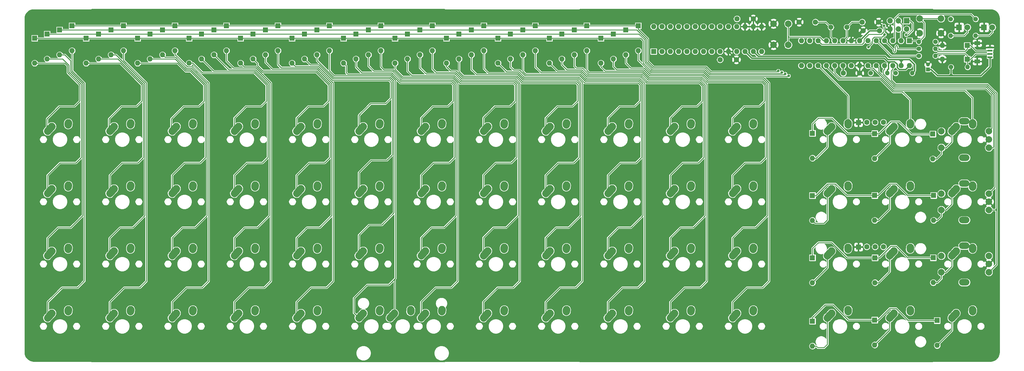
<source format=gbr>
G04 #@! TF.GenerationSoftware,KiCad,Pcbnew,(5.1.4)-1*
G04 #@! TF.CreationDate,2021-01-21T06:54:32+00:00*
G04 #@! TF.ProjectId,Iggy,49676779-2e6b-4696-9361-645f70636258,1.0*
G04 #@! TF.SameCoordinates,Original*
G04 #@! TF.FileFunction,Copper,L2,Bot*
G04 #@! TF.FilePolarity,Positive*
%FSLAX46Y46*%
G04 Gerber Fmt 4.6, Leading zero omitted, Abs format (unit mm)*
G04 Created by KiCad (PCBNEW (5.1.4)-1) date 2021-01-21 06:54:32*
%MOMM*%
%LPD*%
G04 APERTURE LIST*
%ADD10C,1.400000*%
%ADD11O,1.400000X1.400000*%
%ADD12C,1.800000*%
%ADD13R,1.800000X1.800000*%
%ADD14C,2.250000*%
%ADD15C,2.250000*%
%ADD16R,1.600000X1.600000*%
%ADD17O,1.600000X1.600000*%
%ADD18C,1.600000*%
%ADD19C,2.000000*%
%ADD20O,3.200000X2.000000*%
%ADD21C,1.200000*%
%ADD22R,1.200000X1.200000*%
%ADD23O,1.700000X1.700000*%
%ADD24R,1.700000X1.700000*%
%ADD25R,1.550000X0.600000*%
%ADD26R,1.800000X1.200000*%
%ADD27C,1.500000*%
%ADD28C,0.800000*%
%ADD29C,0.381000*%
%ADD30C,0.254000*%
%ADD31C,0.100000*%
G04 APERTURE END LIST*
D10*
X311149300Y-23136980D03*
D11*
X311149300Y-28216980D03*
D10*
X303529300Y-23136980D03*
D11*
X303529300Y-28216980D03*
D12*
X316229300Y-25676980D03*
D13*
X313689300Y-25676980D03*
D12*
X308609300Y-25676980D03*
D13*
X306069300Y-25676980D03*
D14*
X305150000Y-113150000D03*
X304495001Y-113880000D03*
D15*
X303840000Y-114610000D02*
X305150002Y-113150000D01*
D14*
X310190000Y-112070000D03*
X310170000Y-112360000D03*
D15*
X310150000Y-112650000D02*
X310190000Y-112070000D01*
D10*
X303590260Y-37851200D03*
D11*
X308670260Y-37851200D03*
D16*
X308543260Y-31221800D03*
D17*
X300923260Y-31221800D03*
D16*
X308543260Y-35412800D03*
D17*
X300923260Y-35412800D03*
D16*
X212610000Y-33076000D03*
D17*
X245630000Y-25456000D03*
X215150000Y-33076000D03*
X243090000Y-25456000D03*
X217690000Y-33076000D03*
X240550000Y-25456000D03*
X220230000Y-33076000D03*
X238010000Y-25456000D03*
X222770000Y-33076000D03*
X235470000Y-25456000D03*
X225310000Y-33076000D03*
X232930000Y-25456000D03*
X227850000Y-33076000D03*
X230390000Y-25456000D03*
X230390000Y-33076000D03*
X227850000Y-25456000D03*
X232930000Y-33076000D03*
X225310000Y-25456000D03*
X235470000Y-33076000D03*
X222770000Y-25456000D03*
X238010000Y-33076000D03*
X220230000Y-25456000D03*
X240550000Y-33076000D03*
X217690000Y-25456000D03*
X243090000Y-33076000D03*
X215150000Y-25456000D03*
X245630000Y-33076000D03*
X212610000Y-25456000D03*
D16*
X290842000Y-29774000D03*
D17*
X257822000Y-37394000D03*
X288302000Y-29774000D03*
X260362000Y-37394000D03*
X285762000Y-29774000D03*
X262902000Y-37394000D03*
X283222000Y-29774000D03*
X265442000Y-37394000D03*
X280682000Y-29774000D03*
X267982000Y-37394000D03*
X278142000Y-29774000D03*
X270522000Y-37394000D03*
X275602000Y-29774000D03*
X273062000Y-37394000D03*
X273062000Y-29774000D03*
X275602000Y-37394000D03*
X270522000Y-29774000D03*
X278142000Y-37394000D03*
X267982000Y-29774000D03*
X280682000Y-37394000D03*
X265442000Y-29774000D03*
X283222000Y-37394000D03*
X262902000Y-29774000D03*
X285762000Y-37394000D03*
X260362000Y-29774000D03*
X288302000Y-37394000D03*
X257822000Y-29774000D03*
X290842000Y-37394000D03*
D10*
X286651000Y-39680000D03*
D11*
X291731000Y-39680000D03*
D10*
X279031000Y-39680000D03*
D11*
X284111000Y-39680000D03*
D10*
X298815060Y-30088960D03*
D11*
X293735060Y-30088960D03*
D10*
X293745220Y-32247960D03*
D11*
X298825220Y-32247960D03*
D10*
X293750300Y-34412040D03*
D11*
X298830300Y-34412040D03*
D16*
X207911000Y-25202000D03*
D17*
X207911000Y-32822000D03*
D16*
X192163000Y-25202000D03*
D17*
X192163000Y-32822000D03*
D16*
X176415000Y-25202000D03*
D17*
X176415000Y-32822000D03*
D16*
X160667000Y-25202000D03*
D17*
X160667000Y-32822000D03*
D16*
X144919000Y-25202000D03*
D17*
X144919000Y-32822000D03*
D16*
X129171000Y-25202000D03*
D17*
X129171000Y-32822000D03*
D16*
X113423000Y-25202000D03*
D17*
X113423000Y-32822000D03*
D16*
X97675000Y-25202000D03*
D17*
X97675000Y-32822000D03*
D16*
X81927000Y-25202000D03*
D17*
X81927000Y-32822000D03*
D16*
X66179000Y-25202000D03*
D17*
X66179000Y-32822000D03*
D16*
X50431000Y-25202000D03*
D17*
X50431000Y-32822000D03*
D16*
X34683000Y-25202000D03*
D17*
X34683000Y-32822000D03*
D16*
X204101000Y-26472000D03*
D17*
X204101000Y-34092000D03*
D16*
X188353000Y-26472000D03*
D17*
X188353000Y-34092000D03*
D16*
X172605000Y-26472000D03*
D17*
X172605000Y-34092000D03*
D16*
X156857000Y-26472000D03*
D17*
X156857000Y-34092000D03*
D16*
X141109000Y-26472000D03*
D17*
X141109000Y-34092000D03*
D16*
X125361000Y-26472000D03*
D17*
X125361000Y-34092000D03*
D16*
X109613000Y-26472000D03*
D17*
X109613000Y-34092000D03*
D16*
X93865000Y-26472000D03*
D17*
X93865000Y-34092000D03*
D16*
X78117000Y-26472000D03*
D17*
X78117000Y-34092000D03*
D16*
X62369000Y-26472000D03*
D17*
X62369000Y-34092000D03*
D16*
X46621000Y-26472000D03*
D17*
X46621000Y-34092000D03*
D16*
X30873000Y-26472000D03*
D17*
X30873000Y-34092000D03*
D16*
X200291000Y-27742000D03*
D17*
X200291000Y-35362000D03*
D16*
X184543000Y-27742000D03*
D17*
X184543000Y-35362000D03*
D16*
X168795000Y-27742000D03*
D17*
X168795000Y-35362000D03*
D16*
X153047000Y-27742000D03*
D17*
X153047000Y-35362000D03*
D16*
X137299000Y-27742000D03*
D17*
X137299000Y-35362000D03*
D16*
X121551000Y-27742000D03*
D17*
X121551000Y-35362000D03*
D16*
X105803000Y-27742000D03*
D17*
X105803000Y-35362000D03*
D16*
X90055000Y-27742000D03*
D17*
X90055000Y-35362000D03*
D16*
X74307000Y-27742000D03*
D17*
X74307000Y-35362000D03*
D16*
X58559000Y-27742000D03*
D17*
X58559000Y-35362000D03*
D16*
X42811000Y-27742000D03*
D17*
X42811000Y-35362000D03*
D16*
X27063000Y-27742000D03*
D17*
X27063000Y-35362000D03*
D16*
X196481000Y-29012000D03*
D17*
X196481000Y-36632000D03*
D16*
X180733000Y-29012000D03*
D17*
X180733000Y-36632000D03*
D16*
X164985000Y-29012000D03*
D17*
X164985000Y-36632000D03*
D16*
X149237000Y-29012000D03*
D17*
X149237000Y-36632000D03*
D16*
X133489000Y-29012000D03*
D17*
X133489000Y-36632000D03*
D16*
X117741000Y-29012000D03*
D17*
X117741000Y-36632000D03*
D16*
X101993000Y-29012000D03*
D17*
X101993000Y-36632000D03*
D16*
X86245000Y-29012000D03*
D17*
X86245000Y-36632000D03*
D16*
X70497000Y-29012000D03*
D17*
X70497000Y-36632000D03*
D16*
X54749000Y-29012000D03*
D17*
X54749000Y-36632000D03*
D16*
X39001000Y-29012000D03*
D17*
X39001000Y-36632000D03*
D16*
X23253000Y-29012000D03*
D17*
X23253000Y-36632000D03*
D18*
X281417340Y-24061540D03*
X276417340Y-24061540D03*
X257109520Y-24066620D03*
X262109520Y-24066620D03*
X243098900Y-23083640D03*
X238098900Y-23083640D03*
X237932540Y-35575360D03*
X232932540Y-35575360D03*
X275649000Y-39680000D03*
X270649000Y-39680000D03*
X276698000Y-26726000D03*
X281698000Y-26726000D03*
D16*
X275261640Y-54808240D03*
D18*
X277801640Y-54744740D03*
X280341640Y-54744740D03*
X282881640Y-54744740D03*
X282884180Y-92832040D03*
X280344180Y-92832040D03*
X277804180Y-92832040D03*
D16*
X275264180Y-92895540D03*
D19*
X300654880Y-57496820D03*
X300654880Y-62496820D03*
D20*
X307654880Y-54396820D03*
X307654880Y-65596820D03*
D19*
X315154880Y-57496820D03*
X315154880Y-59996820D03*
X315154880Y-62496820D03*
X300642180Y-76559520D03*
X300642180Y-81559520D03*
D20*
X307642180Y-73459520D03*
X307642180Y-84659520D03*
D19*
X315142180Y-76559520D03*
X315142180Y-79059520D03*
X315142180Y-81559520D03*
X300649800Y-95609520D03*
X300649800Y-100609520D03*
D20*
X307649800Y-92509520D03*
X307649800Y-103709520D03*
D19*
X315149800Y-95609520D03*
X315149800Y-98109520D03*
X315149800Y-100609520D03*
D17*
X299348460Y-123017400D03*
D16*
X299348460Y-115397400D03*
D17*
X280247660Y-122865000D03*
D16*
X280247660Y-115245000D03*
D17*
X261197660Y-123220600D03*
D16*
X261197660Y-115600600D03*
D17*
X298154660Y-103789600D03*
D16*
X298154660Y-96169600D03*
D17*
X280326400Y-103817540D03*
D16*
X280326400Y-96197540D03*
D17*
X261197660Y-103815000D03*
D16*
X261197660Y-96195000D03*
D17*
X298281660Y-84739600D03*
D16*
X298281660Y-77119600D03*
D17*
X280247660Y-84739600D03*
D16*
X280247660Y-77119600D03*
D17*
X261197660Y-84765000D03*
D16*
X261197660Y-77145000D03*
D17*
X298027660Y-65943600D03*
D16*
X298027660Y-58323600D03*
D17*
X280247660Y-65816600D03*
D16*
X280247660Y-58196600D03*
D17*
X261197660Y-65715000D03*
D16*
X261197660Y-58095000D03*
D14*
X238050000Y-113150000D03*
X237395001Y-113880000D03*
D15*
X236740000Y-114610000D02*
X238050002Y-113150000D01*
D14*
X243090000Y-112070000D03*
X243070000Y-112360000D03*
D15*
X243050000Y-112650000D02*
X243090000Y-112070000D01*
D14*
X267050000Y-113150000D03*
X266395001Y-113880000D03*
D15*
X265740000Y-114610000D02*
X267050002Y-113150000D01*
D14*
X272090000Y-112070000D03*
X272070000Y-112360000D03*
D15*
X272050000Y-112650000D02*
X272090000Y-112070000D01*
D14*
X286100000Y-113150000D03*
X285445001Y-113880000D03*
D15*
X284790000Y-114610000D02*
X286100002Y-113150000D01*
D14*
X291140000Y-112070000D03*
X291120000Y-112360000D03*
D15*
X291100000Y-112650000D02*
X291140000Y-112070000D01*
D14*
X28500000Y-56000000D03*
X27845001Y-56730000D03*
D15*
X27190000Y-57460000D02*
X28500002Y-56000000D01*
D14*
X33540000Y-54920000D03*
X33520000Y-55210000D03*
D15*
X33500000Y-55500000D02*
X33540000Y-54920000D01*
D14*
X47550000Y-56000000D03*
X46895001Y-56730000D03*
D15*
X46240000Y-57460000D02*
X47550002Y-56000000D01*
D14*
X52590000Y-54920000D03*
X52570000Y-55210000D03*
D15*
X52550000Y-55500000D02*
X52590000Y-54920000D01*
D14*
X66600000Y-94100000D03*
X65945001Y-94830000D03*
D15*
X65290000Y-95560000D02*
X66600002Y-94100000D01*
D14*
X71640000Y-93020000D03*
X71620000Y-93310000D03*
D15*
X71600000Y-93600000D02*
X71640000Y-93020000D01*
D14*
X85650000Y-113150000D03*
X84995001Y-113880000D03*
D15*
X84340000Y-114610000D02*
X85650002Y-113150000D01*
D14*
X90690000Y-112070000D03*
X90670000Y-112360000D03*
D15*
X90650000Y-112650000D02*
X90690000Y-112070000D01*
D14*
X286100000Y-56000000D03*
X285445001Y-56730000D03*
D15*
X284790000Y-57460000D02*
X286100002Y-56000000D01*
D14*
X291140000Y-54920000D03*
X291120000Y-55210000D03*
D15*
X291100000Y-55500000D02*
X291140000Y-54920000D01*
D14*
X305150000Y-75050000D03*
X304495001Y-75780000D03*
D15*
X303840000Y-76510000D02*
X305150002Y-75050000D01*
D14*
X310190000Y-73970000D03*
X310170000Y-74260000D03*
D15*
X310150000Y-74550000D02*
X310190000Y-73970000D01*
D14*
X305150000Y-94100000D03*
X304495001Y-94830000D03*
D15*
X303840000Y-95560000D02*
X305150002Y-94100000D01*
D14*
X310190000Y-93020000D03*
X310170000Y-93310000D03*
D15*
X310150000Y-93600000D02*
X310190000Y-93020000D01*
D14*
X28500000Y-113150000D03*
X27845001Y-113880000D03*
D15*
X27190000Y-114610000D02*
X28500002Y-113150000D01*
D14*
X33540000Y-112070000D03*
X33520000Y-112360000D03*
D15*
X33500000Y-112650000D02*
X33540000Y-112070000D01*
D14*
X28500000Y-94100000D03*
X27845001Y-94830000D03*
D15*
X27190000Y-95560000D02*
X28500002Y-94100000D01*
D14*
X33540000Y-93020000D03*
X33520000Y-93310000D03*
D15*
X33500000Y-93600000D02*
X33540000Y-93020000D01*
D14*
X219000000Y-113150000D03*
X218345001Y-113880000D03*
D15*
X217690000Y-114610000D02*
X219000002Y-113150000D01*
D14*
X224040000Y-112070000D03*
X224020000Y-112360000D03*
D15*
X224000000Y-112650000D02*
X224040000Y-112070000D01*
D14*
X199950000Y-113150000D03*
X199295001Y-113880000D03*
D15*
X198640000Y-114610000D02*
X199950002Y-113150000D01*
D14*
X204990000Y-112070000D03*
X204970000Y-112360000D03*
D15*
X204950000Y-112650000D02*
X204990000Y-112070000D01*
D14*
X180900000Y-113150000D03*
X180245001Y-113880000D03*
D15*
X179590000Y-114610000D02*
X180900002Y-113150000D01*
D14*
X185940000Y-112070000D03*
X185920000Y-112360000D03*
D15*
X185900000Y-112650000D02*
X185940000Y-112070000D01*
D14*
X161850000Y-113150000D03*
X161195001Y-113880000D03*
D15*
X160540000Y-114610000D02*
X161850002Y-113150000D01*
D14*
X166890000Y-112070000D03*
X166870000Y-112360000D03*
D15*
X166850000Y-112650000D02*
X166890000Y-112070000D01*
D14*
X142800000Y-113150000D03*
X142145001Y-113880000D03*
D15*
X141490000Y-114610000D02*
X142800002Y-113150000D01*
D14*
X147840000Y-112070000D03*
X147820000Y-112360000D03*
D15*
X147800000Y-112650000D02*
X147840000Y-112070000D01*
D14*
X123750000Y-113150000D03*
X123095001Y-113880000D03*
D15*
X122440000Y-114610000D02*
X123750002Y-113150000D01*
D14*
X128790000Y-112070000D03*
X128770000Y-112360000D03*
D15*
X128750000Y-112650000D02*
X128790000Y-112070000D01*
D14*
X104700000Y-113150000D03*
X104045001Y-113880000D03*
D15*
X103390000Y-114610000D02*
X104700002Y-113150000D01*
D14*
X109740000Y-112070000D03*
X109720000Y-112360000D03*
D15*
X109700000Y-112650000D02*
X109740000Y-112070000D01*
D14*
X66600000Y-113150000D03*
X65945001Y-113880000D03*
D15*
X65290000Y-114610000D02*
X66600002Y-113150000D01*
D14*
X71640000Y-112070000D03*
X71620000Y-112360000D03*
D15*
X71600000Y-112650000D02*
X71640000Y-112070000D01*
D14*
X47550000Y-113150000D03*
X46895001Y-113880000D03*
D15*
X46240000Y-114610000D02*
X47550002Y-113150000D01*
D14*
X52590000Y-112070000D03*
X52570000Y-112360000D03*
D15*
X52550000Y-112650000D02*
X52590000Y-112070000D01*
D14*
X286100000Y-94100000D03*
X285445001Y-94830000D03*
D15*
X284790000Y-95560000D02*
X286100002Y-94100000D01*
D14*
X291140000Y-93020000D03*
X291120000Y-93310000D03*
D15*
X291100000Y-93600000D02*
X291140000Y-93020000D01*
D14*
X267050000Y-94100000D03*
X266395001Y-94830000D03*
D15*
X265740000Y-95560000D02*
X267050002Y-94100000D01*
D14*
X272090000Y-93020000D03*
X272070000Y-93310000D03*
D15*
X272050000Y-93600000D02*
X272090000Y-93020000D01*
D14*
X238050000Y-94100000D03*
X237395001Y-94830000D03*
D15*
X236740000Y-95560000D02*
X238050002Y-94100000D01*
D14*
X243090000Y-93020000D03*
X243070000Y-93310000D03*
D15*
X243050000Y-93600000D02*
X243090000Y-93020000D01*
D14*
X219000000Y-94100000D03*
X218345001Y-94830000D03*
D15*
X217690000Y-95560000D02*
X219000002Y-94100000D01*
D14*
X224040000Y-93020000D03*
X224020000Y-93310000D03*
D15*
X224000000Y-93600000D02*
X224040000Y-93020000D01*
D14*
X199950000Y-94100000D03*
X199295001Y-94830000D03*
D15*
X198640000Y-95560000D02*
X199950002Y-94100000D01*
D14*
X204990000Y-93020000D03*
X204970000Y-93310000D03*
D15*
X204950000Y-93600000D02*
X204990000Y-93020000D01*
D14*
X180900000Y-94100000D03*
X180245001Y-94830000D03*
D15*
X179590000Y-95560000D02*
X180900002Y-94100000D01*
D14*
X185940000Y-93020000D03*
X185920000Y-93310000D03*
D15*
X185900000Y-93600000D02*
X185940000Y-93020000D01*
D14*
X161850000Y-94100000D03*
X161195001Y-94830000D03*
D15*
X160540000Y-95560000D02*
X161850002Y-94100000D01*
D14*
X166890000Y-93020000D03*
X166870000Y-93310000D03*
D15*
X166850000Y-93600000D02*
X166890000Y-93020000D01*
D14*
X142800000Y-94100000D03*
X142145001Y-94830000D03*
D15*
X141490000Y-95560000D02*
X142800002Y-94100000D01*
D14*
X147840000Y-93020000D03*
X147820000Y-93310000D03*
D15*
X147800000Y-93600000D02*
X147840000Y-93020000D01*
D14*
X123750000Y-94100000D03*
X123095001Y-94830000D03*
D15*
X122440000Y-95560000D02*
X123750002Y-94100000D01*
D14*
X128790000Y-93020000D03*
X128770000Y-93310000D03*
D15*
X128750000Y-93600000D02*
X128790000Y-93020000D01*
D14*
X104700000Y-94100000D03*
X104045001Y-94830000D03*
D15*
X103390000Y-95560000D02*
X104700002Y-94100000D01*
D14*
X109740000Y-93020000D03*
X109720000Y-93310000D03*
D15*
X109700000Y-93600000D02*
X109740000Y-93020000D01*
D14*
X85650000Y-94100000D03*
X84995001Y-94830000D03*
D15*
X84340000Y-95560000D02*
X85650002Y-94100000D01*
D14*
X90690000Y-93020000D03*
X90670000Y-93310000D03*
D15*
X90650000Y-93600000D02*
X90690000Y-93020000D01*
D14*
X47550000Y-94100000D03*
X46895001Y-94830000D03*
D15*
X46240000Y-95560000D02*
X47550002Y-94100000D01*
D14*
X52590000Y-93020000D03*
X52570000Y-93310000D03*
D15*
X52550000Y-93600000D02*
X52590000Y-93020000D01*
D14*
X286100000Y-75050000D03*
X285445001Y-75780000D03*
D15*
X284790000Y-76510000D02*
X286100002Y-75050000D01*
D14*
X291140000Y-73970000D03*
X291120000Y-74260000D03*
D15*
X291100000Y-74550000D02*
X291140000Y-73970000D01*
D14*
X267050000Y-75050000D03*
X266395001Y-75780000D03*
D15*
X265740000Y-76510000D02*
X267050002Y-75050000D01*
D14*
X272090000Y-73970000D03*
X272070000Y-74260000D03*
D15*
X272050000Y-74550000D02*
X272090000Y-73970000D01*
D14*
X238050000Y-75050000D03*
X237395001Y-75780000D03*
D15*
X236740000Y-76510000D02*
X238050002Y-75050000D01*
D14*
X243090000Y-73970000D03*
X243070000Y-74260000D03*
D15*
X243050000Y-74550000D02*
X243090000Y-73970000D01*
D14*
X219000000Y-75050000D03*
X218345001Y-75780000D03*
D15*
X217690000Y-76510000D02*
X219000002Y-75050000D01*
D14*
X224040000Y-73970000D03*
X224020000Y-74260000D03*
D15*
X224000000Y-74550000D02*
X224040000Y-73970000D01*
D14*
X199950000Y-75050000D03*
X199295001Y-75780000D03*
D15*
X198640000Y-76510000D02*
X199950002Y-75050000D01*
D14*
X204990000Y-73970000D03*
X204970000Y-74260000D03*
D15*
X204950000Y-74550000D02*
X204990000Y-73970000D01*
D14*
X180900000Y-75050000D03*
X180245001Y-75780000D03*
D15*
X179590000Y-76510000D02*
X180900002Y-75050000D01*
D14*
X185940000Y-73970000D03*
X185920000Y-74260000D03*
D15*
X185900000Y-74550000D02*
X185940000Y-73970000D01*
D14*
X161850000Y-75050000D03*
X161195001Y-75780000D03*
D15*
X160540000Y-76510000D02*
X161850002Y-75050000D01*
D14*
X166890000Y-73970000D03*
X166870000Y-74260000D03*
D15*
X166850000Y-74550000D02*
X166890000Y-73970000D01*
D14*
X142800000Y-75050000D03*
X142145001Y-75780000D03*
D15*
X141490000Y-76510000D02*
X142800002Y-75050000D01*
D14*
X147840000Y-73970000D03*
X147820000Y-74260000D03*
D15*
X147800000Y-74550000D02*
X147840000Y-73970000D01*
D14*
X123750000Y-75050000D03*
X123095001Y-75780000D03*
D15*
X122440000Y-76510000D02*
X123750002Y-75050000D01*
D14*
X128790000Y-73970000D03*
X128770000Y-74260000D03*
D15*
X128750000Y-74550000D02*
X128790000Y-73970000D01*
D14*
X104700000Y-75050000D03*
X104045001Y-75780000D03*
D15*
X103390000Y-76510000D02*
X104700002Y-75050000D01*
D14*
X109740000Y-73970000D03*
X109720000Y-74260000D03*
D15*
X109700000Y-74550000D02*
X109740000Y-73970000D01*
D14*
X85650000Y-75050000D03*
X84995001Y-75780000D03*
D15*
X84340000Y-76510000D02*
X85650002Y-75050000D01*
D14*
X90690000Y-73970000D03*
X90670000Y-74260000D03*
D15*
X90650000Y-74550000D02*
X90690000Y-73970000D01*
D14*
X66600000Y-75050000D03*
X65945001Y-75780000D03*
D15*
X65290000Y-76510000D02*
X66600002Y-75050000D01*
D14*
X71640000Y-73970000D03*
X71620000Y-74260000D03*
D15*
X71600000Y-74550000D02*
X71640000Y-73970000D01*
D14*
X47550000Y-75050000D03*
X46895001Y-75780000D03*
D15*
X46240000Y-76510000D02*
X47550002Y-75050000D01*
D14*
X52590000Y-73970000D03*
X52570000Y-74260000D03*
D15*
X52550000Y-74550000D02*
X52590000Y-73970000D01*
D14*
X28500000Y-75050000D03*
X27845001Y-75780000D03*
D15*
X27190000Y-76510000D02*
X28500002Y-75050000D01*
D14*
X33540000Y-73970000D03*
X33520000Y-74260000D03*
D15*
X33500000Y-74550000D02*
X33540000Y-73970000D01*
D14*
X305150000Y-56000000D03*
X304495001Y-56730000D03*
D15*
X303840000Y-57460000D02*
X305150002Y-56000000D01*
D14*
X310190000Y-54920000D03*
X310170000Y-55210000D03*
D15*
X310150000Y-55500000D02*
X310190000Y-54920000D01*
D14*
X267050000Y-56000000D03*
X266395001Y-56730000D03*
D15*
X265740000Y-57460000D02*
X267050002Y-56000000D01*
D14*
X272090000Y-54920000D03*
X272070000Y-55210000D03*
D15*
X272050000Y-55500000D02*
X272090000Y-54920000D01*
D14*
X238050000Y-56000000D03*
X237395001Y-56730000D03*
D15*
X236740000Y-57460000D02*
X238050002Y-56000000D01*
D14*
X243090000Y-54920000D03*
X243070000Y-55210000D03*
D15*
X243050000Y-55500000D02*
X243090000Y-54920000D01*
D14*
X219000000Y-56000000D03*
X218345001Y-56730000D03*
D15*
X217690000Y-57460000D02*
X219000002Y-56000000D01*
D14*
X224040000Y-54920000D03*
X224020000Y-55210000D03*
D15*
X224000000Y-55500000D02*
X224040000Y-54920000D01*
D14*
X199950000Y-56000000D03*
X199295001Y-56730000D03*
D15*
X198640000Y-57460000D02*
X199950002Y-56000000D01*
D14*
X204990000Y-54920000D03*
X204970000Y-55210000D03*
D15*
X204950000Y-55500000D02*
X204990000Y-54920000D01*
D14*
X180900000Y-56000000D03*
X180245001Y-56730000D03*
D15*
X179590000Y-57460000D02*
X180900002Y-56000000D01*
D14*
X185940000Y-54920000D03*
X185920000Y-55210000D03*
D15*
X185900000Y-55500000D02*
X185940000Y-54920000D01*
D14*
X161850000Y-56000000D03*
X161195001Y-56730000D03*
D15*
X160540000Y-57460000D02*
X161850002Y-56000000D01*
D14*
X166890000Y-54920000D03*
X166870000Y-55210000D03*
D15*
X166850000Y-55500000D02*
X166890000Y-54920000D01*
D14*
X142800000Y-56000000D03*
X142145001Y-56730000D03*
D15*
X141490000Y-57460000D02*
X142800002Y-56000000D01*
D14*
X147840000Y-54920000D03*
X147820000Y-55210000D03*
D15*
X147800000Y-55500000D02*
X147840000Y-54920000D01*
D14*
X123750000Y-56000000D03*
X123095001Y-56730000D03*
D15*
X122440000Y-57460000D02*
X123750002Y-56000000D01*
D14*
X128790000Y-54920000D03*
X128770000Y-55210000D03*
D15*
X128750000Y-55500000D02*
X128790000Y-54920000D01*
D14*
X104700000Y-56000000D03*
X104045001Y-56730000D03*
D15*
X103390000Y-57460000D02*
X104700002Y-56000000D01*
D14*
X109740000Y-54920000D03*
X109720000Y-55210000D03*
D15*
X109700000Y-55500000D02*
X109740000Y-54920000D01*
D14*
X85650000Y-56000000D03*
X84995001Y-56730000D03*
D15*
X84340000Y-57460000D02*
X85650002Y-56000000D01*
D14*
X90690000Y-54920000D03*
X90670000Y-55210000D03*
D15*
X90650000Y-55500000D02*
X90690000Y-54920000D01*
D14*
X66600000Y-56000000D03*
X65945001Y-56730000D03*
D15*
X65290000Y-57460000D02*
X66600002Y-56000000D01*
D14*
X71640000Y-54920000D03*
X71620000Y-55210000D03*
D15*
X71600000Y-55500000D02*
X71640000Y-54920000D01*
D21*
X296539220Y-37072560D03*
D22*
X296539220Y-38572560D03*
D23*
X284964440Y-26225620D03*
X284964440Y-23685620D03*
X287504440Y-26225620D03*
X287504440Y-23685620D03*
X290044440Y-26225620D03*
D24*
X290044440Y-23685620D03*
D19*
X253780860Y-31067000D03*
X249280860Y-31067000D03*
X253780860Y-24567000D03*
X249280860Y-24567000D03*
D25*
X315485080Y-31817300D03*
X315485080Y-32817300D03*
X315485080Y-33817300D03*
X315485080Y-34817300D03*
D26*
X311610080Y-36117300D03*
X311610080Y-30517300D03*
D27*
X266833260Y-25659200D03*
X271713260Y-25659200D03*
D19*
X300544940Y-22974420D03*
X300544940Y-27474420D03*
X294044940Y-22974420D03*
X294044940Y-27474420D03*
D14*
X138295000Y-112360000D03*
D15*
X138275000Y-112650000D02*
X138315000Y-112070000D01*
D14*
X138315000Y-112070000D03*
X132620001Y-113880000D03*
D15*
X131965000Y-114610000D02*
X133275002Y-113150000D01*
D14*
X133275000Y-113150000D03*
D28*
X278334827Y-31755001D03*
X283244860Y-27919800D03*
X289848860Y-27970600D03*
X253938340Y-40541060D03*
X252869000Y-39930960D03*
X283079760Y-25171520D03*
X251853000Y-39476950D03*
X250710000Y-39022940D03*
D29*
X278650000Y-26726000D02*
X281698000Y-26726000D01*
X275602000Y-29774000D02*
X278650000Y-26726000D01*
X270522000Y-39426000D02*
X270903000Y-39807000D01*
X270522000Y-37394000D02*
X270522000Y-39426000D01*
X315485080Y-34817300D02*
X315509080Y-34817300D01*
X315010080Y-34817300D02*
X315485080Y-34817300D01*
X297520220Y-38572560D02*
X299389660Y-40442000D01*
X296539220Y-38572560D02*
X297520220Y-38572560D01*
X315485080Y-37691180D02*
X315485080Y-34817300D01*
X312734260Y-40442000D02*
X315485080Y-37691180D01*
X303615660Y-40442000D02*
X303590260Y-40416600D01*
X303590260Y-39908600D02*
X304123660Y-40442000D01*
X304123660Y-40442000D02*
X312734260Y-40442000D01*
X303615660Y-40442000D02*
X304123660Y-40442000D01*
X303590260Y-39908600D02*
X303590260Y-37851200D01*
X303590260Y-40416600D02*
X303590260Y-39908600D01*
X303590260Y-39934000D02*
X303082260Y-40442000D01*
X303590260Y-39908600D02*
X303590260Y-39934000D01*
X299389660Y-40442000D02*
X303082260Y-40442000D01*
X303082260Y-40442000D02*
X303615660Y-40442000D01*
D30*
X26999500Y-57269500D02*
X27190000Y-57460000D01*
X35445000Y-49840000D02*
X30873000Y-49840000D01*
X30873000Y-49840000D02*
X26999500Y-53713500D01*
X32453434Y-36632000D02*
X33320971Y-37499537D01*
X26999500Y-53713500D02*
X26999500Y-57269500D01*
X33320971Y-37499537D02*
X33320971Y-39545671D01*
X33320971Y-39545671D02*
X37076980Y-43301679D01*
X37076980Y-43301679D02*
X37076980Y-48208020D01*
X23253000Y-36632000D02*
X32453434Y-36632000D01*
X37076980Y-48208020D02*
X35445000Y-49840000D01*
X49859500Y-49840000D02*
X45986000Y-53713500D01*
X54431500Y-49840000D02*
X49859500Y-49840000D01*
X56063480Y-48208020D02*
X54431500Y-49840000D01*
X56063480Y-43301679D02*
X56063480Y-48208020D01*
X39001000Y-36632000D02*
X49393800Y-36632000D01*
X49393800Y-36632000D02*
X56063480Y-43301679D01*
X45986000Y-57206000D02*
X46240000Y-57460000D01*
X45986000Y-53713500D02*
X45986000Y-57206000D01*
X68909500Y-49840000D02*
X65036000Y-53713500D01*
X73481500Y-49840000D02*
X68909500Y-49840000D01*
X75113480Y-48208020D02*
X73481500Y-49840000D01*
X75113480Y-43301679D02*
X75113480Y-48208020D01*
X75113480Y-43301679D02*
X70932831Y-39121031D01*
X65036000Y-57206000D02*
X65290000Y-57460000D01*
X65036000Y-53713500D02*
X65036000Y-57206000D01*
X70932831Y-39121031D02*
X69862000Y-39121031D01*
X66902838Y-36632000D02*
X66179000Y-36632000D01*
X69391866Y-39121028D02*
X66902838Y-36632000D01*
X69862000Y-39121031D02*
X69391866Y-39121028D01*
X54749000Y-36632000D02*
X66179000Y-36632000D01*
X66179000Y-36632000D02*
X66433000Y-36632000D01*
X92531500Y-49840000D02*
X87959500Y-49840000D01*
X94163480Y-43301679D02*
X94163480Y-48208020D01*
X90407471Y-39545671D02*
X94163480Y-43301679D01*
X94163480Y-48208020D02*
X92531500Y-49840000D01*
X71628370Y-36632000D02*
X74549370Y-39553000D01*
X70497000Y-36632000D02*
X71628370Y-36632000D01*
X90400142Y-39553000D02*
X90407471Y-39545671D01*
X74549370Y-39553000D02*
X90400142Y-39553000D01*
X84340000Y-53459500D02*
X87959500Y-49840000D01*
X84340000Y-57460000D02*
X84340000Y-53459500D01*
X111581500Y-49840000D02*
X107009500Y-49840000D01*
X113213480Y-48208020D02*
X111581500Y-49840000D01*
X87342632Y-37729632D02*
X91159699Y-37729632D01*
X86245000Y-36632000D02*
X87342632Y-37729632D01*
X91159699Y-37729632D02*
X92856067Y-39426000D01*
X92856067Y-39426000D02*
X109337800Y-39426000D01*
X109337800Y-39426000D02*
X113213480Y-43301679D01*
X113213480Y-43301679D02*
X113213480Y-48208020D01*
X103390000Y-53459500D02*
X107009500Y-49840000D01*
X103390000Y-57460000D02*
X103390000Y-53459500D01*
X102970960Y-37609960D02*
X101993000Y-36632000D01*
X114319066Y-41839000D02*
X110090028Y-37609960D01*
X126059500Y-49014500D02*
X130631500Y-49014500D01*
X110090028Y-37609960D02*
X102970960Y-37609960D01*
X130631500Y-49014500D02*
X132263480Y-47382520D01*
X132263480Y-47382520D02*
X132263480Y-42454980D01*
X132263480Y-42454980D02*
X131647500Y-41839000D01*
X131647500Y-41839000D02*
X114319066Y-41839000D01*
X122440000Y-52634000D02*
X126059500Y-49014500D01*
X122440000Y-57460000D02*
X122440000Y-52634000D01*
X149681500Y-49840000D02*
X145109500Y-49840000D01*
X151313480Y-48208020D02*
X149681500Y-49840000D01*
X151313480Y-43301679D02*
X151313480Y-48208020D01*
X150711536Y-42699735D02*
X151313480Y-43301679D01*
X118540999Y-37431999D02*
X118540999Y-39527499D01*
X118540999Y-39527499D02*
X119036462Y-40022962D01*
X119036462Y-40022962D02*
X132399728Y-40022963D01*
X132399728Y-40022963D02*
X135076500Y-42699735D01*
X117741000Y-36632000D02*
X118540999Y-37431999D01*
X135076500Y-42699735D02*
X150711536Y-42699735D01*
X141490000Y-53459500D02*
X145109500Y-49840000D01*
X141490000Y-57460000D02*
X141490000Y-53459500D01*
X133489000Y-38543970D02*
X133489000Y-36632000D01*
X151445104Y-40857970D02*
X135803000Y-40857970D01*
X153442133Y-42855000D02*
X151445104Y-40857970D01*
X164096000Y-49840000D02*
X168668000Y-49840000D01*
X170299980Y-48208020D02*
X170299980Y-43343980D01*
X170299980Y-43343980D02*
X169811000Y-42855000D01*
X135803000Y-40857970D02*
X133489000Y-38543970D01*
X168668000Y-49840000D02*
X170299980Y-48208020D01*
X169811000Y-42855000D02*
X153442133Y-42855000D01*
X160540000Y-53396000D02*
X164096000Y-49840000D01*
X160540000Y-57460000D02*
X160540000Y-53396000D01*
X187781500Y-49840000D02*
X183209500Y-49840000D01*
X189413480Y-48208020D02*
X187781500Y-49840000D01*
X149237000Y-37763370D02*
X150515560Y-39041930D01*
X149237000Y-36632000D02*
X149237000Y-37763370D01*
X152197330Y-39041930D02*
X152197333Y-39041933D01*
X150515560Y-39041930D02*
X152197330Y-39041930D01*
X189413480Y-43301679D02*
X189413480Y-48208020D01*
X188839801Y-42728000D02*
X189413480Y-43301679D01*
X172301634Y-42728000D02*
X188839801Y-42728000D01*
X170612594Y-41038960D02*
X172301634Y-42728000D01*
X152197330Y-39041930D02*
X154194360Y-41038960D01*
X154194360Y-41038960D02*
X170612594Y-41038960D01*
X179590000Y-53459500D02*
X183209500Y-49840000D01*
X179590000Y-57460000D02*
X179590000Y-53459500D01*
X206831500Y-49840000D02*
X202259500Y-49840000D01*
X208463480Y-48208020D02*
X206831500Y-49840000D01*
X208463480Y-43301679D02*
X208463480Y-48208020D01*
X207868600Y-42706799D02*
X208463480Y-43301679D01*
X191528000Y-42706799D02*
X207868600Y-42706799D01*
X167575920Y-39222920D02*
X171364822Y-39222920D01*
X164985000Y-36632000D02*
X167575920Y-39222920D01*
X171364822Y-39222920D02*
X171630775Y-39488874D01*
X171630775Y-39488874D02*
X173053861Y-40911960D01*
X173053861Y-40911960D02*
X189733161Y-40911960D01*
X189733161Y-40911960D02*
X191528000Y-42706799D01*
X198640000Y-53459500D02*
X202259500Y-49840000D01*
X198640000Y-57460000D02*
X198640000Y-53459500D01*
X225881500Y-49840000D02*
X221309500Y-49840000D01*
X227513480Y-48208020D02*
X225881500Y-49840000D01*
X226580000Y-42728000D02*
X227513480Y-43661480D01*
X180733000Y-36632000D02*
X183196920Y-39095920D01*
X183196920Y-39095920D02*
X190485388Y-39095920D01*
X190485388Y-39095920D02*
X192280227Y-40890759D01*
X192280227Y-40890759D02*
X208627892Y-40890759D01*
X208627892Y-40890759D02*
X210465133Y-42728000D01*
X227513480Y-43661480D02*
X227513480Y-48208020D01*
X210465133Y-42728000D02*
X226580000Y-42728000D01*
X217690000Y-53459500D02*
X221309500Y-49840000D01*
X217690000Y-57460000D02*
X217690000Y-53459500D01*
X227332228Y-40911961D02*
X227088000Y-40911961D01*
X211217358Y-40911960D02*
X209380118Y-39074719D01*
X196619630Y-37913630D02*
X196619630Y-37902000D01*
X228894267Y-42474000D02*
X227332228Y-40911960D01*
X245735801Y-42474000D02*
X228894267Y-42474000D01*
X236740000Y-57460000D02*
X236740000Y-53459500D01*
X196619630Y-37902000D02*
X196481000Y-37763370D01*
X236740000Y-53459500D02*
X240359500Y-49840000D01*
X209380118Y-39074719D02*
X197780719Y-39074719D01*
X240359500Y-49840000D02*
X244931500Y-49840000D01*
X196481000Y-37763370D02*
X196481000Y-36632000D01*
X227332228Y-40911960D02*
X211217358Y-40911960D01*
X244931500Y-49840000D02*
X246563480Y-48208020D01*
X197780719Y-39074719D02*
X196619630Y-37913630D01*
X246563480Y-48208020D02*
X246563480Y-43301679D01*
X246563480Y-43301679D02*
X245735801Y-42474000D01*
X265740000Y-62304030D02*
X265740000Y-57460000D01*
X262329030Y-65715000D02*
X265740000Y-62304030D01*
X261197660Y-65715000D02*
X262329030Y-65715000D01*
X284790000Y-61274260D02*
X284790000Y-57460000D01*
X280247660Y-65816600D02*
X284790000Y-61274260D01*
X300650000Y-64452630D02*
X300650000Y-62500000D01*
X299159030Y-65943600D02*
X300650000Y-64452630D01*
X298027660Y-65943600D02*
X299159030Y-65943600D01*
X303840000Y-60725913D02*
X303840000Y-59563940D01*
X302069093Y-62496820D02*
X303840000Y-60725913D01*
X300654880Y-62496820D02*
X302069093Y-62496820D01*
X303840000Y-60508962D02*
X303840000Y-59563940D01*
X303840000Y-59563940D02*
X303840000Y-57460000D01*
X33774981Y-37311481D02*
X31825500Y-35362000D01*
X33774981Y-39357614D02*
X33774981Y-37311481D01*
X27190000Y-70985500D02*
X31000000Y-67175500D01*
X31825500Y-35362000D02*
X27063000Y-35362000D01*
X27190000Y-76510000D02*
X27190000Y-70985500D01*
X31000000Y-67175500D02*
X35826000Y-67175500D01*
X35826000Y-67175500D02*
X37530990Y-65470510D01*
X37530990Y-65470510D02*
X37530990Y-43113623D01*
X37530990Y-43113623D02*
X33774981Y-39357614D01*
X48765867Y-35362000D02*
X56517490Y-43113623D01*
X42811000Y-35362000D02*
X48765867Y-35362000D01*
X56517490Y-43113623D02*
X56517490Y-65470510D01*
X56517490Y-65470510D02*
X54812500Y-67175500D01*
X54812500Y-67175500D02*
X49986500Y-67175500D01*
X49986500Y-67175500D02*
X46988030Y-70173970D01*
X46240000Y-70922000D02*
X49986500Y-67175500D01*
X46240000Y-76510000D02*
X46240000Y-70922000D01*
X73862500Y-67175500D02*
X75567490Y-65470510D01*
X69036500Y-67175500D02*
X73862500Y-67175500D01*
X75567490Y-65470510D02*
X75567490Y-43113623D01*
X69579924Y-38667019D02*
X66274906Y-35362000D01*
X66274906Y-35362000D02*
X58559000Y-35362000D01*
X71120886Y-38667021D02*
X69956038Y-38667021D01*
X69956038Y-38667021D02*
X69579924Y-38667019D01*
X75567490Y-43113623D02*
X71120886Y-38667021D01*
X65290000Y-70922000D02*
X69036500Y-67175500D01*
X65290000Y-76510000D02*
X65290000Y-70922000D01*
X92912500Y-67175500D02*
X88086500Y-67175500D01*
X78043990Y-39098990D02*
X78051318Y-39091662D01*
X78051318Y-39091662D02*
X90595529Y-39091662D01*
X74307000Y-35362000D02*
X78043990Y-39098990D01*
X90595529Y-39091662D02*
X94617490Y-43113623D01*
X94617490Y-43113623D02*
X94617490Y-65470510D01*
X94617490Y-65470510D02*
X92912500Y-67175500D01*
X84340000Y-70922000D02*
X88086500Y-67175500D01*
X84340000Y-76510000D02*
X84340000Y-70922000D01*
X113667490Y-65470510D02*
X111962500Y-67175500D01*
X90055000Y-35362000D02*
X91427317Y-36734317D01*
X111962500Y-67175500D02*
X107136500Y-67175500D01*
X91427317Y-37355183D02*
X93044124Y-38971990D01*
X93044124Y-38971990D02*
X109525857Y-38971990D01*
X109525857Y-38971990D02*
X113667490Y-43113623D01*
X91427317Y-36734317D02*
X91427317Y-37355183D01*
X113667490Y-43113623D02*
X113667490Y-65470510D01*
X103390000Y-70922000D02*
X107136500Y-67175500D01*
X103390000Y-76510000D02*
X103390000Y-70922000D01*
X107596950Y-37155950D02*
X105803000Y-35362000D01*
X110278085Y-37155950D02*
X107596950Y-37155950D01*
X110544038Y-37421904D02*
X110278085Y-37155950D01*
X114507122Y-41384990D02*
X110544038Y-37421904D01*
X126186500Y-66350000D02*
X131012500Y-66350000D01*
X132717490Y-64645010D02*
X132717489Y-42266923D01*
X131012500Y-66350000D02*
X132717490Y-64645010D01*
X132717489Y-42266923D02*
X131835557Y-41384990D01*
X131835557Y-41384990D02*
X114507122Y-41384990D01*
X122440000Y-70096500D02*
X126186500Y-66350000D01*
X122440000Y-76510000D02*
X122440000Y-70096500D01*
X150062500Y-67175500D02*
X151767490Y-65470510D01*
X145236500Y-67175500D02*
X150062500Y-67175500D01*
X151767490Y-65470510D02*
X151767490Y-43113623D01*
X121551000Y-35362000D02*
X121551000Y-37838500D01*
X121551000Y-37838500D02*
X123281453Y-39568953D01*
X123281453Y-39568953D02*
X132587785Y-39568954D01*
X132587785Y-39568954D02*
X135238831Y-42220000D01*
X150873867Y-42220000D02*
X151767490Y-43113623D01*
X135238831Y-42220000D02*
X150873867Y-42220000D01*
X141490000Y-70922000D02*
X145236500Y-67175500D01*
X141490000Y-76510000D02*
X141490000Y-70922000D01*
X169049000Y-67175500D02*
X164223000Y-67175500D01*
X170753990Y-65470510D02*
X169049000Y-67175500D01*
X170753990Y-43155923D02*
X170753990Y-65470510D01*
X137299000Y-39045000D02*
X138657960Y-40403960D01*
X137299000Y-35362000D02*
X137299000Y-39045000D01*
X170265010Y-42666944D02*
X170753990Y-43155923D01*
X138657960Y-40403960D02*
X151633161Y-40403960D01*
X151633161Y-40403960D02*
X153630191Y-42400990D01*
X153630191Y-42400990D02*
X169999057Y-42400990D01*
X169999057Y-42400990D02*
X170265010Y-42666944D01*
X160540000Y-70858500D02*
X164223000Y-67175500D01*
X160540000Y-76510000D02*
X160540000Y-70858500D01*
X189867490Y-65470510D02*
X188162500Y-67175500D01*
X189867490Y-42972490D02*
X189867490Y-65470510D01*
X153047000Y-39249534D02*
X154382416Y-40584950D01*
X188162500Y-67175500D02*
X183336500Y-67175500D01*
X153047000Y-35362000D02*
X153047000Y-39249534D01*
X154382416Y-40584950D02*
X170800651Y-40584950D01*
X170800651Y-40584950D02*
X172489691Y-42273990D01*
X172489691Y-42273990D02*
X189168990Y-42273990D01*
X189168990Y-42273990D02*
X189867490Y-42972490D01*
X179590000Y-70922000D02*
X183336500Y-67175500D01*
X179590000Y-76510000D02*
X179590000Y-70922000D01*
X207212500Y-67175500D02*
X208917490Y-65470510D01*
X202386500Y-67175500D02*
X207212500Y-67175500D01*
X208056657Y-42252789D02*
X208917490Y-43113623D01*
X189921218Y-40457950D02*
X191716057Y-42252789D01*
X191716057Y-42252789D02*
X208056657Y-42252789D01*
X168795000Y-35362000D02*
X168795000Y-37775000D01*
X168795000Y-37775000D02*
X169788910Y-38768910D01*
X208917490Y-43113623D02*
X208917490Y-65470510D01*
X169788910Y-38768910D02*
X171176766Y-38768910D01*
X171176766Y-38768910D02*
X171552880Y-38768912D01*
X171552880Y-38768912D02*
X173241917Y-40457950D01*
X173241917Y-40457950D02*
X189921218Y-40457950D01*
X198640000Y-70922000D02*
X202386500Y-67175500D01*
X198640000Y-76510000D02*
X198640000Y-70922000D01*
X184543000Y-37140000D02*
X184543000Y-35362000D01*
X186044910Y-38641910D02*
X184543000Y-37140000D01*
X190673445Y-38641910D02*
X186044910Y-38641910D01*
X210653189Y-42273990D02*
X208815949Y-40436749D01*
X226768057Y-42273990D02*
X210653189Y-42273990D01*
X217690000Y-70922000D02*
X221436500Y-67175500D01*
X208815949Y-40436749D02*
X192468284Y-40436749D01*
X217690000Y-76510000D02*
X217690000Y-70922000D01*
X221436500Y-67175500D02*
X226262500Y-67175500D01*
X226262500Y-67175500D02*
X227967490Y-65470510D01*
X227967490Y-65470510D02*
X227967490Y-43473423D01*
X192468284Y-40436749D02*
X190673445Y-38641910D01*
X227967490Y-43473423D02*
X226768057Y-42273990D01*
X200291000Y-37648000D02*
X201263709Y-38620709D01*
X200291000Y-35362000D02*
X200291000Y-37648000D01*
X201263709Y-38620709D02*
X209192062Y-38620709D01*
X209192062Y-38620709D02*
X209568176Y-38620711D01*
X209568176Y-38620711D02*
X211405414Y-40457950D01*
X227520283Y-40457950D02*
X211405414Y-40457950D01*
X229082323Y-42019990D02*
X227520283Y-40457950D01*
X245923857Y-42019990D02*
X229082323Y-42019990D01*
X247017490Y-43113623D02*
X245923857Y-42019990D01*
X247017490Y-65470510D02*
X247017490Y-43113623D01*
X245312500Y-67175500D02*
X247017490Y-65470510D01*
X240486500Y-67175500D02*
X245312500Y-67175500D01*
X236740000Y-70922000D02*
X240486500Y-67175500D01*
X236740000Y-76510000D02*
X236740000Y-70922000D01*
X265740000Y-84625842D02*
X265740000Y-76510000D01*
X264748601Y-85617241D02*
X265740000Y-84625842D01*
X262049901Y-85617241D02*
X264748601Y-85617241D01*
X261197660Y-84765000D02*
X262049901Y-85617241D01*
X284790000Y-81328630D02*
X284790000Y-76510000D01*
X281379030Y-84739600D02*
X284790000Y-81328630D01*
X280247660Y-84739600D02*
X281379030Y-84739600D01*
X300650000Y-82371260D02*
X300650000Y-81550000D01*
X303840000Y-79558962D02*
X303840000Y-76510000D01*
X303840000Y-79775913D02*
X303840000Y-76510000D01*
X302056393Y-81559520D02*
X303840000Y-79775913D01*
X300642180Y-81559520D02*
X302056393Y-81559520D01*
X300642180Y-83510450D02*
X300642180Y-81559520D01*
X299413030Y-84739600D02*
X300642180Y-83510450D01*
X298281660Y-84739600D02*
X299413030Y-84739600D01*
X30873000Y-34092000D02*
X32450990Y-34092000D01*
X32450990Y-34092000D02*
X34228990Y-35870000D01*
X34228990Y-35870000D02*
X34228990Y-39169557D01*
X27190000Y-90162500D02*
X30365000Y-86987500D01*
X27190000Y-95560000D02*
X27190000Y-90162500D01*
X37975490Y-83293965D02*
X37975490Y-83284455D01*
X30365000Y-86987500D02*
X34281955Y-86987500D01*
X34281955Y-86987500D02*
X37975490Y-83293965D01*
X34228990Y-39169557D02*
X37985000Y-42925567D01*
X37985000Y-83284455D02*
X37975490Y-83293965D01*
X37985000Y-42925567D02*
X37985000Y-83284455D01*
X46176500Y-95496500D02*
X46240000Y-95560000D01*
X46176500Y-90162500D02*
X46176500Y-95496500D01*
X46621000Y-34092000D02*
X48137933Y-34092000D01*
X48137933Y-34092000D02*
X56971500Y-42925566D01*
X56971500Y-42925566D02*
X56971500Y-83284455D01*
X53268455Y-86987500D02*
X49351500Y-86987500D01*
X56971500Y-83284455D02*
X53268455Y-86987500D01*
X49351500Y-86987500D02*
X46176500Y-90162500D01*
X68401500Y-86987500D02*
X72318455Y-86987500D01*
X71999538Y-38903605D02*
X76021500Y-42925566D01*
X71308941Y-38213011D02*
X71999538Y-38903605D01*
X75884478Y-83421478D02*
X76011990Y-83293965D01*
X76021500Y-42925566D02*
X76021500Y-83284456D01*
X72318455Y-86987500D02*
X75884478Y-83421478D01*
X62369000Y-34092000D02*
X63168999Y-34891999D01*
X63168999Y-34891999D02*
X66446971Y-34891999D01*
X66446971Y-34891999D02*
X69767982Y-38213011D01*
X76021500Y-83284456D02*
X75884478Y-83421478D01*
X69767982Y-38213011D02*
X71308941Y-38213011D01*
X65290000Y-90099000D02*
X68401500Y-86987500D01*
X65290000Y-95560000D02*
X65290000Y-90099000D01*
X82662652Y-38637652D02*
X78117000Y-34092000D01*
X84340000Y-90099000D02*
X87451500Y-86987500D01*
X84340000Y-95560000D02*
X84340000Y-90099000D01*
X90783586Y-38637652D02*
X82662652Y-38637652D01*
X87451500Y-86987500D02*
X91368455Y-86987500D01*
X91368455Y-86987500D02*
X95071500Y-83284455D01*
X95071500Y-83284455D02*
X95071500Y-42925566D01*
X95071500Y-42925566D02*
X90783586Y-38637652D01*
X93865000Y-36378000D02*
X93865000Y-34092000D01*
X96004980Y-38517980D02*
X93865000Y-36378000D01*
X109713914Y-38517980D02*
X96004980Y-38517980D01*
X103390000Y-90099000D02*
X106501500Y-86987500D01*
X103390000Y-95560000D02*
X103390000Y-90099000D01*
X106501500Y-86987500D02*
X110418455Y-86987500D01*
X110418455Y-86987500D02*
X114121500Y-83284455D01*
X114121500Y-83284455D02*
X114121500Y-42925566D01*
X114121500Y-42925566D02*
X109713914Y-38517980D01*
X129468455Y-86162000D02*
X125551500Y-86162000D01*
X109613000Y-34092000D02*
X109613000Y-35848798D01*
X109613000Y-35848798D02*
X114695180Y-40930980D01*
X114695180Y-40930980D02*
X132023614Y-40930981D01*
X132023614Y-40930981D02*
X133171498Y-42078867D01*
X133171498Y-42078867D02*
X133171498Y-82458957D01*
X133171498Y-82458957D02*
X129468455Y-86162000D01*
X122440000Y-89273500D02*
X125551500Y-86162000D01*
X122440000Y-95560000D02*
X122440000Y-89273500D01*
X148518455Y-86987500D02*
X144601500Y-86987500D01*
X152211990Y-83293965D02*
X148518455Y-86987500D01*
X152221500Y-65658567D02*
X152211990Y-65668077D01*
X152221500Y-42925566D02*
X152221500Y-65658567D01*
X125361000Y-34092000D02*
X125361000Y-37457500D01*
X125361000Y-37457500D02*
X127018444Y-39114944D01*
X127018444Y-39114944D02*
X132775841Y-39114944D01*
X132775841Y-39114944D02*
X135426887Y-41765990D01*
X152211990Y-65668077D02*
X152211990Y-83293965D01*
X135426887Y-41765990D02*
X151061924Y-41765991D01*
X151061924Y-41765991D02*
X152221500Y-42925566D01*
X141490000Y-90099000D02*
X144601500Y-86987500D01*
X141490000Y-95560000D02*
X141490000Y-90099000D01*
X141109000Y-38029000D02*
X141109000Y-34092000D01*
X143029950Y-39949950D02*
X141109000Y-38029000D01*
X151821218Y-39949950D02*
X143029950Y-39949950D01*
X153818247Y-41946980D02*
X151821218Y-39949950D01*
X169811001Y-41946980D02*
X153818247Y-41946980D01*
X170187115Y-41946982D02*
X169811001Y-41946980D01*
X160540000Y-90035500D02*
X163588000Y-86987500D01*
X160540000Y-95560000D02*
X160540000Y-90035500D01*
X163588000Y-86987500D02*
X167504955Y-86987500D01*
X167504955Y-86987500D02*
X171208000Y-83284455D01*
X171208000Y-83284455D02*
X171208000Y-42967866D01*
X171208000Y-42967866D02*
X170187115Y-41946982D01*
X182701500Y-86987500D02*
X186618455Y-86987500D01*
X186618455Y-86987500D02*
X190311990Y-83293965D01*
X190321500Y-42784433D02*
X190321500Y-83284455D01*
X156857000Y-34092000D02*
X156857000Y-38537000D01*
X156857000Y-38537000D02*
X158450940Y-40130940D01*
X158450940Y-40130940D02*
X170988708Y-40130940D01*
X170988708Y-40130940D02*
X172677748Y-41819980D01*
X172677748Y-41819980D02*
X189357047Y-41819980D01*
X189357047Y-41819980D02*
X190321500Y-42784433D01*
X179590000Y-90099000D02*
X182701500Y-86987500D01*
X179590000Y-95560000D02*
X179590000Y-90099000D01*
X172605000Y-39172000D02*
X172605000Y-34092000D01*
X173436940Y-40003940D02*
X172605000Y-39172000D01*
X208244714Y-41798780D02*
X191904113Y-41798779D01*
X191904113Y-41798779D02*
X190109275Y-40003940D01*
X198640000Y-90099000D02*
X201751500Y-86987500D01*
X198640000Y-95560000D02*
X198640000Y-90099000D01*
X205668455Y-86987500D02*
X209371500Y-83284455D01*
X201751500Y-86987500D02*
X205668455Y-86987500D01*
X209371500Y-83284455D02*
X209371500Y-42925566D01*
X190109275Y-40003940D02*
X173436940Y-40003940D01*
X209371500Y-42925566D02*
X208244714Y-41798780D01*
X189019900Y-38187900D02*
X188353000Y-37521000D01*
X192656340Y-39982739D02*
X190861502Y-38187900D01*
X208627893Y-39982739D02*
X192656340Y-39982739D01*
X188353000Y-37521000D02*
X188353000Y-34092000D01*
X209004007Y-39982741D02*
X208627893Y-39982739D01*
X210841245Y-41819980D02*
X209004007Y-39982741D01*
X190861502Y-38187900D02*
X189019900Y-38187900D01*
X226956114Y-41819980D02*
X210841245Y-41819980D01*
X217690000Y-90099000D02*
X220801500Y-86987500D01*
X217690000Y-95560000D02*
X217690000Y-90099000D01*
X220801500Y-86987500D02*
X224718455Y-86987500D01*
X224718455Y-86987500D02*
X228421500Y-83284455D01*
X228421500Y-83284455D02*
X228421500Y-43285366D01*
X228421500Y-43285366D02*
X226956114Y-41819980D01*
X204101000Y-34092000D02*
X204101000Y-36632000D01*
X204101000Y-36632000D02*
X205635699Y-38166699D01*
X205635699Y-38166699D02*
X209756231Y-38166699D01*
X209756231Y-38166699D02*
X211593472Y-40003940D01*
X211593472Y-40003940D02*
X227030940Y-40003940D01*
X227030940Y-40003940D02*
X227699095Y-40003940D01*
X243768455Y-86987500D02*
X239851500Y-86987500D01*
X227708339Y-40003940D02*
X229270379Y-41565980D01*
X227030940Y-40003940D02*
X227708339Y-40003940D01*
X229270379Y-41565980D02*
X246111914Y-41565981D01*
X246111914Y-41565981D02*
X247471500Y-42925566D01*
X247471500Y-42925566D02*
X247471500Y-83284455D01*
X247471500Y-83284455D02*
X243768455Y-86987500D01*
X236740000Y-90099000D02*
X239851500Y-86987500D01*
X236740000Y-95560000D02*
X236740000Y-90099000D01*
X265740000Y-99272660D02*
X265740000Y-95560000D01*
X261197660Y-103815000D02*
X265740000Y-99272660D01*
X284790000Y-100485310D02*
X284790000Y-95560000D01*
X281457770Y-103817540D02*
X284790000Y-100485310D01*
X280326400Y-103817540D02*
X281457770Y-103817540D01*
X300650000Y-101294260D02*
X300650000Y-100600000D01*
X303840000Y-98824213D02*
X303840000Y-95560000D01*
X302064213Y-100600000D02*
X303840000Y-98824213D01*
X300650000Y-100600000D02*
X302064213Y-100600000D01*
X298154660Y-103789600D02*
X299399260Y-103789600D01*
X300649800Y-102539060D02*
X300649800Y-100609520D01*
X299399260Y-103789600D02*
X300649800Y-102539060D01*
X27190000Y-114460000D02*
X27190000Y-114610000D01*
X34683000Y-38981500D02*
X38439010Y-42737510D01*
X27253500Y-109720500D02*
X27253500Y-114546500D01*
X34683000Y-32822000D02*
X34683000Y-38981500D01*
X38439010Y-42737510D02*
X38439010Y-103297490D01*
X38439010Y-103297490D02*
X36397500Y-105339000D01*
X36397500Y-105339000D02*
X31635000Y-105339000D01*
X31635000Y-105339000D02*
X27253500Y-109720500D01*
X46240000Y-109720500D02*
X46240000Y-114546500D01*
X50431000Y-35743000D02*
X57425510Y-42737509D01*
X50431000Y-32822000D02*
X50431000Y-35743000D01*
X57425510Y-42737509D02*
X57425510Y-103297490D01*
X57425510Y-103297490D02*
X55384000Y-105339000D01*
X55384000Y-105339000D02*
X50621500Y-105339000D01*
X50621500Y-105339000D02*
X46240000Y-109720500D01*
X65290000Y-109720500D02*
X65290000Y-114546500D01*
X69671500Y-105339000D02*
X65290000Y-109720500D01*
X74434000Y-105339000D02*
X69671500Y-105339000D01*
X66179000Y-32822000D02*
X66179000Y-33981962D01*
X66179000Y-33981962D02*
X69956039Y-37759001D01*
X76475510Y-103297490D02*
X74434000Y-105339000D01*
X69956039Y-37759001D02*
X71496996Y-37759001D01*
X71496996Y-37759001D02*
X72719500Y-38981500D01*
X72719500Y-38981500D02*
X76475510Y-42737509D01*
X76475510Y-42737509D02*
X76475510Y-103297490D01*
X88721500Y-105339000D02*
X84340000Y-109720500D01*
X81927000Y-35961142D02*
X84149500Y-38183642D01*
X81927000Y-32822000D02*
X81927000Y-35961142D01*
X84149500Y-38183642D02*
X90971642Y-38183642D01*
X90971642Y-38183642D02*
X95525510Y-42737509D01*
X95525510Y-42737509D02*
X95525510Y-103297490D01*
X84340000Y-109720500D02*
X84340000Y-114546500D01*
X93484000Y-105339000D02*
X88721500Y-105339000D01*
X95525510Y-103297490D02*
X93484000Y-105339000D01*
X103390000Y-109720500D02*
X103390000Y-114546500D01*
X97675000Y-32822000D02*
X97675000Y-37076500D01*
X97675000Y-37076500D02*
X98662470Y-38063970D01*
X107771500Y-105339000D02*
X103390000Y-109720500D01*
X98662470Y-38063970D02*
X109901971Y-38063970D01*
X112534000Y-105339000D02*
X107771500Y-105339000D01*
X114566000Y-103307000D02*
X112534000Y-105339000D01*
X109901971Y-38063970D02*
X114575510Y-42737509D01*
X114566000Y-83482022D02*
X114566000Y-103307000D01*
X114575510Y-83472512D02*
X114566000Y-83482022D01*
X114575510Y-42737509D02*
X114575510Y-83472512D01*
X121741500Y-113911500D02*
X122440000Y-114610000D01*
X133402000Y-113300000D02*
X132092000Y-114610000D01*
X133402000Y-102695500D02*
X133402000Y-113300000D01*
X133616000Y-102481500D02*
X133402000Y-102695500D01*
X113423000Y-32822000D02*
X113423000Y-39016733D01*
X113423000Y-39016733D02*
X114883238Y-40476971D01*
X114883238Y-40476971D02*
X132211671Y-40476972D01*
X120916000Y-113086000D02*
X122440000Y-114610000D01*
X120916000Y-108514000D02*
X120916000Y-113086000D01*
X124916500Y-104513500D02*
X120916000Y-108514000D01*
X133616000Y-102481500D02*
X131584000Y-104513500D01*
X131584000Y-104513500D02*
X124916500Y-104513500D01*
X132211671Y-40476972D02*
X133625508Y-41890810D01*
X133616000Y-94035038D02*
X133616000Y-102481500D01*
X133625508Y-94025530D02*
X133616000Y-94035038D01*
X133625508Y-41890810D02*
X133625508Y-94025530D01*
X150634000Y-105339000D02*
X145871500Y-105339000D01*
X152675510Y-103297490D02*
X150634000Y-105339000D01*
X152675510Y-42737509D02*
X152675510Y-103297490D01*
X151257047Y-41311980D02*
X151257047Y-41319047D01*
X129171000Y-37771934D02*
X130060000Y-38660934D01*
X129171000Y-32822000D02*
X129171000Y-37771934D01*
X130060000Y-38660934D02*
X132963898Y-38660934D01*
X141490000Y-109720500D02*
X141490000Y-114546500D01*
X132963898Y-38660934D02*
X133229851Y-38926888D01*
X133229851Y-38926888D02*
X135614943Y-41311980D01*
X145871500Y-105339000D02*
X141490000Y-109720500D01*
X151257047Y-41319047D02*
X152675510Y-42737509D01*
X135614943Y-41311980D02*
X151257047Y-41311980D01*
X160476500Y-109720500D02*
X160476500Y-114546500D01*
X164858000Y-105339000D02*
X160476500Y-109720500D01*
X169620500Y-105339000D02*
X164858000Y-105339000D01*
X171662010Y-103297490D02*
X169620500Y-105339000D01*
X170375169Y-41492970D02*
X171662010Y-42779809D01*
X144919000Y-32822000D02*
X144919000Y-38352940D01*
X144919000Y-38352940D02*
X146062000Y-39495940D01*
X146062000Y-39495940D02*
X151633162Y-39495940D01*
X151633162Y-39495940D02*
X152009276Y-39495942D01*
X171662010Y-42779809D02*
X171662010Y-103297490D01*
X152009276Y-39495942D02*
X154006303Y-41492970D01*
X154006303Y-41492970D02*
X170375169Y-41492970D01*
X179590000Y-109720500D02*
X179590000Y-114546500D01*
X188734000Y-105339000D02*
X183971500Y-105339000D01*
X190775510Y-103297490D02*
X188734000Y-105339000D01*
X190775510Y-42596376D02*
X190775510Y-103297490D01*
X183971500Y-105339000D02*
X179590000Y-109720500D01*
X160667000Y-38283000D02*
X162060930Y-39676930D01*
X160667000Y-32822000D02*
X160667000Y-38283000D01*
X162060930Y-39676930D02*
X171176765Y-39676930D01*
X171176765Y-39676930D02*
X172865805Y-41365970D01*
X172865805Y-41365970D02*
X189545104Y-41365970D01*
X189545104Y-41365970D02*
X190775510Y-42596376D01*
X207784000Y-105339000D02*
X203021500Y-105339000D01*
X198640000Y-109720500D02*
X198640000Y-114546500D01*
X209825510Y-103297490D02*
X207784000Y-105339000D01*
X209825510Y-42737509D02*
X209825510Y-103297490D01*
X208432771Y-41344769D02*
X208432771Y-41344771D01*
X176415000Y-37775000D02*
X178189930Y-39549930D01*
X176415000Y-32822000D02*
X176415000Y-37775000D01*
X178189930Y-39549930D02*
X189921219Y-39549930D01*
X189921219Y-39549930D02*
X190297333Y-39549932D01*
X208432771Y-41344771D02*
X209825510Y-42737509D01*
X190297333Y-39549932D02*
X192092169Y-41344769D01*
X203021500Y-105339000D02*
X198640000Y-109720500D01*
X192092169Y-41344769D02*
X208432771Y-41344769D01*
X217690000Y-109720500D02*
X217690000Y-114546500D01*
X226834000Y-105339000D02*
X222071500Y-105339000D01*
X228875510Y-103297490D02*
X226834000Y-105339000D01*
X228875510Y-43097309D02*
X228875510Y-103297490D01*
X192163000Y-38847333D02*
X192844396Y-39528729D01*
X222071500Y-105339000D02*
X217690000Y-109720500D01*
X192163000Y-32822000D02*
X192163000Y-38847333D01*
X192844396Y-39528729D02*
X209192061Y-39528729D01*
X209192061Y-39528729D02*
X211029302Y-41365970D01*
X211029302Y-41365970D02*
X227144171Y-41365970D01*
X227144171Y-41365970D02*
X228875510Y-43097309D01*
X236740000Y-109720500D02*
X236740000Y-114546500D01*
X247925510Y-103297490D02*
X245884000Y-105339000D01*
X247925510Y-42737509D02*
X247925510Y-103297490D01*
X246307037Y-41119037D02*
X247925510Y-42737509D01*
X207911000Y-35679401D02*
X211781528Y-39549930D01*
X245884000Y-105339000D02*
X241121500Y-105339000D01*
X207911000Y-32822000D02*
X207911000Y-35679401D01*
X211781528Y-39549930D02*
X227896395Y-39549930D01*
X241121500Y-105339000D02*
X236740000Y-109720500D01*
X227896395Y-39549930D02*
X229458435Y-41111970D01*
X229458435Y-41111970D02*
X246307037Y-41111970D01*
X246307037Y-41111970D02*
X246307037Y-41119037D01*
X265740000Y-122715682D02*
X265740000Y-114610000D01*
X264751141Y-123704541D02*
X265740000Y-122715682D01*
X262812971Y-123704541D02*
X264751141Y-123704541D01*
X262329030Y-123220600D02*
X262812971Y-123704541D01*
X261197660Y-123220600D02*
X262329030Y-123220600D01*
X284790000Y-118322660D02*
X284790000Y-114610000D01*
X280247660Y-122865000D02*
X284790000Y-118322660D01*
X303840000Y-114610000D02*
X304475000Y-113975000D01*
X303840000Y-118525860D02*
X299348460Y-123017400D01*
X303840000Y-114610000D02*
X303840000Y-118525860D01*
X288681441Y-24862621D02*
X287504440Y-23685620D01*
X288681441Y-26790581D02*
X288681441Y-24862621D01*
X288302000Y-27170022D02*
X288681441Y-26790581D01*
X288302000Y-29774000D02*
X288302000Y-27170022D01*
X308609300Y-27232614D02*
X308609300Y-25676980D01*
X307624934Y-28216980D02*
X308609300Y-27232614D01*
X303529300Y-28216980D02*
X307624934Y-28216980D01*
X316229300Y-27232614D02*
X316229300Y-25676980D01*
X315244934Y-28216980D02*
X316229300Y-27232614D01*
X311149300Y-28216980D02*
X315244934Y-28216980D01*
X309659739Y-21647419D02*
X311149300Y-23136980D01*
X287800679Y-21647419D02*
X309659739Y-21647419D01*
X286327439Y-23120659D02*
X287800679Y-21647419D01*
X286327439Y-29208561D02*
X286327439Y-23120659D01*
X285762000Y-29774000D02*
X286327439Y-29208561D01*
X316604009Y-46257941D02*
X316142664Y-45796596D01*
X316604009Y-62299991D02*
X316604009Y-46257941D01*
X316404000Y-62500000D02*
X316604009Y-62299991D01*
X315150000Y-62500000D02*
X316404000Y-62500000D01*
X316142664Y-45796596D02*
X314382107Y-44036040D01*
X286305012Y-44036040D02*
X314382107Y-44036040D01*
X281481999Y-39213027D02*
X286305012Y-44036040D01*
X281481999Y-38193999D02*
X281481999Y-39213027D01*
X280682000Y-37394000D02*
X281481999Y-38193999D01*
X315150000Y-57500000D02*
X316149999Y-56500001D01*
X316149999Y-46445998D02*
X316149999Y-46805261D01*
X314194051Y-44490050D02*
X316149999Y-46445998D01*
X316149999Y-56500001D02*
X316149999Y-46805261D01*
X316149999Y-46805261D02*
X316149999Y-46551261D01*
X286116956Y-44490050D02*
X314194051Y-44490050D01*
X279820905Y-38193999D02*
X286116956Y-44490050D01*
X278941999Y-38193999D02*
X279820905Y-38193999D01*
X278142000Y-37394000D02*
X278941999Y-38193999D01*
X317504380Y-81559520D02*
X317512029Y-81567169D01*
X317158940Y-81559520D02*
X317512029Y-81206431D01*
X317097980Y-81559520D02*
X317158940Y-81559520D01*
X317512029Y-81206431D02*
X317512029Y-81567169D01*
X315142180Y-81559520D02*
X317097980Y-81559520D01*
X317260540Y-81620480D02*
X317512029Y-81871969D01*
X317260540Y-81559520D02*
X317260540Y-81620480D01*
X317512029Y-81567169D02*
X317512029Y-81871969D01*
X317260540Y-81559520D02*
X317504380Y-81559520D01*
X317097980Y-81559520D02*
X317260540Y-81559520D01*
X317512029Y-98247291D02*
X317512029Y-81871969D01*
X315149800Y-100609520D02*
X317512029Y-98247291D01*
X314758219Y-43128020D02*
X317512029Y-45881829D01*
X286681124Y-43128020D02*
X314758219Y-43128020D01*
X317512029Y-45881829D02*
X317512029Y-81206431D01*
X285327660Y-41774556D02*
X286681124Y-43128020D01*
X285327660Y-38959710D02*
X285327660Y-41774556D01*
X285762000Y-38525370D02*
X285327660Y-38959710D01*
X285762000Y-37394000D02*
X285762000Y-38525370D01*
X317058019Y-74641981D02*
X315150000Y-76550000D01*
X317058019Y-46069885D02*
X317058019Y-74641981D01*
X283222000Y-38525370D02*
X282863860Y-38883510D01*
X283222000Y-37394000D02*
X283222000Y-38525370D01*
X282863860Y-38883510D02*
X282863860Y-39952822D01*
X314570162Y-43582030D02*
X314901596Y-43913464D01*
X286493068Y-43582030D02*
X314570162Y-43582030D01*
X282863860Y-39952822D02*
X286493068Y-43582030D01*
X314570163Y-43582030D02*
X314901596Y-43913464D01*
X314901596Y-43913464D02*
X317058019Y-46069885D01*
D29*
X276110000Y-26726000D02*
X276698000Y-26726000D01*
X273062000Y-29774000D02*
X276110000Y-26726000D01*
X275602000Y-39506000D02*
X275903000Y-39807000D01*
X275602000Y-37394000D02*
X275602000Y-39506000D01*
X235470000Y-33112820D02*
X237932540Y-35575360D01*
X235470000Y-33076000D02*
X235470000Y-33112820D01*
X243098900Y-25447100D02*
X243090000Y-25456000D01*
X243098900Y-23083640D02*
X243098900Y-25447100D01*
X302342380Y-25676980D02*
X306069300Y-25676980D01*
X300544940Y-27474420D02*
X302342380Y-25676980D01*
X284114441Y-25375621D02*
X284964440Y-26225620D01*
X284114441Y-25036259D02*
X284114441Y-25375621D01*
X283139722Y-24061540D02*
X284114441Y-25036259D01*
X281417340Y-24061540D02*
X283139722Y-24061540D01*
D30*
X264569962Y-29774000D02*
X263442961Y-28646999D01*
X265442000Y-29774000D02*
X264569962Y-29774000D01*
X253780860Y-24567000D02*
X253780860Y-28402400D01*
X253993461Y-28646999D02*
X253780860Y-28859600D01*
X254450661Y-28646999D02*
X253993461Y-28646999D01*
X253780860Y-28859600D02*
X253780860Y-31067000D01*
X263442961Y-28646999D02*
X254450661Y-28646999D01*
X254025459Y-28646999D02*
X253780860Y-28402400D01*
X254450661Y-28646999D02*
X254025459Y-28646999D01*
X253780860Y-28402400D02*
X253780860Y-28859600D01*
D29*
X267018860Y-25583000D02*
X267039000Y-25583000D01*
D30*
X265240680Y-24066620D02*
X266833260Y-25659200D01*
X262109520Y-24066620D02*
X265240680Y-24066620D01*
X266833260Y-28625260D02*
X267982000Y-29774000D01*
X266833260Y-25659200D02*
X266833260Y-28625260D01*
X273310920Y-24061540D02*
X271713260Y-25659200D01*
X276417340Y-24061540D02*
X273310920Y-24061540D01*
X271713260Y-28582740D02*
X270522000Y-29774000D01*
X271713260Y-25659200D02*
X271713260Y-28582740D01*
X23253000Y-29012000D02*
X39001000Y-29012000D01*
X39001000Y-29012000D02*
X54749000Y-29012000D01*
X54749000Y-29012000D02*
X70497000Y-29012000D01*
X70497000Y-29012000D02*
X86245000Y-29012000D01*
X86245000Y-29012000D02*
X101993000Y-29012000D01*
X101993000Y-29012000D02*
X117741000Y-29012000D01*
X117741000Y-29012000D02*
X133489000Y-29012000D01*
X133489000Y-29012000D02*
X149237000Y-29012000D01*
X149237000Y-29012000D02*
X164985000Y-29012000D01*
X164985000Y-29012000D02*
X180733000Y-29012000D01*
X180733000Y-29012000D02*
X196481000Y-29012000D01*
X209469970Y-29808970D02*
X209469970Y-36596305D01*
X209469970Y-36596305D02*
X211969585Y-39095920D01*
X196481000Y-29012000D02*
X208673000Y-29012000D01*
X208673000Y-29012000D02*
X209469970Y-29808970D01*
X228084451Y-39095920D02*
X211969585Y-39095920D01*
X229646491Y-40657960D02*
X228084451Y-39095920D01*
X253821440Y-40657960D02*
X229646491Y-40657960D01*
X261197660Y-55260258D02*
X261197660Y-58095000D01*
X262994679Y-53463239D02*
X261197660Y-55260258D01*
X267201021Y-53463239D02*
X262994679Y-53463239D01*
X271934382Y-58196600D02*
X267201021Y-53463239D01*
X280247660Y-58196600D02*
X271934382Y-58196600D01*
X282517661Y-28646999D02*
X283244860Y-27919800D01*
X280141039Y-28646999D02*
X282517661Y-28646999D01*
X279554999Y-29233039D02*
X280141039Y-28646999D01*
X278334827Y-31755001D02*
X279554999Y-30534829D01*
X279554999Y-30534829D02*
X279554999Y-29233039D01*
X291148440Y-23685620D02*
X291880860Y-24418040D01*
X290044440Y-23685620D02*
X291148440Y-23685620D01*
X290414545Y-27970600D02*
X289848860Y-27970600D01*
X291880860Y-26504285D02*
X290414545Y-27970600D01*
X291880860Y-24418040D02*
X291880860Y-26504285D01*
X281533400Y-58196600D02*
X280247660Y-58196600D01*
X285182001Y-54547999D02*
X281533400Y-58196600D01*
X291517602Y-58323600D02*
X287742001Y-54547999D01*
X298027660Y-58323600D02*
X291517602Y-58323600D01*
X285182001Y-54547999D02*
X287742001Y-54547999D01*
X253821440Y-40657960D02*
X253938340Y-40541060D01*
X27063000Y-27742000D02*
X42811000Y-27742000D01*
X42811000Y-27742000D02*
X58559000Y-27742000D01*
X58559000Y-27742000D02*
X74307000Y-27742000D01*
X74307000Y-27742000D02*
X90055000Y-27742000D01*
X90055000Y-27742000D02*
X105803000Y-27742000D01*
X105803000Y-27742000D02*
X121551000Y-27742000D01*
X121551000Y-27742000D02*
X137299000Y-27742000D01*
X137299000Y-27742000D02*
X153047000Y-27742000D01*
X153047000Y-27742000D02*
X168795000Y-27742000D01*
X168795000Y-27742000D02*
X184543000Y-27742000D01*
X184543000Y-27742000D02*
X200291000Y-27742000D01*
X200291000Y-27742000D02*
X208112867Y-27742000D01*
X208112867Y-27742000D02*
X209923980Y-29553113D01*
X209923980Y-36408249D02*
X212157641Y-38641910D01*
X209923980Y-29553113D02*
X209923980Y-36408249D01*
X228272507Y-38641910D02*
X227745090Y-38641910D01*
X229834547Y-40203950D02*
X228272507Y-38641910D01*
X252596010Y-40203950D02*
X229834547Y-40203950D01*
X252869000Y-39930960D02*
X252596010Y-40203950D01*
X212157641Y-38641910D02*
X227745090Y-38641910D01*
X227745090Y-38641910D02*
X228263265Y-38641910D01*
X290318562Y-77119600D02*
X298281660Y-77119600D01*
X286796961Y-73597999D02*
X290318562Y-77119600D01*
X284823261Y-73597999D02*
X286796961Y-73597999D01*
X281301660Y-77119600D02*
X284823261Y-73597999D01*
X280247660Y-77119600D02*
X281301660Y-77119600D01*
X262251660Y-77145000D02*
X261197660Y-77145000D01*
X265798661Y-73597999D02*
X262251660Y-77145000D01*
X268217059Y-73597999D02*
X265798661Y-73597999D01*
X271738660Y-77119600D02*
X268217059Y-73597999D01*
X280247660Y-77119600D02*
X271738660Y-77119600D01*
X283079760Y-27012202D02*
X283079760Y-25171520D01*
X282238961Y-27853001D02*
X283079760Y-27012202D01*
X278395037Y-27853001D02*
X282238961Y-27853001D01*
X277014999Y-29233039D02*
X278395037Y-27853001D01*
X277014999Y-30314961D02*
X277014999Y-29233039D01*
X276428959Y-30901001D02*
X277014999Y-30314961D01*
X264029001Y-30901001D02*
X276428959Y-30901001D01*
X262902000Y-29774000D02*
X264029001Y-30901001D01*
X30873000Y-26472000D02*
X46621000Y-26472000D01*
X46621000Y-26472000D02*
X62369000Y-26472000D01*
X62369000Y-26472000D02*
X78117000Y-26472000D01*
X78117000Y-26472000D02*
X93865000Y-26472000D01*
X93865000Y-26472000D02*
X109613000Y-26472000D01*
X109613000Y-26472000D02*
X125361000Y-26472000D01*
X125361000Y-26472000D02*
X141109000Y-26472000D01*
X141109000Y-26472000D02*
X156857000Y-26472000D01*
X156857000Y-26472000D02*
X172605000Y-26472000D01*
X172605000Y-26472000D02*
X188353000Y-26472000D01*
X188353000Y-26472000D02*
X204101000Y-26472000D01*
X207484933Y-26472000D02*
X210377990Y-29365057D01*
X204101000Y-26472000D02*
X207484933Y-26472000D01*
X210377990Y-29365057D02*
X210377990Y-36220193D01*
X210377990Y-36220193D02*
X212345697Y-38187900D01*
X228460563Y-38187900D02*
X212345697Y-38187900D01*
X230022603Y-39749940D02*
X228460563Y-38187900D01*
X251580010Y-39749940D02*
X230022603Y-39749940D01*
X251853000Y-39476950D02*
X251580010Y-39749940D01*
X261197660Y-93350098D02*
X261197660Y-96195000D01*
X262997219Y-91550539D02*
X261197660Y-93350098D01*
X267119599Y-91550539D02*
X262997219Y-91550539D01*
X271766600Y-96197540D02*
X267119599Y-91550539D01*
X280326400Y-96197540D02*
X271766600Y-96197540D01*
X281630642Y-96197540D02*
X280326400Y-96197540D01*
X285180183Y-92647999D02*
X281630642Y-96197540D01*
X286796961Y-92647999D02*
X285180183Y-92647999D01*
X298154660Y-96169600D02*
X290318562Y-96169600D01*
X290318562Y-96169600D02*
X286796961Y-92647999D01*
X34683000Y-25202000D02*
X50431000Y-25202000D01*
X50431000Y-25202000D02*
X66179000Y-25202000D01*
X66179000Y-25202000D02*
X81927000Y-25202000D01*
X81927000Y-25202000D02*
X97675000Y-25202000D01*
X97675000Y-25202000D02*
X113423000Y-25202000D01*
X113423000Y-25202000D02*
X129171000Y-25202000D01*
X129171000Y-25202000D02*
X144919000Y-25202000D01*
X144919000Y-25202000D02*
X160667000Y-25202000D01*
X160667000Y-25202000D02*
X176415000Y-25202000D01*
X176415000Y-25202000D02*
X192163000Y-25202000D01*
X192163000Y-25202000D02*
X207911000Y-25202000D01*
X207911000Y-26256000D02*
X210832000Y-29177000D01*
X207911000Y-25202000D02*
X207911000Y-26256000D01*
X210832000Y-29177000D02*
X210832000Y-36032137D01*
X212533752Y-37733890D02*
X212020931Y-37221069D01*
X212020931Y-37221069D02*
X212533753Y-37733890D01*
X210832000Y-36032137D02*
X212020931Y-37221069D01*
X250710000Y-39022940D02*
X250437010Y-39295930D01*
X250437010Y-39295930D02*
X230210659Y-39295930D01*
X230210659Y-39295930D02*
X228648620Y-37733890D01*
X228648620Y-37733890D02*
X212533752Y-37733890D01*
X261197660Y-114546600D02*
X261197660Y-115600600D01*
X265126261Y-110617999D02*
X261197660Y-114546600D01*
X267518059Y-110617999D02*
X265126261Y-110617999D01*
X272145060Y-115245000D02*
X267518059Y-110617999D01*
X280247660Y-115245000D02*
X272145060Y-115245000D01*
X281301660Y-115245000D02*
X280247660Y-115245000D01*
X284848661Y-111697999D02*
X281301660Y-115245000D01*
X286796961Y-111697999D02*
X284848661Y-111697999D01*
X290496362Y-115397400D02*
X286796961Y-111697999D01*
X299348460Y-115397400D02*
X290496362Y-115397400D01*
X293420100Y-29774000D02*
X293735060Y-30088960D01*
X290842000Y-29774000D02*
X293420100Y-29774000D01*
X295371941Y-28452079D02*
X293735060Y-30088960D01*
X295371941Y-24301421D02*
X295371941Y-28452079D01*
X294044940Y-22974420D02*
X295371941Y-24301421D01*
X294044940Y-22974420D02*
X300544940Y-22974420D01*
X285320040Y-34412040D02*
X280682000Y-29774000D01*
X293750300Y-34412040D02*
X285320040Y-34412040D01*
X287495960Y-32247960D02*
X293745220Y-32247960D01*
X287308913Y-32182510D02*
X287365794Y-32218251D01*
X287261410Y-32135007D02*
X287308913Y-32182510D01*
X287225669Y-32078126D02*
X287261410Y-32135007D01*
X287203481Y-32014717D02*
X287225669Y-32078126D01*
X287195960Y-31547960D02*
X287195960Y-31947960D01*
X287188438Y-31481204D02*
X287195960Y-31547960D01*
X287166250Y-31417795D02*
X287188438Y-31481204D01*
X286229203Y-33240438D02*
X286295960Y-33247960D01*
X285995960Y-32547960D02*
X285995960Y-32947960D01*
X286061410Y-33135006D02*
X286108913Y-33182509D01*
X286025669Y-33078125D02*
X286061410Y-33135006D01*
X286661410Y-31360914D02*
X286708913Y-31313411D01*
X286962716Y-31255482D02*
X287026125Y-31277670D01*
X286003481Y-33014716D02*
X286025669Y-33078125D01*
X285988438Y-32481203D02*
X285995960Y-32547960D01*
X285995960Y-32947960D02*
X286003481Y-33014716D01*
X285695960Y-32247960D02*
X285762716Y-32255481D01*
X283222000Y-29774000D02*
X285695960Y-32247960D01*
X286108913Y-33182509D02*
X286165794Y-33218250D01*
X286165794Y-33218250D02*
X286229203Y-33240438D01*
X285930509Y-32360913D02*
X285966250Y-32417794D01*
X285762716Y-32255481D02*
X285826125Y-32277669D01*
X285826125Y-32277669D02*
X285883006Y-32313410D01*
X285883006Y-32313410D02*
X285930509Y-32360913D01*
X286295960Y-33247960D02*
X286362716Y-33240438D01*
X287083006Y-31313411D02*
X287130509Y-31360914D01*
X287429203Y-32240439D02*
X287495960Y-32247960D01*
X286362716Y-33240438D02*
X286426125Y-33218250D01*
X286426125Y-33218250D02*
X286483006Y-33182509D01*
X287130509Y-31360914D02*
X287166250Y-31417795D01*
X286483006Y-33182509D02*
X286530509Y-33135006D01*
X287365794Y-32218251D02*
X287429203Y-32240439D01*
X286530509Y-33135006D02*
X286566250Y-33078125D01*
X286566250Y-33078125D02*
X286588438Y-33014716D01*
X286588438Y-33014716D02*
X286595960Y-32947960D01*
X286595960Y-32947960D02*
X286595960Y-31547960D01*
X286595960Y-31547960D02*
X286603481Y-31481204D01*
X287195960Y-31947960D02*
X287203481Y-32014717D01*
X286603481Y-31481204D02*
X286625669Y-31417795D01*
X286625669Y-31417795D02*
X286661410Y-31360914D01*
X285966250Y-32417794D02*
X285988438Y-32481203D01*
X286829203Y-31255482D02*
X286895960Y-31247960D01*
X286708913Y-31313411D02*
X286765794Y-31277670D01*
X286765794Y-31277670D02*
X286829203Y-31255482D01*
X286895960Y-31247960D02*
X286962716Y-31255482D01*
X287026125Y-31277670D02*
X287083006Y-31313411D01*
D29*
X284111000Y-39680000D02*
X284111000Y-38690051D01*
X284111000Y-38690051D02*
X284412501Y-38388550D01*
X242582000Y-35108000D02*
X240550000Y-33076000D01*
X283095000Y-35108000D02*
X242582000Y-35108000D01*
X284190499Y-36203499D02*
X283961140Y-35974140D01*
X285113541Y-36203499D02*
X284190499Y-36203499D01*
X283961140Y-35974140D02*
X283095000Y-35108000D01*
X284412501Y-36425501D02*
X283961140Y-35974140D01*
X289651499Y-38584501D02*
X290842000Y-37394000D01*
X287730559Y-38584501D02*
X289651499Y-38584501D01*
X287111499Y-36981557D02*
X287111499Y-37965441D01*
X286333441Y-36203499D02*
X287111499Y-36981557D01*
X287111499Y-37965441D02*
X287730559Y-38584501D01*
X285113541Y-36203499D02*
X286333441Y-36203499D01*
X284416559Y-36839521D02*
X285052581Y-36203499D01*
X284412501Y-36839521D02*
X284416559Y-36839521D01*
X285052581Y-36203499D02*
X285113541Y-36203499D01*
X284666501Y-36203499D02*
X285052581Y-36203499D01*
X284412501Y-36839521D02*
X284412501Y-36425501D01*
X284412501Y-38388550D02*
X284412501Y-36839521D01*
X244540990Y-34526990D02*
X243090000Y-33076000D01*
X283335662Y-34526990D02*
X244540990Y-34526990D01*
X284307180Y-35498508D02*
X283335662Y-34526990D01*
X292430999Y-37077999D02*
X290851508Y-35498508D01*
X292430999Y-38980001D02*
X292430999Y-37077999D01*
X291731000Y-39680000D02*
X292430999Y-38980001D01*
X286670668Y-35498508D02*
X287537878Y-35498508D01*
X286670668Y-35498508D02*
X284307180Y-35498508D01*
X288302000Y-35575360D02*
X288378852Y-35498508D01*
X288302000Y-36474520D02*
X288302000Y-37394000D01*
X288302000Y-36262630D02*
X288302000Y-36474520D01*
X288271520Y-36027480D02*
X287742548Y-35498508D01*
X288302000Y-36027480D02*
X288271520Y-36027480D01*
X287742548Y-35498508D02*
X286670668Y-35498508D01*
X288378852Y-35498508D02*
X287742548Y-35498508D01*
X288302000Y-36027480D02*
X288302000Y-35575360D01*
X288302000Y-36474520D02*
X288302000Y-36027480D01*
X288398520Y-36027480D02*
X288927492Y-35498508D01*
X288302000Y-36027480D02*
X288398520Y-36027480D01*
X290851508Y-35498508D02*
X288927492Y-35498508D01*
X288927492Y-35498508D02*
X288378852Y-35498508D01*
D30*
X33540000Y-93640000D02*
X33500000Y-93600000D01*
X33500000Y-112650000D02*
X33540000Y-112610000D01*
X33540000Y-74590000D02*
X33500000Y-74550000D01*
X33500000Y-93600000D02*
X33540000Y-93560000D01*
X272050000Y-54880000D02*
X272050000Y-55500000D01*
X272090000Y-55460000D02*
X272050000Y-55500000D01*
X272090000Y-46582000D02*
X272090000Y-55460000D01*
X262902000Y-37394000D02*
X272090000Y-46582000D01*
X288700130Y-45440070D02*
X288319130Y-45440070D01*
X291100000Y-47839940D02*
X288700130Y-45440070D01*
X291100000Y-55500000D02*
X291100000Y-47839940D01*
X288319130Y-45440070D02*
X288448670Y-45440070D01*
X285782844Y-45440070D02*
X288319130Y-45440070D01*
X265442000Y-37394000D02*
X265442000Y-37782067D01*
X269274954Y-41615021D02*
X281957795Y-41615021D01*
X265442000Y-37782067D02*
X269274954Y-41615021D01*
X281957795Y-41615021D02*
X285782844Y-45440070D01*
X267982000Y-39680000D02*
X269463011Y-41161011D01*
X269463011Y-41161011D02*
X282145851Y-41161011D01*
X267982000Y-37394000D02*
X267982000Y-39680000D01*
X307804120Y-44986060D02*
X307301200Y-44986060D01*
X310150000Y-47331940D02*
X307804120Y-44986060D01*
X310150000Y-55500000D02*
X310150000Y-47331940D01*
X307301200Y-44986060D02*
X307590760Y-44986060D01*
X285970900Y-44986060D02*
X307301200Y-44986060D01*
X282145851Y-41161011D02*
X285970900Y-44986060D01*
X308543260Y-37724200D02*
X308670260Y-37851200D01*
X308543260Y-35412800D02*
X308543260Y-37724200D01*
X299530299Y-33712041D02*
X298830300Y-34412040D01*
X307896501Y-33712041D02*
X299530299Y-33712041D01*
X308543260Y-34358800D02*
X307896501Y-33712041D01*
X308543260Y-35412800D02*
X308543260Y-34358800D01*
X311192760Y-33817300D02*
X315485080Y-33817300D01*
X309597260Y-35412800D02*
X311192760Y-33817300D01*
X308543260Y-35412800D02*
X309597260Y-35412800D01*
X299525219Y-32947959D02*
X298825220Y-32247960D01*
X307871101Y-32947959D02*
X299525219Y-32947959D01*
X308543260Y-32275800D02*
X307871101Y-32947959D01*
X308543260Y-31221800D02*
X308543260Y-32275800D01*
X311192760Y-32817300D02*
X315485080Y-32817300D01*
X309597260Y-31221800D02*
X311192760Y-32817300D01*
X308543260Y-31221800D02*
X309597260Y-31221800D01*
D31*
G36*
X148695179Y-20117666D02*
G01*
X148700658Y-20124342D01*
X148727305Y-20146211D01*
X148757707Y-20162461D01*
X148771982Y-20166791D01*
X148790693Y-20172467D01*
X148794159Y-20172808D01*
X148816411Y-20175000D01*
X148816417Y-20175000D01*
X148824999Y-20175845D01*
X148833581Y-20175000D01*
X189816411Y-20175000D01*
X189825000Y-20175846D01*
X189833589Y-20175000D01*
X189859306Y-20172467D01*
X189892293Y-20162461D01*
X189922695Y-20146211D01*
X189949342Y-20124342D01*
X189954821Y-20117666D01*
X190022487Y-20050000D01*
X297952513Y-20050000D01*
X298020179Y-20117666D01*
X298025658Y-20124342D01*
X298052305Y-20146211D01*
X298082707Y-20162461D01*
X298096982Y-20166791D01*
X298115693Y-20172467D01*
X298119159Y-20172808D01*
X298141411Y-20175000D01*
X298141417Y-20175000D01*
X298149999Y-20175845D01*
X298158581Y-20175000D01*
X315641439Y-20175000D01*
X316198551Y-20229626D01*
X316726205Y-20388934D01*
X317212868Y-20647697D01*
X317640000Y-20996057D01*
X317991335Y-21420748D01*
X318253489Y-21905594D01*
X318416479Y-22432127D01*
X318474959Y-22988527D01*
X318475000Y-23000323D01*
X318475001Y-125141429D01*
X318420374Y-125698550D01*
X318261067Y-126226202D01*
X318002303Y-126712868D01*
X317653943Y-127140000D01*
X317229252Y-127491335D01*
X316744406Y-127753489D01*
X316217874Y-127916479D01*
X315661473Y-127974959D01*
X315649677Y-127975000D01*
X298158581Y-127975000D01*
X298149999Y-127974155D01*
X298141417Y-127975000D01*
X298141411Y-127975000D01*
X298119159Y-127977192D01*
X298115693Y-127977533D01*
X298103226Y-127981315D01*
X298082707Y-127987539D01*
X298052305Y-128003789D01*
X298025658Y-128025658D01*
X298020179Y-128032334D01*
X297943207Y-128109306D01*
X190028180Y-128105693D01*
X189954821Y-128032334D01*
X189949342Y-128025658D01*
X189922695Y-128003789D01*
X189892293Y-127987539D01*
X189859306Y-127977533D01*
X189833589Y-127975000D01*
X189825000Y-127974154D01*
X189816411Y-127975000D01*
X148833581Y-127975000D01*
X148824999Y-127974155D01*
X148816417Y-127975000D01*
X148816411Y-127975000D01*
X148794159Y-127977192D01*
X148790693Y-127977533D01*
X148778226Y-127981315D01*
X148757707Y-127987539D01*
X148727305Y-128003789D01*
X148700658Y-128025658D01*
X148695179Y-128032334D01*
X148623206Y-128104307D01*
X40698180Y-128100693D01*
X40629821Y-128032334D01*
X40624342Y-128025658D01*
X40597695Y-128003789D01*
X40567293Y-127987539D01*
X40534306Y-127977533D01*
X40508589Y-127975000D01*
X40500000Y-127974154D01*
X40491411Y-127975000D01*
X23008561Y-127975000D01*
X22451450Y-127920374D01*
X21923798Y-127761067D01*
X21437132Y-127502303D01*
X21010000Y-127153943D01*
X20658665Y-126729252D01*
X20396511Y-126244406D01*
X20233521Y-125717874D01*
X20177409Y-125183995D01*
X121593100Y-125183995D01*
X121593100Y-125626005D01*
X121679332Y-126059521D01*
X121848482Y-126467885D01*
X122094049Y-126835403D01*
X122406597Y-127147951D01*
X122774115Y-127393518D01*
X123182479Y-127562668D01*
X123615995Y-127648900D01*
X124058005Y-127648900D01*
X124491521Y-127562668D01*
X124899885Y-127393518D01*
X125267403Y-127147951D01*
X125579951Y-126835403D01*
X125825518Y-126467885D01*
X125994668Y-126059521D01*
X126080900Y-125626005D01*
X126080900Y-125183995D01*
X145469100Y-125183995D01*
X145469100Y-125626005D01*
X145555332Y-126059521D01*
X145724482Y-126467885D01*
X145970049Y-126835403D01*
X146282597Y-127147951D01*
X146650115Y-127393518D01*
X147058479Y-127562668D01*
X147491995Y-127648900D01*
X147934005Y-127648900D01*
X148367521Y-127562668D01*
X148775885Y-127393518D01*
X149143403Y-127147951D01*
X149455951Y-126835403D01*
X149701518Y-126467885D01*
X149870668Y-126059521D01*
X149956900Y-125626005D01*
X149956900Y-125183995D01*
X149870668Y-124750479D01*
X149701518Y-124342115D01*
X149455951Y-123974597D01*
X149143403Y-123662049D01*
X148775885Y-123416482D01*
X148367521Y-123247332D01*
X148233131Y-123220600D01*
X260142580Y-123220600D01*
X260162853Y-123426436D01*
X260222893Y-123624362D01*
X260320393Y-123806771D01*
X260451606Y-123966654D01*
X260611489Y-124097867D01*
X260793898Y-124195367D01*
X260991824Y-124255407D01*
X261146082Y-124270600D01*
X261249238Y-124270600D01*
X261403496Y-124255407D01*
X261601422Y-124195367D01*
X261783831Y-124097867D01*
X261943714Y-123966654D01*
X262074927Y-123806771D01*
X262172427Y-123624362D01*
X262178759Y-123603487D01*
X262533299Y-123958028D01*
X262545102Y-123972410D01*
X262602508Y-124019522D01*
X262663657Y-124052207D01*
X262668001Y-124054529D01*
X262739065Y-124076086D01*
X262812971Y-124083365D01*
X262831490Y-124081541D01*
X264732629Y-124081541D01*
X264751141Y-124083364D01*
X264769653Y-124081541D01*
X264769660Y-124081541D01*
X264825046Y-124076086D01*
X264896111Y-124054529D01*
X264961604Y-124019522D01*
X265019010Y-123972410D01*
X265030818Y-123958022D01*
X265993488Y-122995353D01*
X266007869Y-122983551D01*
X266033163Y-122952731D01*
X266054980Y-122926146D01*
X266054982Y-122926144D01*
X266089988Y-122860652D01*
X266103279Y-122816838D01*
X266111545Y-122789588D01*
X266118824Y-122715682D01*
X266117000Y-122697163D01*
X266117000Y-116928995D01*
X267306100Y-116928995D01*
X267306100Y-117371005D01*
X267392332Y-117804521D01*
X267561482Y-118212885D01*
X267807049Y-118580403D01*
X268119597Y-118892951D01*
X268487115Y-119138518D01*
X268895479Y-119307668D01*
X269328995Y-119393900D01*
X269771005Y-119393900D01*
X270204521Y-119307668D01*
X270612885Y-119138518D01*
X270980403Y-118892951D01*
X271292951Y-118580403D01*
X271538518Y-118212885D01*
X271707668Y-117804521D01*
X271793900Y-117371005D01*
X271793900Y-117039197D01*
X273505000Y-117039197D01*
X273505000Y-117260803D01*
X273548233Y-117478150D01*
X273633038Y-117682887D01*
X273756156Y-117867145D01*
X273912855Y-118023844D01*
X274097113Y-118146962D01*
X274301850Y-118231767D01*
X274519197Y-118275000D01*
X274740803Y-118275000D01*
X274958150Y-118231767D01*
X275162887Y-118146962D01*
X275347145Y-118023844D01*
X275503844Y-117867145D01*
X275626962Y-117682887D01*
X275711767Y-117478150D01*
X275755000Y-117260803D01*
X275755000Y-117039197D01*
X275711767Y-116821850D01*
X275626962Y-116617113D01*
X275503844Y-116432855D01*
X275347145Y-116276156D01*
X275162887Y-116153038D01*
X274958150Y-116068233D01*
X274740803Y-116025000D01*
X274519197Y-116025000D01*
X274301850Y-116068233D01*
X274097113Y-116153038D01*
X273912855Y-116276156D01*
X273756156Y-116432855D01*
X273633038Y-116617113D01*
X273548233Y-116821850D01*
X273505000Y-117039197D01*
X271793900Y-117039197D01*
X271793900Y-116928995D01*
X271707668Y-116495479D01*
X271538518Y-116087115D01*
X271292951Y-115719597D01*
X270980403Y-115407049D01*
X270612885Y-115161482D01*
X270204521Y-114992332D01*
X269771005Y-114906100D01*
X269328995Y-114906100D01*
X268895479Y-114992332D01*
X268487115Y-115161482D01*
X268119597Y-115407049D01*
X267807049Y-115719597D01*
X267561482Y-116087115D01*
X267392332Y-116495479D01*
X267306100Y-116928995D01*
X266117000Y-116928995D01*
X266117000Y-115935980D01*
X266336983Y-115856024D01*
X266568600Y-115715616D01*
X266718310Y-115578554D01*
X268048598Y-114095945D01*
X268118032Y-114026511D01*
X268176413Y-113939137D01*
X268238629Y-113854365D01*
X268251550Y-113826688D01*
X268268509Y-113801307D01*
X268308720Y-113704228D01*
X268353205Y-113608941D01*
X268360479Y-113579271D01*
X268372159Y-113551073D01*
X268392661Y-113448004D01*
X268417698Y-113345880D01*
X268419044Y-113315370D01*
X268425000Y-113285426D01*
X268425000Y-113180330D01*
X268429633Y-113075292D01*
X268425000Y-113045102D01*
X268425000Y-113014574D01*
X268404498Y-112911506D01*
X268388549Y-112807575D01*
X268378114Y-112778866D01*
X268372159Y-112748927D01*
X268331947Y-112651847D01*
X268296026Y-112553017D01*
X268280191Y-112526895D01*
X268268509Y-112498693D01*
X268210130Y-112411323D01*
X268155618Y-112321400D01*
X268134990Y-112298869D01*
X268118032Y-112273489D01*
X268043726Y-112199183D01*
X267972722Y-112121627D01*
X267948099Y-112103556D01*
X267926511Y-112081968D01*
X267839121Y-112023576D01*
X267754366Y-111961373D01*
X267726695Y-111948455D01*
X267701307Y-111931491D01*
X267604199Y-111891268D01*
X267508942Y-111846797D01*
X267479281Y-111839525D01*
X267451073Y-111827841D01*
X267347969Y-111807332D01*
X267245882Y-111782304D01*
X267215382Y-111780959D01*
X267185426Y-111775000D01*
X267080287Y-111775000D01*
X266975293Y-111770369D01*
X266945116Y-111775000D01*
X266914574Y-111775000D01*
X266811459Y-111795511D01*
X266707576Y-111811453D01*
X266678880Y-111821883D01*
X266648927Y-111827841D01*
X266551801Y-111868072D01*
X266453018Y-111903976D01*
X266426909Y-111919804D01*
X266398693Y-111931491D01*
X266311275Y-111989902D01*
X266221402Y-112044384D01*
X266198884Y-112064999D01*
X266173489Y-112081968D01*
X266099141Y-112156316D01*
X266071692Y-112181446D01*
X266051439Y-112204018D01*
X265981968Y-112273489D01*
X265961150Y-112304646D01*
X264671467Y-113742001D01*
X264551373Y-113905636D01*
X264436797Y-114151060D01*
X264372304Y-114414121D01*
X264360369Y-114684708D01*
X264401453Y-114952425D01*
X264493976Y-115206983D01*
X264634384Y-115438600D01*
X264817280Y-115638373D01*
X265035636Y-115798627D01*
X265281060Y-115913203D01*
X265363001Y-115933292D01*
X265363001Y-116461525D01*
X265343844Y-116432855D01*
X265187145Y-116276156D01*
X265002887Y-116153038D01*
X264798150Y-116068233D01*
X264580803Y-116025000D01*
X264359197Y-116025000D01*
X264141850Y-116068233D01*
X263937113Y-116153038D01*
X263752855Y-116276156D01*
X263596156Y-116432855D01*
X263473038Y-116617113D01*
X263388233Y-116821850D01*
X263345000Y-117039197D01*
X263345000Y-117260803D01*
X263388233Y-117478150D01*
X263473038Y-117682887D01*
X263596156Y-117867145D01*
X263752855Y-118023844D01*
X263937113Y-118146962D01*
X264141850Y-118231767D01*
X264359197Y-118275000D01*
X264580803Y-118275000D01*
X264798150Y-118231767D01*
X265002887Y-118146962D01*
X265187145Y-118023844D01*
X265343844Y-117867145D01*
X265363001Y-117838475D01*
X265363000Y-120955800D01*
X265233494Y-120761980D01*
X264989740Y-120518226D01*
X264703116Y-120326710D01*
X264384636Y-120194791D01*
X264046540Y-120127540D01*
X263701820Y-120127540D01*
X263363724Y-120194791D01*
X263045244Y-120326710D01*
X262758620Y-120518226D01*
X262514866Y-120761980D01*
X262323350Y-121048604D01*
X262191431Y-121367084D01*
X262124180Y-121705180D01*
X262124180Y-122049900D01*
X262191431Y-122387996D01*
X262323350Y-122706476D01*
X262422605Y-122855022D01*
X262402935Y-122849055D01*
X262347549Y-122843600D01*
X262347542Y-122843600D01*
X262329030Y-122841777D01*
X262310518Y-122843600D01*
X262180545Y-122843600D01*
X262172427Y-122816838D01*
X262074927Y-122634429D01*
X261943714Y-122474546D01*
X261783831Y-122343333D01*
X261601422Y-122245833D01*
X261403496Y-122185793D01*
X261249238Y-122170600D01*
X261146082Y-122170600D01*
X260991824Y-122185793D01*
X260793898Y-122245833D01*
X260611489Y-122343333D01*
X260451606Y-122474546D01*
X260320393Y-122634429D01*
X260222893Y-122816838D01*
X260162853Y-123014764D01*
X260142580Y-123220600D01*
X148233131Y-123220600D01*
X147934005Y-123161100D01*
X147491995Y-123161100D01*
X147058479Y-123247332D01*
X146650115Y-123416482D01*
X146282597Y-123662049D01*
X145970049Y-123974597D01*
X145724482Y-124342115D01*
X145555332Y-124750479D01*
X145469100Y-125183995D01*
X126080900Y-125183995D01*
X125994668Y-124750479D01*
X125825518Y-124342115D01*
X125579951Y-123974597D01*
X125267403Y-123662049D01*
X124899885Y-123416482D01*
X124491521Y-123247332D01*
X124058005Y-123161100D01*
X123615995Y-123161100D01*
X123182479Y-123247332D01*
X122774115Y-123416482D01*
X122406597Y-123662049D01*
X122094049Y-123974597D01*
X121848482Y-124342115D01*
X121679332Y-124750479D01*
X121593100Y-125183995D01*
X20177409Y-125183995D01*
X20175041Y-125161473D01*
X20175000Y-125149677D01*
X20175000Y-117039197D01*
X24795000Y-117039197D01*
X24795000Y-117260803D01*
X24838233Y-117478150D01*
X24923038Y-117682887D01*
X25046156Y-117867145D01*
X25202855Y-118023844D01*
X25387113Y-118146962D01*
X25591850Y-118231767D01*
X25809197Y-118275000D01*
X26030803Y-118275000D01*
X26248150Y-118231767D01*
X26452887Y-118146962D01*
X26637145Y-118023844D01*
X26793844Y-117867145D01*
X26916962Y-117682887D01*
X27001767Y-117478150D01*
X27045000Y-117260803D01*
X27045000Y-117039197D01*
X27023080Y-116928995D01*
X28756100Y-116928995D01*
X28756100Y-117371005D01*
X28842332Y-117804521D01*
X29011482Y-118212885D01*
X29257049Y-118580403D01*
X29569597Y-118892951D01*
X29937115Y-119138518D01*
X30345479Y-119307668D01*
X30778995Y-119393900D01*
X31221005Y-119393900D01*
X31654521Y-119307668D01*
X32062885Y-119138518D01*
X32430403Y-118892951D01*
X32742951Y-118580403D01*
X32988518Y-118212885D01*
X33157668Y-117804521D01*
X33243900Y-117371005D01*
X33243900Y-117039197D01*
X34955000Y-117039197D01*
X34955000Y-117260803D01*
X34998233Y-117478150D01*
X35083038Y-117682887D01*
X35206156Y-117867145D01*
X35362855Y-118023844D01*
X35547113Y-118146962D01*
X35751850Y-118231767D01*
X35969197Y-118275000D01*
X36190803Y-118275000D01*
X36408150Y-118231767D01*
X36612887Y-118146962D01*
X36797145Y-118023844D01*
X36953844Y-117867145D01*
X37076962Y-117682887D01*
X37161767Y-117478150D01*
X37205000Y-117260803D01*
X37205000Y-117039197D01*
X43845000Y-117039197D01*
X43845000Y-117260803D01*
X43888233Y-117478150D01*
X43973038Y-117682887D01*
X44096156Y-117867145D01*
X44252855Y-118023844D01*
X44437113Y-118146962D01*
X44641850Y-118231767D01*
X44859197Y-118275000D01*
X45080803Y-118275000D01*
X45298150Y-118231767D01*
X45502887Y-118146962D01*
X45687145Y-118023844D01*
X45843844Y-117867145D01*
X45966962Y-117682887D01*
X46051767Y-117478150D01*
X46095000Y-117260803D01*
X46095000Y-117039197D01*
X46073080Y-116928995D01*
X47806100Y-116928995D01*
X47806100Y-117371005D01*
X47892332Y-117804521D01*
X48061482Y-118212885D01*
X48307049Y-118580403D01*
X48619597Y-118892951D01*
X48987115Y-119138518D01*
X49395479Y-119307668D01*
X49828995Y-119393900D01*
X50271005Y-119393900D01*
X50704521Y-119307668D01*
X51112885Y-119138518D01*
X51480403Y-118892951D01*
X51792951Y-118580403D01*
X52038518Y-118212885D01*
X52207668Y-117804521D01*
X52293900Y-117371005D01*
X52293900Y-117039197D01*
X54005000Y-117039197D01*
X54005000Y-117260803D01*
X54048233Y-117478150D01*
X54133038Y-117682887D01*
X54256156Y-117867145D01*
X54412855Y-118023844D01*
X54597113Y-118146962D01*
X54801850Y-118231767D01*
X55019197Y-118275000D01*
X55240803Y-118275000D01*
X55458150Y-118231767D01*
X55662887Y-118146962D01*
X55847145Y-118023844D01*
X56003844Y-117867145D01*
X56126962Y-117682887D01*
X56211767Y-117478150D01*
X56255000Y-117260803D01*
X56255000Y-117039197D01*
X62895000Y-117039197D01*
X62895000Y-117260803D01*
X62938233Y-117478150D01*
X63023038Y-117682887D01*
X63146156Y-117867145D01*
X63302855Y-118023844D01*
X63487113Y-118146962D01*
X63691850Y-118231767D01*
X63909197Y-118275000D01*
X64130803Y-118275000D01*
X64348150Y-118231767D01*
X64552887Y-118146962D01*
X64737145Y-118023844D01*
X64893844Y-117867145D01*
X65016962Y-117682887D01*
X65101767Y-117478150D01*
X65145000Y-117260803D01*
X65145000Y-117039197D01*
X65123080Y-116928995D01*
X66856100Y-116928995D01*
X66856100Y-117371005D01*
X66942332Y-117804521D01*
X67111482Y-118212885D01*
X67357049Y-118580403D01*
X67669597Y-118892951D01*
X68037115Y-119138518D01*
X68445479Y-119307668D01*
X68878995Y-119393900D01*
X69321005Y-119393900D01*
X69754521Y-119307668D01*
X70162885Y-119138518D01*
X70530403Y-118892951D01*
X70842951Y-118580403D01*
X71088518Y-118212885D01*
X71257668Y-117804521D01*
X71343900Y-117371005D01*
X71343900Y-117039197D01*
X73055000Y-117039197D01*
X73055000Y-117260803D01*
X73098233Y-117478150D01*
X73183038Y-117682887D01*
X73306156Y-117867145D01*
X73462855Y-118023844D01*
X73647113Y-118146962D01*
X73851850Y-118231767D01*
X74069197Y-118275000D01*
X74290803Y-118275000D01*
X74508150Y-118231767D01*
X74712887Y-118146962D01*
X74897145Y-118023844D01*
X75053844Y-117867145D01*
X75176962Y-117682887D01*
X75261767Y-117478150D01*
X75305000Y-117260803D01*
X75305000Y-117039197D01*
X81945000Y-117039197D01*
X81945000Y-117260803D01*
X81988233Y-117478150D01*
X82073038Y-117682887D01*
X82196156Y-117867145D01*
X82352855Y-118023844D01*
X82537113Y-118146962D01*
X82741850Y-118231767D01*
X82959197Y-118275000D01*
X83180803Y-118275000D01*
X83398150Y-118231767D01*
X83602887Y-118146962D01*
X83787145Y-118023844D01*
X83943844Y-117867145D01*
X84066962Y-117682887D01*
X84151767Y-117478150D01*
X84195000Y-117260803D01*
X84195000Y-117039197D01*
X84173080Y-116928995D01*
X85906100Y-116928995D01*
X85906100Y-117371005D01*
X85992332Y-117804521D01*
X86161482Y-118212885D01*
X86407049Y-118580403D01*
X86719597Y-118892951D01*
X87087115Y-119138518D01*
X87495479Y-119307668D01*
X87928995Y-119393900D01*
X88371005Y-119393900D01*
X88804521Y-119307668D01*
X89212885Y-119138518D01*
X89580403Y-118892951D01*
X89892951Y-118580403D01*
X90138518Y-118212885D01*
X90307668Y-117804521D01*
X90393900Y-117371005D01*
X90393900Y-117039197D01*
X92105000Y-117039197D01*
X92105000Y-117260803D01*
X92148233Y-117478150D01*
X92233038Y-117682887D01*
X92356156Y-117867145D01*
X92512855Y-118023844D01*
X92697113Y-118146962D01*
X92901850Y-118231767D01*
X93119197Y-118275000D01*
X93340803Y-118275000D01*
X93558150Y-118231767D01*
X93762887Y-118146962D01*
X93947145Y-118023844D01*
X94103844Y-117867145D01*
X94226962Y-117682887D01*
X94311767Y-117478150D01*
X94355000Y-117260803D01*
X94355000Y-117039197D01*
X100995000Y-117039197D01*
X100995000Y-117260803D01*
X101038233Y-117478150D01*
X101123038Y-117682887D01*
X101246156Y-117867145D01*
X101402855Y-118023844D01*
X101587113Y-118146962D01*
X101791850Y-118231767D01*
X102009197Y-118275000D01*
X102230803Y-118275000D01*
X102448150Y-118231767D01*
X102652887Y-118146962D01*
X102837145Y-118023844D01*
X102993844Y-117867145D01*
X103116962Y-117682887D01*
X103201767Y-117478150D01*
X103245000Y-117260803D01*
X103245000Y-117039197D01*
X103223080Y-116928995D01*
X104956100Y-116928995D01*
X104956100Y-117371005D01*
X105042332Y-117804521D01*
X105211482Y-118212885D01*
X105457049Y-118580403D01*
X105769597Y-118892951D01*
X106137115Y-119138518D01*
X106545479Y-119307668D01*
X106978995Y-119393900D01*
X107421005Y-119393900D01*
X107854521Y-119307668D01*
X108262885Y-119138518D01*
X108630403Y-118892951D01*
X108942951Y-118580403D01*
X109188518Y-118212885D01*
X109357668Y-117804521D01*
X109443900Y-117371005D01*
X109443900Y-117039197D01*
X111155000Y-117039197D01*
X111155000Y-117260803D01*
X111198233Y-117478150D01*
X111283038Y-117682887D01*
X111406156Y-117867145D01*
X111562855Y-118023844D01*
X111747113Y-118146962D01*
X111951850Y-118231767D01*
X112169197Y-118275000D01*
X112390803Y-118275000D01*
X112608150Y-118231767D01*
X112812887Y-118146962D01*
X112997145Y-118023844D01*
X113153844Y-117867145D01*
X113276962Y-117682887D01*
X113361767Y-117478150D01*
X113405000Y-117260803D01*
X113405000Y-117039197D01*
X120045000Y-117039197D01*
X120045000Y-117260803D01*
X120088233Y-117478150D01*
X120173038Y-117682887D01*
X120296156Y-117867145D01*
X120452855Y-118023844D01*
X120637113Y-118146962D01*
X120841850Y-118231767D01*
X121059197Y-118275000D01*
X121280803Y-118275000D01*
X121498150Y-118231767D01*
X121702887Y-118146962D01*
X121887145Y-118023844D01*
X122043844Y-117867145D01*
X122166962Y-117682887D01*
X122251767Y-117478150D01*
X122295000Y-117260803D01*
X122295000Y-117039197D01*
X122273080Y-116928995D01*
X124006100Y-116928995D01*
X124006100Y-117371005D01*
X124092332Y-117804521D01*
X124261482Y-118212885D01*
X124507049Y-118580403D01*
X124819597Y-118892951D01*
X125187115Y-119138518D01*
X125595479Y-119307668D01*
X126028995Y-119393900D01*
X126471005Y-119393900D01*
X126904521Y-119307668D01*
X127312885Y-119138518D01*
X127680403Y-118892951D01*
X127992951Y-118580403D01*
X128238518Y-118212885D01*
X128407668Y-117804521D01*
X128493900Y-117371005D01*
X128493900Y-117039197D01*
X129570000Y-117039197D01*
X129570000Y-117260803D01*
X129613233Y-117478150D01*
X129698038Y-117682887D01*
X129821156Y-117867145D01*
X129977855Y-118023844D01*
X130162113Y-118146962D01*
X130366850Y-118231767D01*
X130584197Y-118275000D01*
X130805803Y-118275000D01*
X131012500Y-118233885D01*
X131219197Y-118275000D01*
X131440803Y-118275000D01*
X131658150Y-118231767D01*
X131862887Y-118146962D01*
X132047145Y-118023844D01*
X132203844Y-117867145D01*
X132326962Y-117682887D01*
X132411767Y-117478150D01*
X132455000Y-117260803D01*
X132455000Y-117039197D01*
X132433080Y-116928995D01*
X133531100Y-116928995D01*
X133531100Y-117371005D01*
X133617332Y-117804521D01*
X133786482Y-118212885D01*
X134032049Y-118580403D01*
X134344597Y-118892951D01*
X134712115Y-119138518D01*
X135120479Y-119307668D01*
X135553995Y-119393900D01*
X135996005Y-119393900D01*
X136429521Y-119307668D01*
X136837885Y-119138518D01*
X137205403Y-118892951D01*
X137517951Y-118580403D01*
X137763518Y-118212885D01*
X137932668Y-117804521D01*
X138018900Y-117371005D01*
X138018900Y-117039197D01*
X139095000Y-117039197D01*
X139095000Y-117260803D01*
X139138233Y-117478150D01*
X139223038Y-117682887D01*
X139346156Y-117867145D01*
X139502855Y-118023844D01*
X139687113Y-118146962D01*
X139891850Y-118231767D01*
X140109197Y-118275000D01*
X140330803Y-118275000D01*
X140537500Y-118233885D01*
X140744197Y-118275000D01*
X140965803Y-118275000D01*
X141183150Y-118231767D01*
X141387887Y-118146962D01*
X141572145Y-118023844D01*
X141728844Y-117867145D01*
X141851962Y-117682887D01*
X141936767Y-117478150D01*
X141980000Y-117260803D01*
X141980000Y-117039197D01*
X141958080Y-116928995D01*
X143056100Y-116928995D01*
X143056100Y-117371005D01*
X143142332Y-117804521D01*
X143311482Y-118212885D01*
X143557049Y-118580403D01*
X143869597Y-118892951D01*
X144237115Y-119138518D01*
X144645479Y-119307668D01*
X145078995Y-119393900D01*
X145521005Y-119393900D01*
X145954521Y-119307668D01*
X146362885Y-119138518D01*
X146730403Y-118892951D01*
X147042951Y-118580403D01*
X147288518Y-118212885D01*
X147457668Y-117804521D01*
X147543900Y-117371005D01*
X147543900Y-117039197D01*
X149255000Y-117039197D01*
X149255000Y-117260803D01*
X149298233Y-117478150D01*
X149383038Y-117682887D01*
X149506156Y-117867145D01*
X149662855Y-118023844D01*
X149847113Y-118146962D01*
X150051850Y-118231767D01*
X150269197Y-118275000D01*
X150490803Y-118275000D01*
X150708150Y-118231767D01*
X150912887Y-118146962D01*
X151097145Y-118023844D01*
X151253844Y-117867145D01*
X151376962Y-117682887D01*
X151461767Y-117478150D01*
X151505000Y-117260803D01*
X151505000Y-117039197D01*
X158145000Y-117039197D01*
X158145000Y-117260803D01*
X158188233Y-117478150D01*
X158273038Y-117682887D01*
X158396156Y-117867145D01*
X158552855Y-118023844D01*
X158737113Y-118146962D01*
X158941850Y-118231767D01*
X159159197Y-118275000D01*
X159380803Y-118275000D01*
X159598150Y-118231767D01*
X159802887Y-118146962D01*
X159987145Y-118023844D01*
X160143844Y-117867145D01*
X160266962Y-117682887D01*
X160351767Y-117478150D01*
X160395000Y-117260803D01*
X160395000Y-117039197D01*
X160373080Y-116928995D01*
X162106100Y-116928995D01*
X162106100Y-117371005D01*
X162192332Y-117804521D01*
X162361482Y-118212885D01*
X162607049Y-118580403D01*
X162919597Y-118892951D01*
X163287115Y-119138518D01*
X163695479Y-119307668D01*
X164128995Y-119393900D01*
X164571005Y-119393900D01*
X165004521Y-119307668D01*
X165412885Y-119138518D01*
X165780403Y-118892951D01*
X166092951Y-118580403D01*
X166338518Y-118212885D01*
X166507668Y-117804521D01*
X166593900Y-117371005D01*
X166593900Y-117039197D01*
X168305000Y-117039197D01*
X168305000Y-117260803D01*
X168348233Y-117478150D01*
X168433038Y-117682887D01*
X168556156Y-117867145D01*
X168712855Y-118023844D01*
X168897113Y-118146962D01*
X169101850Y-118231767D01*
X169319197Y-118275000D01*
X169540803Y-118275000D01*
X169758150Y-118231767D01*
X169962887Y-118146962D01*
X170147145Y-118023844D01*
X170303844Y-117867145D01*
X170426962Y-117682887D01*
X170511767Y-117478150D01*
X170555000Y-117260803D01*
X170555000Y-117039197D01*
X177195000Y-117039197D01*
X177195000Y-117260803D01*
X177238233Y-117478150D01*
X177323038Y-117682887D01*
X177446156Y-117867145D01*
X177602855Y-118023844D01*
X177787113Y-118146962D01*
X177991850Y-118231767D01*
X178209197Y-118275000D01*
X178430803Y-118275000D01*
X178648150Y-118231767D01*
X178852887Y-118146962D01*
X179037145Y-118023844D01*
X179193844Y-117867145D01*
X179316962Y-117682887D01*
X179401767Y-117478150D01*
X179445000Y-117260803D01*
X179445000Y-117039197D01*
X179423080Y-116928995D01*
X181156100Y-116928995D01*
X181156100Y-117371005D01*
X181242332Y-117804521D01*
X181411482Y-118212885D01*
X181657049Y-118580403D01*
X181969597Y-118892951D01*
X182337115Y-119138518D01*
X182745479Y-119307668D01*
X183178995Y-119393900D01*
X183621005Y-119393900D01*
X184054521Y-119307668D01*
X184462885Y-119138518D01*
X184830403Y-118892951D01*
X185142951Y-118580403D01*
X185388518Y-118212885D01*
X185557668Y-117804521D01*
X185643900Y-117371005D01*
X185643900Y-117039197D01*
X187355000Y-117039197D01*
X187355000Y-117260803D01*
X187398233Y-117478150D01*
X187483038Y-117682887D01*
X187606156Y-117867145D01*
X187762855Y-118023844D01*
X187947113Y-118146962D01*
X188151850Y-118231767D01*
X188369197Y-118275000D01*
X188590803Y-118275000D01*
X188808150Y-118231767D01*
X189012887Y-118146962D01*
X189197145Y-118023844D01*
X189353844Y-117867145D01*
X189476962Y-117682887D01*
X189561767Y-117478150D01*
X189605000Y-117260803D01*
X189605000Y-117039197D01*
X196245000Y-117039197D01*
X196245000Y-117260803D01*
X196288233Y-117478150D01*
X196373038Y-117682887D01*
X196496156Y-117867145D01*
X196652855Y-118023844D01*
X196837113Y-118146962D01*
X197041850Y-118231767D01*
X197259197Y-118275000D01*
X197480803Y-118275000D01*
X197698150Y-118231767D01*
X197902887Y-118146962D01*
X198087145Y-118023844D01*
X198243844Y-117867145D01*
X198366962Y-117682887D01*
X198451767Y-117478150D01*
X198495000Y-117260803D01*
X198495000Y-117039197D01*
X198473080Y-116928995D01*
X200206100Y-116928995D01*
X200206100Y-117371005D01*
X200292332Y-117804521D01*
X200461482Y-118212885D01*
X200707049Y-118580403D01*
X201019597Y-118892951D01*
X201387115Y-119138518D01*
X201795479Y-119307668D01*
X202228995Y-119393900D01*
X202671005Y-119393900D01*
X203104521Y-119307668D01*
X203512885Y-119138518D01*
X203880403Y-118892951D01*
X204192951Y-118580403D01*
X204438518Y-118212885D01*
X204607668Y-117804521D01*
X204693900Y-117371005D01*
X204693900Y-117039197D01*
X206405000Y-117039197D01*
X206405000Y-117260803D01*
X206448233Y-117478150D01*
X206533038Y-117682887D01*
X206656156Y-117867145D01*
X206812855Y-118023844D01*
X206997113Y-118146962D01*
X207201850Y-118231767D01*
X207419197Y-118275000D01*
X207640803Y-118275000D01*
X207858150Y-118231767D01*
X208062887Y-118146962D01*
X208247145Y-118023844D01*
X208403844Y-117867145D01*
X208526962Y-117682887D01*
X208611767Y-117478150D01*
X208655000Y-117260803D01*
X208655000Y-117039197D01*
X215295000Y-117039197D01*
X215295000Y-117260803D01*
X215338233Y-117478150D01*
X215423038Y-117682887D01*
X215546156Y-117867145D01*
X215702855Y-118023844D01*
X215887113Y-118146962D01*
X216091850Y-118231767D01*
X216309197Y-118275000D01*
X216530803Y-118275000D01*
X216748150Y-118231767D01*
X216952887Y-118146962D01*
X217137145Y-118023844D01*
X217293844Y-117867145D01*
X217416962Y-117682887D01*
X217501767Y-117478150D01*
X217545000Y-117260803D01*
X217545000Y-117039197D01*
X217523080Y-116928995D01*
X219256100Y-116928995D01*
X219256100Y-117371005D01*
X219342332Y-117804521D01*
X219511482Y-118212885D01*
X219757049Y-118580403D01*
X220069597Y-118892951D01*
X220437115Y-119138518D01*
X220845479Y-119307668D01*
X221278995Y-119393900D01*
X221721005Y-119393900D01*
X222154521Y-119307668D01*
X222562885Y-119138518D01*
X222930403Y-118892951D01*
X223242951Y-118580403D01*
X223488518Y-118212885D01*
X223657668Y-117804521D01*
X223743900Y-117371005D01*
X223743900Y-117039197D01*
X225455000Y-117039197D01*
X225455000Y-117260803D01*
X225498233Y-117478150D01*
X225583038Y-117682887D01*
X225706156Y-117867145D01*
X225862855Y-118023844D01*
X226047113Y-118146962D01*
X226251850Y-118231767D01*
X226469197Y-118275000D01*
X226690803Y-118275000D01*
X226908150Y-118231767D01*
X227112887Y-118146962D01*
X227297145Y-118023844D01*
X227453844Y-117867145D01*
X227576962Y-117682887D01*
X227661767Y-117478150D01*
X227705000Y-117260803D01*
X227705000Y-117039197D01*
X234345000Y-117039197D01*
X234345000Y-117260803D01*
X234388233Y-117478150D01*
X234473038Y-117682887D01*
X234596156Y-117867145D01*
X234752855Y-118023844D01*
X234937113Y-118146962D01*
X235141850Y-118231767D01*
X235359197Y-118275000D01*
X235580803Y-118275000D01*
X235798150Y-118231767D01*
X236002887Y-118146962D01*
X236187145Y-118023844D01*
X236343844Y-117867145D01*
X236466962Y-117682887D01*
X236551767Y-117478150D01*
X236595000Y-117260803D01*
X236595000Y-117039197D01*
X236573080Y-116928995D01*
X238306100Y-116928995D01*
X238306100Y-117371005D01*
X238392332Y-117804521D01*
X238561482Y-118212885D01*
X238807049Y-118580403D01*
X239119597Y-118892951D01*
X239487115Y-119138518D01*
X239895479Y-119307668D01*
X240328995Y-119393900D01*
X240771005Y-119393900D01*
X241204521Y-119307668D01*
X241612885Y-119138518D01*
X241980403Y-118892951D01*
X242292951Y-118580403D01*
X242538518Y-118212885D01*
X242707668Y-117804521D01*
X242793900Y-117371005D01*
X242793900Y-117039197D01*
X244505000Y-117039197D01*
X244505000Y-117260803D01*
X244548233Y-117478150D01*
X244633038Y-117682887D01*
X244756156Y-117867145D01*
X244912855Y-118023844D01*
X245097113Y-118146962D01*
X245301850Y-118231767D01*
X245519197Y-118275000D01*
X245740803Y-118275000D01*
X245958150Y-118231767D01*
X246162887Y-118146962D01*
X246347145Y-118023844D01*
X246503844Y-117867145D01*
X246626962Y-117682887D01*
X246711767Y-117478150D01*
X246755000Y-117260803D01*
X246755000Y-117039197D01*
X246711767Y-116821850D01*
X246626962Y-116617113D01*
X246503844Y-116432855D01*
X246347145Y-116276156D01*
X246162887Y-116153038D01*
X245958150Y-116068233D01*
X245740803Y-116025000D01*
X245519197Y-116025000D01*
X245301850Y-116068233D01*
X245097113Y-116153038D01*
X244912855Y-116276156D01*
X244756156Y-116432855D01*
X244633038Y-116617113D01*
X244548233Y-116821850D01*
X244505000Y-117039197D01*
X242793900Y-117039197D01*
X242793900Y-116928995D01*
X242707668Y-116495479D01*
X242538518Y-116087115D01*
X242292951Y-115719597D01*
X241980403Y-115407049D01*
X241612885Y-115161482D01*
X241204521Y-114992332D01*
X240771005Y-114906100D01*
X240328995Y-114906100D01*
X239895479Y-114992332D01*
X239487115Y-115161482D01*
X239119597Y-115407049D01*
X238807049Y-115719597D01*
X238561482Y-116087115D01*
X238392332Y-116495479D01*
X238306100Y-116928995D01*
X236573080Y-116928995D01*
X236551767Y-116821850D01*
X236466962Y-116617113D01*
X236343844Y-116432855D01*
X236187145Y-116276156D01*
X236002887Y-116153038D01*
X235798150Y-116068233D01*
X235580803Y-116025000D01*
X235359197Y-116025000D01*
X235141850Y-116068233D01*
X234937113Y-116153038D01*
X234752855Y-116276156D01*
X234596156Y-116432855D01*
X234473038Y-116617113D01*
X234388233Y-116821850D01*
X234345000Y-117039197D01*
X227705000Y-117039197D01*
X227661767Y-116821850D01*
X227576962Y-116617113D01*
X227453844Y-116432855D01*
X227297145Y-116276156D01*
X227112887Y-116153038D01*
X226908150Y-116068233D01*
X226690803Y-116025000D01*
X226469197Y-116025000D01*
X226251850Y-116068233D01*
X226047113Y-116153038D01*
X225862855Y-116276156D01*
X225706156Y-116432855D01*
X225583038Y-116617113D01*
X225498233Y-116821850D01*
X225455000Y-117039197D01*
X223743900Y-117039197D01*
X223743900Y-116928995D01*
X223657668Y-116495479D01*
X223488518Y-116087115D01*
X223242951Y-115719597D01*
X222930403Y-115407049D01*
X222562885Y-115161482D01*
X222154521Y-114992332D01*
X221721005Y-114906100D01*
X221278995Y-114906100D01*
X220845479Y-114992332D01*
X220437115Y-115161482D01*
X220069597Y-115407049D01*
X219757049Y-115719597D01*
X219511482Y-116087115D01*
X219342332Y-116495479D01*
X219256100Y-116928995D01*
X217523080Y-116928995D01*
X217501767Y-116821850D01*
X217416962Y-116617113D01*
X217293844Y-116432855D01*
X217137145Y-116276156D01*
X216952887Y-116153038D01*
X216748150Y-116068233D01*
X216530803Y-116025000D01*
X216309197Y-116025000D01*
X216091850Y-116068233D01*
X215887113Y-116153038D01*
X215702855Y-116276156D01*
X215546156Y-116432855D01*
X215423038Y-116617113D01*
X215338233Y-116821850D01*
X215295000Y-117039197D01*
X208655000Y-117039197D01*
X208611767Y-116821850D01*
X208526962Y-116617113D01*
X208403844Y-116432855D01*
X208247145Y-116276156D01*
X208062887Y-116153038D01*
X207858150Y-116068233D01*
X207640803Y-116025000D01*
X207419197Y-116025000D01*
X207201850Y-116068233D01*
X206997113Y-116153038D01*
X206812855Y-116276156D01*
X206656156Y-116432855D01*
X206533038Y-116617113D01*
X206448233Y-116821850D01*
X206405000Y-117039197D01*
X204693900Y-117039197D01*
X204693900Y-116928995D01*
X204607668Y-116495479D01*
X204438518Y-116087115D01*
X204192951Y-115719597D01*
X203880403Y-115407049D01*
X203512885Y-115161482D01*
X203104521Y-114992332D01*
X202671005Y-114906100D01*
X202228995Y-114906100D01*
X201795479Y-114992332D01*
X201387115Y-115161482D01*
X201019597Y-115407049D01*
X200707049Y-115719597D01*
X200461482Y-116087115D01*
X200292332Y-116495479D01*
X200206100Y-116928995D01*
X198473080Y-116928995D01*
X198451767Y-116821850D01*
X198366962Y-116617113D01*
X198243844Y-116432855D01*
X198087145Y-116276156D01*
X197902887Y-116153038D01*
X197698150Y-116068233D01*
X197480803Y-116025000D01*
X197259197Y-116025000D01*
X197041850Y-116068233D01*
X196837113Y-116153038D01*
X196652855Y-116276156D01*
X196496156Y-116432855D01*
X196373038Y-116617113D01*
X196288233Y-116821850D01*
X196245000Y-117039197D01*
X189605000Y-117039197D01*
X189561767Y-116821850D01*
X189476962Y-116617113D01*
X189353844Y-116432855D01*
X189197145Y-116276156D01*
X189012887Y-116153038D01*
X188808150Y-116068233D01*
X188590803Y-116025000D01*
X188369197Y-116025000D01*
X188151850Y-116068233D01*
X187947113Y-116153038D01*
X187762855Y-116276156D01*
X187606156Y-116432855D01*
X187483038Y-116617113D01*
X187398233Y-116821850D01*
X187355000Y-117039197D01*
X185643900Y-117039197D01*
X185643900Y-116928995D01*
X185557668Y-116495479D01*
X185388518Y-116087115D01*
X185142951Y-115719597D01*
X184830403Y-115407049D01*
X184462885Y-115161482D01*
X184054521Y-114992332D01*
X183621005Y-114906100D01*
X183178995Y-114906100D01*
X182745479Y-114992332D01*
X182337115Y-115161482D01*
X181969597Y-115407049D01*
X181657049Y-115719597D01*
X181411482Y-116087115D01*
X181242332Y-116495479D01*
X181156100Y-116928995D01*
X179423080Y-116928995D01*
X179401767Y-116821850D01*
X179316962Y-116617113D01*
X179193844Y-116432855D01*
X179037145Y-116276156D01*
X178852887Y-116153038D01*
X178648150Y-116068233D01*
X178430803Y-116025000D01*
X178209197Y-116025000D01*
X177991850Y-116068233D01*
X177787113Y-116153038D01*
X177602855Y-116276156D01*
X177446156Y-116432855D01*
X177323038Y-116617113D01*
X177238233Y-116821850D01*
X177195000Y-117039197D01*
X170555000Y-117039197D01*
X170511767Y-116821850D01*
X170426962Y-116617113D01*
X170303844Y-116432855D01*
X170147145Y-116276156D01*
X169962887Y-116153038D01*
X169758150Y-116068233D01*
X169540803Y-116025000D01*
X169319197Y-116025000D01*
X169101850Y-116068233D01*
X168897113Y-116153038D01*
X168712855Y-116276156D01*
X168556156Y-116432855D01*
X168433038Y-116617113D01*
X168348233Y-116821850D01*
X168305000Y-117039197D01*
X166593900Y-117039197D01*
X166593900Y-116928995D01*
X166507668Y-116495479D01*
X166338518Y-116087115D01*
X166092951Y-115719597D01*
X165780403Y-115407049D01*
X165412885Y-115161482D01*
X165004521Y-114992332D01*
X164571005Y-114906100D01*
X164128995Y-114906100D01*
X163695479Y-114992332D01*
X163287115Y-115161482D01*
X162919597Y-115407049D01*
X162607049Y-115719597D01*
X162361482Y-116087115D01*
X162192332Y-116495479D01*
X162106100Y-116928995D01*
X160373080Y-116928995D01*
X160351767Y-116821850D01*
X160266962Y-116617113D01*
X160143844Y-116432855D01*
X159987145Y-116276156D01*
X159802887Y-116153038D01*
X159598150Y-116068233D01*
X159380803Y-116025000D01*
X159159197Y-116025000D01*
X158941850Y-116068233D01*
X158737113Y-116153038D01*
X158552855Y-116276156D01*
X158396156Y-116432855D01*
X158273038Y-116617113D01*
X158188233Y-116821850D01*
X158145000Y-117039197D01*
X151505000Y-117039197D01*
X151461767Y-116821850D01*
X151376962Y-116617113D01*
X151253844Y-116432855D01*
X151097145Y-116276156D01*
X150912887Y-116153038D01*
X150708150Y-116068233D01*
X150490803Y-116025000D01*
X150269197Y-116025000D01*
X150051850Y-116068233D01*
X149847113Y-116153038D01*
X149662855Y-116276156D01*
X149506156Y-116432855D01*
X149383038Y-116617113D01*
X149298233Y-116821850D01*
X149255000Y-117039197D01*
X147543900Y-117039197D01*
X147543900Y-116928995D01*
X147457668Y-116495479D01*
X147288518Y-116087115D01*
X147042951Y-115719597D01*
X146730403Y-115407049D01*
X146362885Y-115161482D01*
X145954521Y-114992332D01*
X145521005Y-114906100D01*
X145078995Y-114906100D01*
X144645479Y-114992332D01*
X144237115Y-115161482D01*
X143869597Y-115407049D01*
X143557049Y-115719597D01*
X143311482Y-116087115D01*
X143142332Y-116495479D01*
X143056100Y-116928995D01*
X141958080Y-116928995D01*
X141936767Y-116821850D01*
X141851962Y-116617113D01*
X141728844Y-116432855D01*
X141572145Y-116276156D01*
X141387887Y-116153038D01*
X141183150Y-116068233D01*
X140965803Y-116025000D01*
X140744197Y-116025000D01*
X140537500Y-116066115D01*
X140330803Y-116025000D01*
X140109197Y-116025000D01*
X139891850Y-116068233D01*
X139687113Y-116153038D01*
X139502855Y-116276156D01*
X139346156Y-116432855D01*
X139223038Y-116617113D01*
X139138233Y-116821850D01*
X139095000Y-117039197D01*
X138018900Y-117039197D01*
X138018900Y-116928995D01*
X137932668Y-116495479D01*
X137763518Y-116087115D01*
X137517951Y-115719597D01*
X137205403Y-115407049D01*
X136837885Y-115161482D01*
X136429521Y-114992332D01*
X135996005Y-114906100D01*
X135553995Y-114906100D01*
X135120479Y-114992332D01*
X134712115Y-115161482D01*
X134344597Y-115407049D01*
X134032049Y-115719597D01*
X133786482Y-116087115D01*
X133617332Y-116495479D01*
X133531100Y-116928995D01*
X132433080Y-116928995D01*
X132411767Y-116821850D01*
X132326962Y-116617113D01*
X132203844Y-116432855D01*
X132047145Y-116276156D01*
X131862887Y-116153038D01*
X131658150Y-116068233D01*
X131440803Y-116025000D01*
X131219197Y-116025000D01*
X131012500Y-116066115D01*
X130805803Y-116025000D01*
X130584197Y-116025000D01*
X130366850Y-116068233D01*
X130162113Y-116153038D01*
X129977855Y-116276156D01*
X129821156Y-116432855D01*
X129698038Y-116617113D01*
X129613233Y-116821850D01*
X129570000Y-117039197D01*
X128493900Y-117039197D01*
X128493900Y-116928995D01*
X128407668Y-116495479D01*
X128238518Y-116087115D01*
X127992951Y-115719597D01*
X127680403Y-115407049D01*
X127312885Y-115161482D01*
X126904521Y-114992332D01*
X126471005Y-114906100D01*
X126028995Y-114906100D01*
X125595479Y-114992332D01*
X125187115Y-115161482D01*
X124819597Y-115407049D01*
X124507049Y-115719597D01*
X124261482Y-116087115D01*
X124092332Y-116495479D01*
X124006100Y-116928995D01*
X122273080Y-116928995D01*
X122251767Y-116821850D01*
X122166962Y-116617113D01*
X122043844Y-116432855D01*
X121887145Y-116276156D01*
X121702887Y-116153038D01*
X121498150Y-116068233D01*
X121280803Y-116025000D01*
X121059197Y-116025000D01*
X120841850Y-116068233D01*
X120637113Y-116153038D01*
X120452855Y-116276156D01*
X120296156Y-116432855D01*
X120173038Y-116617113D01*
X120088233Y-116821850D01*
X120045000Y-117039197D01*
X113405000Y-117039197D01*
X113361767Y-116821850D01*
X113276962Y-116617113D01*
X113153844Y-116432855D01*
X112997145Y-116276156D01*
X112812887Y-116153038D01*
X112608150Y-116068233D01*
X112390803Y-116025000D01*
X112169197Y-116025000D01*
X111951850Y-116068233D01*
X111747113Y-116153038D01*
X111562855Y-116276156D01*
X111406156Y-116432855D01*
X111283038Y-116617113D01*
X111198233Y-116821850D01*
X111155000Y-117039197D01*
X109443900Y-117039197D01*
X109443900Y-116928995D01*
X109357668Y-116495479D01*
X109188518Y-116087115D01*
X108942951Y-115719597D01*
X108630403Y-115407049D01*
X108262885Y-115161482D01*
X107854521Y-114992332D01*
X107421005Y-114906100D01*
X106978995Y-114906100D01*
X106545479Y-114992332D01*
X106137115Y-115161482D01*
X105769597Y-115407049D01*
X105457049Y-115719597D01*
X105211482Y-116087115D01*
X105042332Y-116495479D01*
X104956100Y-116928995D01*
X103223080Y-116928995D01*
X103201767Y-116821850D01*
X103116962Y-116617113D01*
X102993844Y-116432855D01*
X102837145Y-116276156D01*
X102652887Y-116153038D01*
X102448150Y-116068233D01*
X102230803Y-116025000D01*
X102009197Y-116025000D01*
X101791850Y-116068233D01*
X101587113Y-116153038D01*
X101402855Y-116276156D01*
X101246156Y-116432855D01*
X101123038Y-116617113D01*
X101038233Y-116821850D01*
X100995000Y-117039197D01*
X94355000Y-117039197D01*
X94311767Y-116821850D01*
X94226962Y-116617113D01*
X94103844Y-116432855D01*
X93947145Y-116276156D01*
X93762887Y-116153038D01*
X93558150Y-116068233D01*
X93340803Y-116025000D01*
X93119197Y-116025000D01*
X92901850Y-116068233D01*
X92697113Y-116153038D01*
X92512855Y-116276156D01*
X92356156Y-116432855D01*
X92233038Y-116617113D01*
X92148233Y-116821850D01*
X92105000Y-117039197D01*
X90393900Y-117039197D01*
X90393900Y-116928995D01*
X90307668Y-116495479D01*
X90138518Y-116087115D01*
X89892951Y-115719597D01*
X89580403Y-115407049D01*
X89212885Y-115161482D01*
X88804521Y-114992332D01*
X88371005Y-114906100D01*
X87928995Y-114906100D01*
X87495479Y-114992332D01*
X87087115Y-115161482D01*
X86719597Y-115407049D01*
X86407049Y-115719597D01*
X86161482Y-116087115D01*
X85992332Y-116495479D01*
X85906100Y-116928995D01*
X84173080Y-116928995D01*
X84151767Y-116821850D01*
X84066962Y-116617113D01*
X83943844Y-116432855D01*
X83787145Y-116276156D01*
X83602887Y-116153038D01*
X83398150Y-116068233D01*
X83180803Y-116025000D01*
X82959197Y-116025000D01*
X82741850Y-116068233D01*
X82537113Y-116153038D01*
X82352855Y-116276156D01*
X82196156Y-116432855D01*
X82073038Y-116617113D01*
X81988233Y-116821850D01*
X81945000Y-117039197D01*
X75305000Y-117039197D01*
X75261767Y-116821850D01*
X75176962Y-116617113D01*
X75053844Y-116432855D01*
X74897145Y-116276156D01*
X74712887Y-116153038D01*
X74508150Y-116068233D01*
X74290803Y-116025000D01*
X74069197Y-116025000D01*
X73851850Y-116068233D01*
X73647113Y-116153038D01*
X73462855Y-116276156D01*
X73306156Y-116432855D01*
X73183038Y-116617113D01*
X73098233Y-116821850D01*
X73055000Y-117039197D01*
X71343900Y-117039197D01*
X71343900Y-116928995D01*
X71257668Y-116495479D01*
X71088518Y-116087115D01*
X70842951Y-115719597D01*
X70530403Y-115407049D01*
X70162885Y-115161482D01*
X69754521Y-114992332D01*
X69321005Y-114906100D01*
X68878995Y-114906100D01*
X68445479Y-114992332D01*
X68037115Y-115161482D01*
X67669597Y-115407049D01*
X67357049Y-115719597D01*
X67111482Y-116087115D01*
X66942332Y-116495479D01*
X66856100Y-116928995D01*
X65123080Y-116928995D01*
X65101767Y-116821850D01*
X65016962Y-116617113D01*
X64893844Y-116432855D01*
X64737145Y-116276156D01*
X64552887Y-116153038D01*
X64348150Y-116068233D01*
X64130803Y-116025000D01*
X63909197Y-116025000D01*
X63691850Y-116068233D01*
X63487113Y-116153038D01*
X63302855Y-116276156D01*
X63146156Y-116432855D01*
X63023038Y-116617113D01*
X62938233Y-116821850D01*
X62895000Y-117039197D01*
X56255000Y-117039197D01*
X56211767Y-116821850D01*
X56126962Y-116617113D01*
X56003844Y-116432855D01*
X55847145Y-116276156D01*
X55662887Y-116153038D01*
X55458150Y-116068233D01*
X55240803Y-116025000D01*
X55019197Y-116025000D01*
X54801850Y-116068233D01*
X54597113Y-116153038D01*
X54412855Y-116276156D01*
X54256156Y-116432855D01*
X54133038Y-116617113D01*
X54048233Y-116821850D01*
X54005000Y-117039197D01*
X52293900Y-117039197D01*
X52293900Y-116928995D01*
X52207668Y-116495479D01*
X52038518Y-116087115D01*
X51792951Y-115719597D01*
X51480403Y-115407049D01*
X51112885Y-115161482D01*
X50704521Y-114992332D01*
X50271005Y-114906100D01*
X49828995Y-114906100D01*
X49395479Y-114992332D01*
X48987115Y-115161482D01*
X48619597Y-115407049D01*
X48307049Y-115719597D01*
X48061482Y-116087115D01*
X47892332Y-116495479D01*
X47806100Y-116928995D01*
X46073080Y-116928995D01*
X46051767Y-116821850D01*
X45966962Y-116617113D01*
X45843844Y-116432855D01*
X45687145Y-116276156D01*
X45502887Y-116153038D01*
X45298150Y-116068233D01*
X45080803Y-116025000D01*
X44859197Y-116025000D01*
X44641850Y-116068233D01*
X44437113Y-116153038D01*
X44252855Y-116276156D01*
X44096156Y-116432855D01*
X43973038Y-116617113D01*
X43888233Y-116821850D01*
X43845000Y-117039197D01*
X37205000Y-117039197D01*
X37161767Y-116821850D01*
X37076962Y-116617113D01*
X36953844Y-116432855D01*
X36797145Y-116276156D01*
X36612887Y-116153038D01*
X36408150Y-116068233D01*
X36190803Y-116025000D01*
X35969197Y-116025000D01*
X35751850Y-116068233D01*
X35547113Y-116153038D01*
X35362855Y-116276156D01*
X35206156Y-116432855D01*
X35083038Y-116617113D01*
X34998233Y-116821850D01*
X34955000Y-117039197D01*
X33243900Y-117039197D01*
X33243900Y-116928995D01*
X33157668Y-116495479D01*
X32988518Y-116087115D01*
X32742951Y-115719597D01*
X32430403Y-115407049D01*
X32062885Y-115161482D01*
X31654521Y-114992332D01*
X31221005Y-114906100D01*
X30778995Y-114906100D01*
X30345479Y-114992332D01*
X29937115Y-115161482D01*
X29569597Y-115407049D01*
X29257049Y-115719597D01*
X29011482Y-116087115D01*
X28842332Y-116495479D01*
X28756100Y-116928995D01*
X27023080Y-116928995D01*
X27001767Y-116821850D01*
X26916962Y-116617113D01*
X26793844Y-116432855D01*
X26637145Y-116276156D01*
X26452887Y-116153038D01*
X26248150Y-116068233D01*
X26030803Y-116025000D01*
X25809197Y-116025000D01*
X25591850Y-116068233D01*
X25387113Y-116153038D01*
X25202855Y-116276156D01*
X25046156Y-116432855D01*
X24923038Y-116617113D01*
X24838233Y-116821850D01*
X24795000Y-117039197D01*
X20175000Y-117039197D01*
X20175000Y-97989197D01*
X24795000Y-97989197D01*
X24795000Y-98210803D01*
X24838233Y-98428150D01*
X24923038Y-98632887D01*
X25046156Y-98817145D01*
X25202855Y-98973844D01*
X25387113Y-99096962D01*
X25591850Y-99181767D01*
X25809197Y-99225000D01*
X26030803Y-99225000D01*
X26248150Y-99181767D01*
X26452887Y-99096962D01*
X26637145Y-98973844D01*
X26793844Y-98817145D01*
X26916962Y-98632887D01*
X27001767Y-98428150D01*
X27045000Y-98210803D01*
X27045000Y-97989197D01*
X27023080Y-97878995D01*
X28756100Y-97878995D01*
X28756100Y-98321005D01*
X28842332Y-98754521D01*
X29011482Y-99162885D01*
X29257049Y-99530403D01*
X29569597Y-99842951D01*
X29937115Y-100088518D01*
X30345479Y-100257668D01*
X30778995Y-100343900D01*
X31221005Y-100343900D01*
X31654521Y-100257668D01*
X32062885Y-100088518D01*
X32430403Y-99842951D01*
X32742951Y-99530403D01*
X32988518Y-99162885D01*
X33157668Y-98754521D01*
X33243900Y-98321005D01*
X33243900Y-97989197D01*
X34955000Y-97989197D01*
X34955000Y-98210803D01*
X34998233Y-98428150D01*
X35083038Y-98632887D01*
X35206156Y-98817145D01*
X35362855Y-98973844D01*
X35547113Y-99096962D01*
X35751850Y-99181767D01*
X35969197Y-99225000D01*
X36190803Y-99225000D01*
X36408150Y-99181767D01*
X36612887Y-99096962D01*
X36797145Y-98973844D01*
X36953844Y-98817145D01*
X37076962Y-98632887D01*
X37161767Y-98428150D01*
X37205000Y-98210803D01*
X37205000Y-97989197D01*
X37161767Y-97771850D01*
X37076962Y-97567113D01*
X36953844Y-97382855D01*
X36797145Y-97226156D01*
X36612887Y-97103038D01*
X36408150Y-97018233D01*
X36190803Y-96975000D01*
X35969197Y-96975000D01*
X35751850Y-97018233D01*
X35547113Y-97103038D01*
X35362855Y-97226156D01*
X35206156Y-97382855D01*
X35083038Y-97567113D01*
X34998233Y-97771850D01*
X34955000Y-97989197D01*
X33243900Y-97989197D01*
X33243900Y-97878995D01*
X33157668Y-97445479D01*
X32988518Y-97037115D01*
X32742951Y-96669597D01*
X32430403Y-96357049D01*
X32062885Y-96111482D01*
X31654521Y-95942332D01*
X31221005Y-95856100D01*
X30778995Y-95856100D01*
X30345479Y-95942332D01*
X29937115Y-96111482D01*
X29569597Y-96357049D01*
X29257049Y-96669597D01*
X29011482Y-97037115D01*
X28842332Y-97445479D01*
X28756100Y-97878995D01*
X27023080Y-97878995D01*
X27001767Y-97771850D01*
X26916962Y-97567113D01*
X26793844Y-97382855D01*
X26637145Y-97226156D01*
X26452887Y-97103038D01*
X26248150Y-97018233D01*
X26030803Y-96975000D01*
X25809197Y-96975000D01*
X25591850Y-97018233D01*
X25387113Y-97103038D01*
X25202855Y-97226156D01*
X25046156Y-97382855D01*
X24923038Y-97567113D01*
X24838233Y-97771850D01*
X24795000Y-97989197D01*
X20175000Y-97989197D01*
X20175000Y-78939197D01*
X24795000Y-78939197D01*
X24795000Y-79160803D01*
X24838233Y-79378150D01*
X24923038Y-79582887D01*
X25046156Y-79767145D01*
X25202855Y-79923844D01*
X25387113Y-80046962D01*
X25591850Y-80131767D01*
X25809197Y-80175000D01*
X26030803Y-80175000D01*
X26248150Y-80131767D01*
X26452887Y-80046962D01*
X26637145Y-79923844D01*
X26793844Y-79767145D01*
X26916962Y-79582887D01*
X27001767Y-79378150D01*
X27045000Y-79160803D01*
X27045000Y-78939197D01*
X27023080Y-78828995D01*
X28756100Y-78828995D01*
X28756100Y-79271005D01*
X28842332Y-79704521D01*
X29011482Y-80112885D01*
X29257049Y-80480403D01*
X29569597Y-80792951D01*
X29937115Y-81038518D01*
X30345479Y-81207668D01*
X30778995Y-81293900D01*
X31221005Y-81293900D01*
X31654521Y-81207668D01*
X32062885Y-81038518D01*
X32430403Y-80792951D01*
X32742951Y-80480403D01*
X32988518Y-80112885D01*
X33157668Y-79704521D01*
X33243900Y-79271005D01*
X33243900Y-78939197D01*
X34955000Y-78939197D01*
X34955000Y-79160803D01*
X34998233Y-79378150D01*
X35083038Y-79582887D01*
X35206156Y-79767145D01*
X35362855Y-79923844D01*
X35547113Y-80046962D01*
X35751850Y-80131767D01*
X35969197Y-80175000D01*
X36190803Y-80175000D01*
X36408150Y-80131767D01*
X36612887Y-80046962D01*
X36797145Y-79923844D01*
X36953844Y-79767145D01*
X37076962Y-79582887D01*
X37161767Y-79378150D01*
X37205000Y-79160803D01*
X37205000Y-78939197D01*
X37161767Y-78721850D01*
X37076962Y-78517113D01*
X36953844Y-78332855D01*
X36797145Y-78176156D01*
X36612887Y-78053038D01*
X36408150Y-77968233D01*
X36190803Y-77925000D01*
X35969197Y-77925000D01*
X35751850Y-77968233D01*
X35547113Y-78053038D01*
X35362855Y-78176156D01*
X35206156Y-78332855D01*
X35083038Y-78517113D01*
X34998233Y-78721850D01*
X34955000Y-78939197D01*
X33243900Y-78939197D01*
X33243900Y-78828995D01*
X33157668Y-78395479D01*
X32988518Y-77987115D01*
X32742951Y-77619597D01*
X32430403Y-77307049D01*
X32062885Y-77061482D01*
X31654521Y-76892332D01*
X31221005Y-76806100D01*
X30778995Y-76806100D01*
X30345479Y-76892332D01*
X29937115Y-77061482D01*
X29569597Y-77307049D01*
X29257049Y-77619597D01*
X29011482Y-77987115D01*
X28842332Y-78395479D01*
X28756100Y-78828995D01*
X27023080Y-78828995D01*
X27001767Y-78721850D01*
X26916962Y-78517113D01*
X26793844Y-78332855D01*
X26637145Y-78176156D01*
X26452887Y-78053038D01*
X26248150Y-77968233D01*
X26030803Y-77925000D01*
X25809197Y-77925000D01*
X25591850Y-77968233D01*
X25387113Y-78053038D01*
X25202855Y-78176156D01*
X25046156Y-78332855D01*
X24923038Y-78517113D01*
X24838233Y-78721850D01*
X24795000Y-78939197D01*
X20175000Y-78939197D01*
X20175000Y-59889197D01*
X24795000Y-59889197D01*
X24795000Y-60110803D01*
X24838233Y-60328150D01*
X24923038Y-60532887D01*
X25046156Y-60717145D01*
X25202855Y-60873844D01*
X25387113Y-60996962D01*
X25591850Y-61081767D01*
X25809197Y-61125000D01*
X26030803Y-61125000D01*
X26248150Y-61081767D01*
X26452887Y-60996962D01*
X26637145Y-60873844D01*
X26793844Y-60717145D01*
X26916962Y-60532887D01*
X27001767Y-60328150D01*
X27045000Y-60110803D01*
X27045000Y-59889197D01*
X27023080Y-59778995D01*
X28756100Y-59778995D01*
X28756100Y-60221005D01*
X28842332Y-60654521D01*
X29011482Y-61062885D01*
X29257049Y-61430403D01*
X29569597Y-61742951D01*
X29937115Y-61988518D01*
X30345479Y-62157668D01*
X30778995Y-62243900D01*
X31221005Y-62243900D01*
X31654521Y-62157668D01*
X32062885Y-61988518D01*
X32430403Y-61742951D01*
X32742951Y-61430403D01*
X32988518Y-61062885D01*
X33157668Y-60654521D01*
X33243900Y-60221005D01*
X33243900Y-59778995D01*
X33157668Y-59345479D01*
X32988518Y-58937115D01*
X32742951Y-58569597D01*
X32430403Y-58257049D01*
X32062885Y-58011482D01*
X31654521Y-57842332D01*
X31221005Y-57756100D01*
X30778995Y-57756100D01*
X30345479Y-57842332D01*
X29937115Y-58011482D01*
X29569597Y-58257049D01*
X29257049Y-58569597D01*
X29011482Y-58937115D01*
X28842332Y-59345479D01*
X28756100Y-59778995D01*
X27023080Y-59778995D01*
X27001767Y-59671850D01*
X26916962Y-59467113D01*
X26793844Y-59282855D01*
X26637145Y-59126156D01*
X26452887Y-59003038D01*
X26248150Y-58918233D01*
X26030803Y-58875000D01*
X25809197Y-58875000D01*
X25591850Y-58918233D01*
X25387113Y-59003038D01*
X25202855Y-59126156D01*
X25046156Y-59282855D01*
X24923038Y-59467113D01*
X24838233Y-59671850D01*
X24795000Y-59889197D01*
X20175000Y-59889197D01*
X20175000Y-36632000D01*
X22197920Y-36632000D01*
X22218193Y-36837836D01*
X22278233Y-37035762D01*
X22375733Y-37218171D01*
X22506946Y-37378054D01*
X22666829Y-37509267D01*
X22849238Y-37606767D01*
X23047164Y-37666807D01*
X23201422Y-37682000D01*
X23304578Y-37682000D01*
X23458836Y-37666807D01*
X23656762Y-37606767D01*
X23839171Y-37509267D01*
X23999054Y-37378054D01*
X24130267Y-37218171D01*
X24227767Y-37035762D01*
X24235885Y-37009000D01*
X32297276Y-37009000D01*
X32943971Y-37655696D01*
X32943972Y-39527149D01*
X32942148Y-39545671D01*
X32949426Y-39619576D01*
X32970983Y-39690640D01*
X33005991Y-39756134D01*
X33041297Y-39799155D01*
X33041300Y-39799158D01*
X33053103Y-39813540D01*
X33067485Y-39825343D01*
X36699980Y-43457838D01*
X36699981Y-48051861D01*
X35288842Y-49463000D01*
X30891508Y-49463000D01*
X30872999Y-49461177D01*
X30854490Y-49463000D01*
X30854481Y-49463000D01*
X30799095Y-49468455D01*
X30728030Y-49490012D01*
X30662537Y-49525019D01*
X30605131Y-49572131D01*
X30593328Y-49586513D01*
X26746019Y-53433823D01*
X26731631Y-53445631D01*
X26684519Y-53503038D01*
X26663896Y-53541621D01*
X26649512Y-53568531D01*
X26638006Y-53606463D01*
X26627955Y-53639596D01*
X26622500Y-53694982D01*
X26622500Y-53694988D01*
X26620677Y-53713500D01*
X26622500Y-53732012D01*
X26622501Y-56033597D01*
X26121467Y-56592001D01*
X26001373Y-56755636D01*
X25886797Y-57001060D01*
X25822304Y-57264121D01*
X25810369Y-57534708D01*
X25851453Y-57802425D01*
X25943976Y-58056983D01*
X26084384Y-58288600D01*
X26267280Y-58488373D01*
X26485636Y-58648627D01*
X26731060Y-58763203D01*
X26994121Y-58827696D01*
X27264708Y-58839631D01*
X27532425Y-58798547D01*
X27786983Y-58706024D01*
X28018600Y-58565616D01*
X28168310Y-58428554D01*
X29498598Y-56945945D01*
X29568032Y-56876511D01*
X29626413Y-56789137D01*
X29688629Y-56704365D01*
X29701550Y-56676688D01*
X29718509Y-56651307D01*
X29758720Y-56554228D01*
X29803205Y-56458941D01*
X29810479Y-56429271D01*
X29822159Y-56401073D01*
X29842661Y-56298004D01*
X29867698Y-56195880D01*
X29869044Y-56165370D01*
X29875000Y-56135426D01*
X29875000Y-56030330D01*
X29879633Y-55925292D01*
X29875000Y-55895102D01*
X29875000Y-55864574D01*
X29854498Y-55761506D01*
X29838549Y-55657575D01*
X29828114Y-55628866D01*
X29822159Y-55598927D01*
X29781947Y-55501847D01*
X29771385Y-55472787D01*
X32123611Y-55472787D01*
X32129561Y-55675674D01*
X32190166Y-55939658D01*
X32301108Y-56186746D01*
X32458122Y-56407442D01*
X32655174Y-56593266D01*
X32884693Y-56737078D01*
X33137858Y-56833348D01*
X33404940Y-56878378D01*
X33675674Y-56870439D01*
X33939658Y-56809834D01*
X34186746Y-56698892D01*
X34407442Y-56541878D01*
X34593266Y-56344826D01*
X34737078Y-56115307D01*
X34833348Y-55862142D01*
X34867094Y-55661991D01*
X34905703Y-55102167D01*
X34915000Y-55055426D01*
X34915000Y-54967354D01*
X34916389Y-54947214D01*
X34915000Y-54899851D01*
X34915000Y-54784574D01*
X34911035Y-54764639D01*
X34910439Y-54744326D01*
X34884647Y-54631982D01*
X34862159Y-54518927D01*
X34854382Y-54500151D01*
X34849834Y-54480342D01*
X34802626Y-54375201D01*
X34758509Y-54268693D01*
X34747214Y-54251789D01*
X34738892Y-54233254D01*
X34672086Y-54139353D01*
X34608032Y-54043489D01*
X34593658Y-54029115D01*
X34581878Y-54012557D01*
X34498024Y-53933481D01*
X34416511Y-53851968D01*
X34399612Y-53840676D01*
X34384826Y-53826733D01*
X34287154Y-53765534D01*
X34191307Y-53701491D01*
X34172529Y-53693713D01*
X34155307Y-53682922D01*
X34047568Y-53641953D01*
X33941073Y-53597841D01*
X33921139Y-53593876D01*
X33902142Y-53586652D01*
X33788484Y-53567489D01*
X33675426Y-53545000D01*
X33655101Y-53545000D01*
X33635060Y-53541621D01*
X33519845Y-53545000D01*
X33404574Y-53545000D01*
X33384640Y-53548965D01*
X33364326Y-53549561D01*
X33251982Y-53575353D01*
X33138927Y-53597841D01*
X33120151Y-53605618D01*
X33100342Y-53610166D01*
X32995201Y-53657374D01*
X32888693Y-53701491D01*
X32871789Y-53712786D01*
X32853254Y-53721108D01*
X32759350Y-53787916D01*
X32663489Y-53851968D01*
X32649116Y-53866341D01*
X32632558Y-53878121D01*
X32553489Y-53961968D01*
X32471968Y-54043489D01*
X32460674Y-54060392D01*
X32446734Y-54075174D01*
X32385550Y-54172822D01*
X32321491Y-54268693D01*
X32313711Y-54287476D01*
X32302923Y-54304693D01*
X32261960Y-54412415D01*
X32217841Y-54518927D01*
X32213876Y-54538862D01*
X32206652Y-54557858D01*
X32187489Y-54671516D01*
X32165000Y-54784574D01*
X32165000Y-54872645D01*
X32123611Y-55472787D01*
X29771385Y-55472787D01*
X29746026Y-55403017D01*
X29730191Y-55376895D01*
X29718509Y-55348693D01*
X29660130Y-55261323D01*
X29605618Y-55171400D01*
X29584990Y-55148869D01*
X29568032Y-55123489D01*
X29493726Y-55049183D01*
X29422722Y-54971627D01*
X29398099Y-54953556D01*
X29376511Y-54931968D01*
X29289121Y-54873576D01*
X29204366Y-54811373D01*
X29176695Y-54798455D01*
X29151307Y-54781491D01*
X29054199Y-54741268D01*
X28958942Y-54696797D01*
X28929281Y-54689525D01*
X28901073Y-54677841D01*
X28797969Y-54657332D01*
X28695882Y-54632304D01*
X28665382Y-54630959D01*
X28635426Y-54625000D01*
X28530287Y-54625000D01*
X28425293Y-54620369D01*
X28395116Y-54625000D01*
X28364574Y-54625000D01*
X28261459Y-54645511D01*
X28157576Y-54661453D01*
X28128880Y-54671883D01*
X28098927Y-54677841D01*
X28001801Y-54718072D01*
X27903018Y-54753976D01*
X27876909Y-54769804D01*
X27848693Y-54781491D01*
X27761275Y-54839902D01*
X27671402Y-54894384D01*
X27648884Y-54914999D01*
X27623489Y-54931968D01*
X27549141Y-55006316D01*
X27521692Y-55031446D01*
X27501439Y-55054018D01*
X27431968Y-55123489D01*
X27411150Y-55154646D01*
X27376500Y-55193263D01*
X27376500Y-53869658D01*
X31029159Y-50217000D01*
X35426488Y-50217000D01*
X35445000Y-50218823D01*
X35463512Y-50217000D01*
X35463519Y-50217000D01*
X35518905Y-50211545D01*
X35589970Y-50189988D01*
X35655463Y-50154981D01*
X35712869Y-50107869D01*
X35724677Y-50093481D01*
X37153991Y-48664167D01*
X37153990Y-59653075D01*
X37076962Y-59467113D01*
X36953844Y-59282855D01*
X36797145Y-59126156D01*
X36612887Y-59003038D01*
X36408150Y-58918233D01*
X36190803Y-58875000D01*
X35969197Y-58875000D01*
X35751850Y-58918233D01*
X35547113Y-59003038D01*
X35362855Y-59126156D01*
X35206156Y-59282855D01*
X35083038Y-59467113D01*
X34998233Y-59671850D01*
X34955000Y-59889197D01*
X34955000Y-60110803D01*
X34998233Y-60328150D01*
X35083038Y-60532887D01*
X35206156Y-60717145D01*
X35362855Y-60873844D01*
X35547113Y-60996962D01*
X35751850Y-61081767D01*
X35969197Y-61125000D01*
X36190803Y-61125000D01*
X36408150Y-61081767D01*
X36612887Y-60996962D01*
X36797145Y-60873844D01*
X36953844Y-60717145D01*
X37076962Y-60532887D01*
X37153990Y-60346925D01*
X37153990Y-65314351D01*
X35669842Y-66798500D01*
X31018519Y-66798500D01*
X31000000Y-66796676D01*
X30926094Y-66803955D01*
X30870343Y-66820867D01*
X30855030Y-66825512D01*
X30789537Y-66860519D01*
X30732131Y-66907631D01*
X30720328Y-66922013D01*
X26936514Y-70705828D01*
X26922132Y-70717631D01*
X26910329Y-70732013D01*
X26910326Y-70732016D01*
X26875020Y-70775037D01*
X26840012Y-70840531D01*
X26818455Y-70911595D01*
X26811177Y-70985500D01*
X26813001Y-71004022D01*
X26813000Y-74871285D01*
X26121467Y-75642001D01*
X26001373Y-75805636D01*
X25886797Y-76051060D01*
X25822304Y-76314121D01*
X25810369Y-76584708D01*
X25851453Y-76852425D01*
X25943976Y-77106983D01*
X26084384Y-77338600D01*
X26267280Y-77538373D01*
X26485636Y-77698627D01*
X26731060Y-77813203D01*
X26994121Y-77877696D01*
X27264708Y-77889631D01*
X27532425Y-77848547D01*
X27786983Y-77756024D01*
X28018600Y-77615616D01*
X28168310Y-77478554D01*
X29498598Y-75995945D01*
X29568032Y-75926511D01*
X29626413Y-75839137D01*
X29688629Y-75754365D01*
X29701550Y-75726688D01*
X29718509Y-75701307D01*
X29758720Y-75604228D01*
X29803205Y-75508941D01*
X29810479Y-75479271D01*
X29822159Y-75451073D01*
X29842661Y-75348004D01*
X29867698Y-75245880D01*
X29869044Y-75215370D01*
X29875000Y-75185426D01*
X29875000Y-75080330D01*
X29879633Y-74975292D01*
X29875000Y-74945102D01*
X29875000Y-74914574D01*
X29854498Y-74811506D01*
X29838549Y-74707575D01*
X29828114Y-74678866D01*
X29822159Y-74648927D01*
X29781947Y-74551847D01*
X29771385Y-74522787D01*
X32123611Y-74522787D01*
X32129561Y-74725674D01*
X32190166Y-74989658D01*
X32301108Y-75236746D01*
X32458122Y-75457442D01*
X32655174Y-75643266D01*
X32884693Y-75787078D01*
X33137858Y-75883348D01*
X33404940Y-75928378D01*
X33675674Y-75920439D01*
X33939658Y-75859834D01*
X34186746Y-75748892D01*
X34407442Y-75591878D01*
X34593266Y-75394826D01*
X34737078Y-75165307D01*
X34833348Y-74912142D01*
X34867094Y-74711991D01*
X34905703Y-74152167D01*
X34915000Y-74105426D01*
X34915000Y-74017354D01*
X34916389Y-73997214D01*
X34915000Y-73949851D01*
X34915000Y-73834574D01*
X34911035Y-73814639D01*
X34910439Y-73794326D01*
X34884647Y-73681982D01*
X34862159Y-73568927D01*
X34854382Y-73550151D01*
X34849834Y-73530342D01*
X34802626Y-73425201D01*
X34758509Y-73318693D01*
X34747214Y-73301789D01*
X34738892Y-73283254D01*
X34672086Y-73189353D01*
X34608032Y-73093489D01*
X34593658Y-73079115D01*
X34581878Y-73062557D01*
X34498024Y-72983481D01*
X34416511Y-72901968D01*
X34399612Y-72890676D01*
X34384826Y-72876733D01*
X34287154Y-72815534D01*
X34191307Y-72751491D01*
X34172529Y-72743713D01*
X34155307Y-72732922D01*
X34047568Y-72691953D01*
X33941073Y-72647841D01*
X33921139Y-72643876D01*
X33902142Y-72636652D01*
X33788484Y-72617489D01*
X33675426Y-72595000D01*
X33655101Y-72595000D01*
X33635060Y-72591621D01*
X33519845Y-72595000D01*
X33404574Y-72595000D01*
X33384640Y-72598965D01*
X33364326Y-72599561D01*
X33251982Y-72625353D01*
X33138927Y-72647841D01*
X33120151Y-72655618D01*
X33100342Y-72660166D01*
X32995201Y-72707374D01*
X32888693Y-72751491D01*
X32871789Y-72762786D01*
X32853254Y-72771108D01*
X32759350Y-72837916D01*
X32663489Y-72901968D01*
X32649116Y-72916341D01*
X32632558Y-72928121D01*
X32553489Y-73011968D01*
X32471968Y-73093489D01*
X32460674Y-73110392D01*
X32446734Y-73125174D01*
X32385550Y-73222822D01*
X32321491Y-73318693D01*
X32313711Y-73337476D01*
X32302923Y-73354693D01*
X32261960Y-73462415D01*
X32217841Y-73568927D01*
X32213876Y-73588862D01*
X32206652Y-73607858D01*
X32187489Y-73721516D01*
X32165000Y-73834574D01*
X32165000Y-73922645D01*
X32123611Y-74522787D01*
X29771385Y-74522787D01*
X29746026Y-74453017D01*
X29730191Y-74426895D01*
X29718509Y-74398693D01*
X29660130Y-74311323D01*
X29605618Y-74221400D01*
X29584990Y-74198869D01*
X29568032Y-74173489D01*
X29493726Y-74099183D01*
X29422722Y-74021627D01*
X29398099Y-74003556D01*
X29376511Y-73981968D01*
X29289121Y-73923576D01*
X29204366Y-73861373D01*
X29176695Y-73848455D01*
X29151307Y-73831491D01*
X29054199Y-73791268D01*
X28958942Y-73746797D01*
X28929281Y-73739525D01*
X28901073Y-73727841D01*
X28797969Y-73707332D01*
X28695882Y-73682304D01*
X28665382Y-73680959D01*
X28635426Y-73675000D01*
X28530287Y-73675000D01*
X28425293Y-73670369D01*
X28395116Y-73675000D01*
X28364574Y-73675000D01*
X28261459Y-73695511D01*
X28157576Y-73711453D01*
X28128880Y-73721883D01*
X28098927Y-73727841D01*
X28001801Y-73768072D01*
X27903018Y-73803976D01*
X27876909Y-73819804D01*
X27848693Y-73831491D01*
X27761275Y-73889902D01*
X27671402Y-73944384D01*
X27648884Y-73964999D01*
X27623489Y-73981968D01*
X27567000Y-74038457D01*
X27567000Y-71141658D01*
X31156159Y-67552500D01*
X35807488Y-67552500D01*
X35826000Y-67554323D01*
X35844512Y-67552500D01*
X35844519Y-67552500D01*
X35899905Y-67547045D01*
X35970970Y-67525488D01*
X36036463Y-67490481D01*
X36093869Y-67443369D01*
X36105677Y-67428981D01*
X37608001Y-65926658D01*
X37608001Y-83128296D01*
X34125797Y-86610500D01*
X30383508Y-86610500D01*
X30364999Y-86608677D01*
X30346490Y-86610500D01*
X30346481Y-86610500D01*
X30291095Y-86615955D01*
X30220030Y-86637512D01*
X30154537Y-86672519D01*
X30097131Y-86719631D01*
X30085328Y-86734013D01*
X26936514Y-89882828D01*
X26922132Y-89894631D01*
X26910329Y-89909013D01*
X26910326Y-89909016D01*
X26875020Y-89952037D01*
X26840012Y-90017531D01*
X26818455Y-90088595D01*
X26811177Y-90162500D01*
X26813001Y-90181022D01*
X26813000Y-93921285D01*
X26121467Y-94692001D01*
X26001373Y-94855636D01*
X25886797Y-95101060D01*
X25822304Y-95364121D01*
X25810369Y-95634708D01*
X25851453Y-95902425D01*
X25943976Y-96156983D01*
X26084384Y-96388600D01*
X26267280Y-96588373D01*
X26485636Y-96748627D01*
X26731060Y-96863203D01*
X26994121Y-96927696D01*
X27264708Y-96939631D01*
X27532425Y-96898547D01*
X27786983Y-96806024D01*
X28018600Y-96665616D01*
X28168310Y-96528554D01*
X29498598Y-95045945D01*
X29568032Y-94976511D01*
X29626413Y-94889137D01*
X29688629Y-94804365D01*
X29701550Y-94776688D01*
X29718509Y-94751307D01*
X29758720Y-94654228D01*
X29803205Y-94558941D01*
X29810479Y-94529271D01*
X29822159Y-94501073D01*
X29842661Y-94398004D01*
X29867698Y-94295880D01*
X29869044Y-94265370D01*
X29875000Y-94235426D01*
X29875000Y-94130330D01*
X29879633Y-94025292D01*
X29875000Y-93995102D01*
X29875000Y-93964574D01*
X29854498Y-93861506D01*
X29838549Y-93757575D01*
X29828114Y-93728866D01*
X29822159Y-93698927D01*
X29781947Y-93601847D01*
X29771385Y-93572787D01*
X32123611Y-93572787D01*
X32129561Y-93775674D01*
X32190166Y-94039658D01*
X32301108Y-94286746D01*
X32458122Y-94507442D01*
X32655174Y-94693266D01*
X32884693Y-94837078D01*
X33137858Y-94933348D01*
X33404940Y-94978378D01*
X33675674Y-94970439D01*
X33939658Y-94909834D01*
X34186746Y-94798892D01*
X34407442Y-94641878D01*
X34593266Y-94444826D01*
X34737078Y-94215307D01*
X34833348Y-93962142D01*
X34867094Y-93761991D01*
X34905703Y-93202167D01*
X34915000Y-93155426D01*
X34915000Y-93067354D01*
X34916389Y-93047214D01*
X34915000Y-92999851D01*
X34915000Y-92884574D01*
X34911035Y-92864639D01*
X34910439Y-92844326D01*
X34884647Y-92731982D01*
X34862159Y-92618927D01*
X34854382Y-92600151D01*
X34849834Y-92580342D01*
X34802626Y-92475201D01*
X34758509Y-92368693D01*
X34747214Y-92351789D01*
X34738892Y-92333254D01*
X34672086Y-92239353D01*
X34608032Y-92143489D01*
X34593658Y-92129115D01*
X34581878Y-92112557D01*
X34498024Y-92033481D01*
X34416511Y-91951968D01*
X34399612Y-91940676D01*
X34384826Y-91926733D01*
X34287154Y-91865534D01*
X34191307Y-91801491D01*
X34172529Y-91793713D01*
X34155307Y-91782922D01*
X34047568Y-91741953D01*
X33941073Y-91697841D01*
X33921139Y-91693876D01*
X33902142Y-91686652D01*
X33788484Y-91667489D01*
X33675426Y-91645000D01*
X33655101Y-91645000D01*
X33635060Y-91641621D01*
X33519845Y-91645000D01*
X33404574Y-91645000D01*
X33384640Y-91648965D01*
X33364326Y-91649561D01*
X33251982Y-91675353D01*
X33138927Y-91697841D01*
X33120151Y-91705618D01*
X33100342Y-91710166D01*
X32995201Y-91757374D01*
X32888693Y-91801491D01*
X32871789Y-91812786D01*
X32853254Y-91821108D01*
X32759350Y-91887916D01*
X32663489Y-91951968D01*
X32649116Y-91966341D01*
X32632558Y-91978121D01*
X32553489Y-92061968D01*
X32471968Y-92143489D01*
X32460674Y-92160392D01*
X32446734Y-92175174D01*
X32385550Y-92272822D01*
X32321491Y-92368693D01*
X32313711Y-92387476D01*
X32302923Y-92404693D01*
X32261960Y-92512415D01*
X32217841Y-92618927D01*
X32213876Y-92638862D01*
X32206652Y-92657858D01*
X32187489Y-92771516D01*
X32165000Y-92884574D01*
X32165000Y-92972645D01*
X32123611Y-93572787D01*
X29771385Y-93572787D01*
X29746026Y-93503017D01*
X29730191Y-93476895D01*
X29718509Y-93448693D01*
X29660130Y-93361323D01*
X29605618Y-93271400D01*
X29584990Y-93248869D01*
X29568032Y-93223489D01*
X29493726Y-93149183D01*
X29422722Y-93071627D01*
X29398099Y-93053556D01*
X29376511Y-93031968D01*
X29289121Y-92973576D01*
X29204366Y-92911373D01*
X29176695Y-92898455D01*
X29151307Y-92881491D01*
X29054199Y-92841268D01*
X28958942Y-92796797D01*
X28929281Y-92789525D01*
X28901073Y-92777841D01*
X28797969Y-92757332D01*
X28695882Y-92732304D01*
X28665382Y-92730959D01*
X28635426Y-92725000D01*
X28530287Y-92725000D01*
X28425293Y-92720369D01*
X28395116Y-92725000D01*
X28364574Y-92725000D01*
X28261459Y-92745511D01*
X28157576Y-92761453D01*
X28128880Y-92771883D01*
X28098927Y-92777841D01*
X28001801Y-92818072D01*
X27903018Y-92853976D01*
X27876909Y-92869804D01*
X27848693Y-92881491D01*
X27761275Y-92939902D01*
X27671402Y-92994384D01*
X27648884Y-93014999D01*
X27623489Y-93031968D01*
X27567000Y-93088457D01*
X27567000Y-90318658D01*
X30521159Y-87364500D01*
X34263443Y-87364500D01*
X34281955Y-87366323D01*
X34300467Y-87364500D01*
X34300474Y-87364500D01*
X34355860Y-87359045D01*
X34426925Y-87337488D01*
X34492418Y-87302481D01*
X34549824Y-87255369D01*
X34561632Y-87240981D01*
X38062011Y-83740602D01*
X38062011Y-103141330D01*
X36241342Y-104962000D01*
X31653519Y-104962000D01*
X31635000Y-104960176D01*
X31561094Y-104967455D01*
X31490030Y-104989012D01*
X31424537Y-105024019D01*
X31367131Y-105071131D01*
X31355328Y-105085513D01*
X27000019Y-109440823D01*
X26985631Y-109452631D01*
X26938519Y-109510038D01*
X26903512Y-109575531D01*
X26881955Y-109646596D01*
X26876500Y-109701982D01*
X26876500Y-109701988D01*
X26874677Y-109720500D01*
X26876500Y-109739012D01*
X26876501Y-112900514D01*
X26121467Y-113742001D01*
X26001373Y-113905636D01*
X25886797Y-114151060D01*
X25822304Y-114414121D01*
X25810369Y-114684708D01*
X25851453Y-114952425D01*
X25943976Y-115206983D01*
X26084384Y-115438600D01*
X26267280Y-115638373D01*
X26485636Y-115798627D01*
X26731060Y-115913203D01*
X26994121Y-115977696D01*
X27264708Y-115989631D01*
X27532425Y-115948547D01*
X27786983Y-115856024D01*
X28018600Y-115715616D01*
X28168310Y-115578554D01*
X29498598Y-114095945D01*
X29568032Y-114026511D01*
X29626413Y-113939137D01*
X29688629Y-113854365D01*
X29701550Y-113826688D01*
X29718509Y-113801307D01*
X29758720Y-113704228D01*
X29803205Y-113608941D01*
X29810479Y-113579271D01*
X29822159Y-113551073D01*
X29842661Y-113448004D01*
X29867698Y-113345880D01*
X29869044Y-113315370D01*
X29875000Y-113285426D01*
X29875000Y-113180330D01*
X29879633Y-113075292D01*
X29875000Y-113045102D01*
X29875000Y-113014574D01*
X29854498Y-112911506D01*
X29838549Y-112807575D01*
X29828114Y-112778866D01*
X29822159Y-112748927D01*
X29781947Y-112651847D01*
X29771385Y-112622787D01*
X32123611Y-112622787D01*
X32129561Y-112825674D01*
X32190166Y-113089658D01*
X32301108Y-113336746D01*
X32458122Y-113557442D01*
X32655174Y-113743266D01*
X32884693Y-113887078D01*
X33137858Y-113983348D01*
X33404940Y-114028378D01*
X33675674Y-114020439D01*
X33939658Y-113959834D01*
X34186746Y-113848892D01*
X34407442Y-113691878D01*
X34593266Y-113494826D01*
X34737078Y-113265307D01*
X34833348Y-113012142D01*
X34867094Y-112811991D01*
X34905703Y-112252167D01*
X34915000Y-112205426D01*
X34915000Y-112117354D01*
X34916389Y-112097214D01*
X34915000Y-112049851D01*
X34915000Y-111934574D01*
X34911035Y-111914639D01*
X34910439Y-111894326D01*
X34884647Y-111781982D01*
X34862159Y-111668927D01*
X34854382Y-111650151D01*
X34849834Y-111630342D01*
X34802626Y-111525201D01*
X34758509Y-111418693D01*
X34747214Y-111401789D01*
X34738892Y-111383254D01*
X34672086Y-111289353D01*
X34608032Y-111193489D01*
X34593658Y-111179115D01*
X34581878Y-111162557D01*
X34498024Y-111083481D01*
X34416511Y-111001968D01*
X34399612Y-110990676D01*
X34384826Y-110976733D01*
X34287154Y-110915534D01*
X34191307Y-110851491D01*
X34172529Y-110843713D01*
X34155307Y-110832922D01*
X34047568Y-110791953D01*
X33941073Y-110747841D01*
X33921139Y-110743876D01*
X33902142Y-110736652D01*
X33788484Y-110717489D01*
X33675426Y-110695000D01*
X33655101Y-110695000D01*
X33635060Y-110691621D01*
X33519845Y-110695000D01*
X33404574Y-110695000D01*
X33384640Y-110698965D01*
X33364326Y-110699561D01*
X33251982Y-110725353D01*
X33138927Y-110747841D01*
X33120151Y-110755618D01*
X33100342Y-110760166D01*
X32995201Y-110807374D01*
X32888693Y-110851491D01*
X32871789Y-110862786D01*
X32853254Y-110871108D01*
X32759350Y-110937916D01*
X32663489Y-111001968D01*
X32649116Y-111016341D01*
X32632558Y-111028121D01*
X32553489Y-111111968D01*
X32471968Y-111193489D01*
X32460674Y-111210392D01*
X32446734Y-111225174D01*
X32385550Y-111322822D01*
X32321491Y-111418693D01*
X32313711Y-111437476D01*
X32302923Y-111454693D01*
X32261960Y-111562415D01*
X32217841Y-111668927D01*
X32213876Y-111688862D01*
X32206652Y-111707858D01*
X32187489Y-111821516D01*
X32165000Y-111934574D01*
X32165000Y-112022645D01*
X32123611Y-112622787D01*
X29771385Y-112622787D01*
X29746026Y-112553017D01*
X29730191Y-112526895D01*
X29718509Y-112498693D01*
X29660130Y-112411323D01*
X29605618Y-112321400D01*
X29584990Y-112298869D01*
X29568032Y-112273489D01*
X29493726Y-112199183D01*
X29422722Y-112121627D01*
X29398099Y-112103556D01*
X29376511Y-112081968D01*
X29289121Y-112023576D01*
X29204366Y-111961373D01*
X29176695Y-111948455D01*
X29151307Y-111931491D01*
X29054199Y-111891268D01*
X28958942Y-111846797D01*
X28929281Y-111839525D01*
X28901073Y-111827841D01*
X28797969Y-111807332D01*
X28695882Y-111782304D01*
X28665382Y-111780959D01*
X28635426Y-111775000D01*
X28530287Y-111775000D01*
X28425293Y-111770369D01*
X28395116Y-111775000D01*
X28364574Y-111775000D01*
X28261459Y-111795511D01*
X28157576Y-111811453D01*
X28128880Y-111821883D01*
X28098927Y-111827841D01*
X28001801Y-111868072D01*
X27903018Y-111903976D01*
X27876909Y-111919804D01*
X27848693Y-111931491D01*
X27761275Y-111989902D01*
X27671402Y-112044384D01*
X27648884Y-112064999D01*
X27630500Y-112077283D01*
X27630500Y-109876658D01*
X31791159Y-105716000D01*
X36378988Y-105716000D01*
X36397500Y-105717823D01*
X36416012Y-105716000D01*
X36416019Y-105716000D01*
X36471405Y-105710545D01*
X36542470Y-105688988D01*
X36607963Y-105653981D01*
X36665369Y-105606869D01*
X36677177Y-105592481D01*
X38692497Y-103577162D01*
X38706879Y-103565359D01*
X38753991Y-103507953D01*
X38788998Y-103442460D01*
X38810555Y-103371395D01*
X38816010Y-103316009D01*
X38816010Y-103316000D01*
X38817833Y-103297491D01*
X38816010Y-103278982D01*
X38816010Y-97989197D01*
X43845000Y-97989197D01*
X43845000Y-98210803D01*
X43888233Y-98428150D01*
X43973038Y-98632887D01*
X44096156Y-98817145D01*
X44252855Y-98973844D01*
X44437113Y-99096962D01*
X44641850Y-99181767D01*
X44859197Y-99225000D01*
X45080803Y-99225000D01*
X45298150Y-99181767D01*
X45502887Y-99096962D01*
X45687145Y-98973844D01*
X45843844Y-98817145D01*
X45966962Y-98632887D01*
X46051767Y-98428150D01*
X46095000Y-98210803D01*
X46095000Y-97989197D01*
X46073080Y-97878995D01*
X47806100Y-97878995D01*
X47806100Y-98321005D01*
X47892332Y-98754521D01*
X48061482Y-99162885D01*
X48307049Y-99530403D01*
X48619597Y-99842951D01*
X48987115Y-100088518D01*
X49395479Y-100257668D01*
X49828995Y-100343900D01*
X50271005Y-100343900D01*
X50704521Y-100257668D01*
X51112885Y-100088518D01*
X51480403Y-99842951D01*
X51792951Y-99530403D01*
X52038518Y-99162885D01*
X52207668Y-98754521D01*
X52293900Y-98321005D01*
X52293900Y-97989197D01*
X54005000Y-97989197D01*
X54005000Y-98210803D01*
X54048233Y-98428150D01*
X54133038Y-98632887D01*
X54256156Y-98817145D01*
X54412855Y-98973844D01*
X54597113Y-99096962D01*
X54801850Y-99181767D01*
X55019197Y-99225000D01*
X55240803Y-99225000D01*
X55458150Y-99181767D01*
X55662887Y-99096962D01*
X55847145Y-98973844D01*
X56003844Y-98817145D01*
X56126962Y-98632887D01*
X56211767Y-98428150D01*
X56255000Y-98210803D01*
X56255000Y-97989197D01*
X56211767Y-97771850D01*
X56126962Y-97567113D01*
X56003844Y-97382855D01*
X55847145Y-97226156D01*
X55662887Y-97103038D01*
X55458150Y-97018233D01*
X55240803Y-96975000D01*
X55019197Y-96975000D01*
X54801850Y-97018233D01*
X54597113Y-97103038D01*
X54412855Y-97226156D01*
X54256156Y-97382855D01*
X54133038Y-97567113D01*
X54048233Y-97771850D01*
X54005000Y-97989197D01*
X52293900Y-97989197D01*
X52293900Y-97878995D01*
X52207668Y-97445479D01*
X52038518Y-97037115D01*
X51792951Y-96669597D01*
X51480403Y-96357049D01*
X51112885Y-96111482D01*
X50704521Y-95942332D01*
X50271005Y-95856100D01*
X49828995Y-95856100D01*
X49395479Y-95942332D01*
X48987115Y-96111482D01*
X48619597Y-96357049D01*
X48307049Y-96669597D01*
X48061482Y-97037115D01*
X47892332Y-97445479D01*
X47806100Y-97878995D01*
X46073080Y-97878995D01*
X46051767Y-97771850D01*
X45966962Y-97567113D01*
X45843844Y-97382855D01*
X45687145Y-97226156D01*
X45502887Y-97103038D01*
X45298150Y-97018233D01*
X45080803Y-96975000D01*
X44859197Y-96975000D01*
X44641850Y-97018233D01*
X44437113Y-97103038D01*
X44252855Y-97226156D01*
X44096156Y-97382855D01*
X43973038Y-97567113D01*
X43888233Y-97771850D01*
X43845000Y-97989197D01*
X38816010Y-97989197D01*
X38816010Y-78939197D01*
X43845000Y-78939197D01*
X43845000Y-79160803D01*
X43888233Y-79378150D01*
X43973038Y-79582887D01*
X44096156Y-79767145D01*
X44252855Y-79923844D01*
X44437113Y-80046962D01*
X44641850Y-80131767D01*
X44859197Y-80175000D01*
X45080803Y-80175000D01*
X45298150Y-80131767D01*
X45502887Y-80046962D01*
X45687145Y-79923844D01*
X45843844Y-79767145D01*
X45966962Y-79582887D01*
X46051767Y-79378150D01*
X46095000Y-79160803D01*
X46095000Y-78939197D01*
X46073080Y-78828995D01*
X47806100Y-78828995D01*
X47806100Y-79271005D01*
X47892332Y-79704521D01*
X48061482Y-80112885D01*
X48307049Y-80480403D01*
X48619597Y-80792951D01*
X48987115Y-81038518D01*
X49395479Y-81207668D01*
X49828995Y-81293900D01*
X50271005Y-81293900D01*
X50704521Y-81207668D01*
X51112885Y-81038518D01*
X51480403Y-80792951D01*
X51792951Y-80480403D01*
X52038518Y-80112885D01*
X52207668Y-79704521D01*
X52293900Y-79271005D01*
X52293900Y-78939197D01*
X54005000Y-78939197D01*
X54005000Y-79160803D01*
X54048233Y-79378150D01*
X54133038Y-79582887D01*
X54256156Y-79767145D01*
X54412855Y-79923844D01*
X54597113Y-80046962D01*
X54801850Y-80131767D01*
X55019197Y-80175000D01*
X55240803Y-80175000D01*
X55458150Y-80131767D01*
X55662887Y-80046962D01*
X55847145Y-79923844D01*
X56003844Y-79767145D01*
X56126962Y-79582887D01*
X56211767Y-79378150D01*
X56255000Y-79160803D01*
X56255000Y-78939197D01*
X56211767Y-78721850D01*
X56126962Y-78517113D01*
X56003844Y-78332855D01*
X55847145Y-78176156D01*
X55662887Y-78053038D01*
X55458150Y-77968233D01*
X55240803Y-77925000D01*
X55019197Y-77925000D01*
X54801850Y-77968233D01*
X54597113Y-78053038D01*
X54412855Y-78176156D01*
X54256156Y-78332855D01*
X54133038Y-78517113D01*
X54048233Y-78721850D01*
X54005000Y-78939197D01*
X52293900Y-78939197D01*
X52293900Y-78828995D01*
X52207668Y-78395479D01*
X52038518Y-77987115D01*
X51792951Y-77619597D01*
X51480403Y-77307049D01*
X51112885Y-77061482D01*
X50704521Y-76892332D01*
X50271005Y-76806100D01*
X49828995Y-76806100D01*
X49395479Y-76892332D01*
X48987115Y-77061482D01*
X48619597Y-77307049D01*
X48307049Y-77619597D01*
X48061482Y-77987115D01*
X47892332Y-78395479D01*
X47806100Y-78828995D01*
X46073080Y-78828995D01*
X46051767Y-78721850D01*
X45966962Y-78517113D01*
X45843844Y-78332855D01*
X45687145Y-78176156D01*
X45502887Y-78053038D01*
X45298150Y-77968233D01*
X45080803Y-77925000D01*
X44859197Y-77925000D01*
X44641850Y-77968233D01*
X44437113Y-78053038D01*
X44252855Y-78176156D01*
X44096156Y-78332855D01*
X43973038Y-78517113D01*
X43888233Y-78721850D01*
X43845000Y-78939197D01*
X38816010Y-78939197D01*
X38816010Y-59889197D01*
X43845000Y-59889197D01*
X43845000Y-60110803D01*
X43888233Y-60328150D01*
X43973038Y-60532887D01*
X44096156Y-60717145D01*
X44252855Y-60873844D01*
X44437113Y-60996962D01*
X44641850Y-61081767D01*
X44859197Y-61125000D01*
X45080803Y-61125000D01*
X45298150Y-61081767D01*
X45502887Y-60996962D01*
X45687145Y-60873844D01*
X45843844Y-60717145D01*
X45966962Y-60532887D01*
X46051767Y-60328150D01*
X46095000Y-60110803D01*
X46095000Y-59889197D01*
X46073080Y-59778995D01*
X47806100Y-59778995D01*
X47806100Y-60221005D01*
X47892332Y-60654521D01*
X48061482Y-61062885D01*
X48307049Y-61430403D01*
X48619597Y-61742951D01*
X48987115Y-61988518D01*
X49395479Y-62157668D01*
X49828995Y-62243900D01*
X50271005Y-62243900D01*
X50704521Y-62157668D01*
X51112885Y-61988518D01*
X51480403Y-61742951D01*
X51792951Y-61430403D01*
X52038518Y-61062885D01*
X52207668Y-60654521D01*
X52293900Y-60221005D01*
X52293900Y-59778995D01*
X52207668Y-59345479D01*
X52038518Y-58937115D01*
X51792951Y-58569597D01*
X51480403Y-58257049D01*
X51112885Y-58011482D01*
X50704521Y-57842332D01*
X50271005Y-57756100D01*
X49828995Y-57756100D01*
X49395479Y-57842332D01*
X48987115Y-58011482D01*
X48619597Y-58257049D01*
X48307049Y-58569597D01*
X48061482Y-58937115D01*
X47892332Y-59345479D01*
X47806100Y-59778995D01*
X46073080Y-59778995D01*
X46051767Y-59671850D01*
X45966962Y-59467113D01*
X45843844Y-59282855D01*
X45687145Y-59126156D01*
X45502887Y-59003038D01*
X45298150Y-58918233D01*
X45080803Y-58875000D01*
X44859197Y-58875000D01*
X44641850Y-58918233D01*
X44437113Y-59003038D01*
X44252855Y-59126156D01*
X44096156Y-59282855D01*
X43973038Y-59467113D01*
X43888233Y-59671850D01*
X43845000Y-59889197D01*
X38816010Y-59889197D01*
X38816010Y-42756018D01*
X38817833Y-42737509D01*
X38816010Y-42719000D01*
X38816010Y-42718991D01*
X38810555Y-42663605D01*
X38788998Y-42592540D01*
X38753991Y-42527047D01*
X38706879Y-42469641D01*
X38692492Y-42457834D01*
X35060000Y-38825342D01*
X35060000Y-36632000D01*
X37945920Y-36632000D01*
X37966193Y-36837836D01*
X38026233Y-37035762D01*
X38123733Y-37218171D01*
X38254946Y-37378054D01*
X38414829Y-37509267D01*
X38597238Y-37606767D01*
X38795164Y-37666807D01*
X38949422Y-37682000D01*
X39052578Y-37682000D01*
X39206836Y-37666807D01*
X39404762Y-37606767D01*
X39587171Y-37509267D01*
X39747054Y-37378054D01*
X39878267Y-37218171D01*
X39975767Y-37035762D01*
X39983885Y-37009000D01*
X49237642Y-37009000D01*
X55686480Y-43457838D01*
X55686481Y-48051861D01*
X54275342Y-49463000D01*
X49878008Y-49463000D01*
X49859499Y-49461177D01*
X49840990Y-49463000D01*
X49840981Y-49463000D01*
X49785595Y-49468455D01*
X49714530Y-49490012D01*
X49649037Y-49525019D01*
X49591631Y-49572131D01*
X49579828Y-49586513D01*
X45732519Y-53433823D01*
X45718131Y-53445631D01*
X45671019Y-53503038D01*
X45650396Y-53541621D01*
X45636012Y-53568531D01*
X45624506Y-53606463D01*
X45614455Y-53639596D01*
X45609000Y-53694982D01*
X45609000Y-53694988D01*
X45607177Y-53713500D01*
X45609000Y-53732012D01*
X45609001Y-56104368D01*
X45171467Y-56592001D01*
X45051373Y-56755636D01*
X44936797Y-57001060D01*
X44872304Y-57264121D01*
X44860369Y-57534708D01*
X44901453Y-57802425D01*
X44993976Y-58056983D01*
X45134384Y-58288600D01*
X45317280Y-58488373D01*
X45535636Y-58648627D01*
X45781060Y-58763203D01*
X46044121Y-58827696D01*
X46314708Y-58839631D01*
X46582425Y-58798547D01*
X46836983Y-58706024D01*
X47068600Y-58565616D01*
X47218310Y-58428554D01*
X48548598Y-56945945D01*
X48618032Y-56876511D01*
X48676413Y-56789137D01*
X48738629Y-56704365D01*
X48751550Y-56676688D01*
X48768509Y-56651307D01*
X48808720Y-56554228D01*
X48853205Y-56458941D01*
X48860479Y-56429271D01*
X48872159Y-56401073D01*
X48892661Y-56298004D01*
X48917698Y-56195880D01*
X48919044Y-56165370D01*
X48925000Y-56135426D01*
X48925000Y-56030330D01*
X48929633Y-55925292D01*
X48925000Y-55895102D01*
X48925000Y-55864574D01*
X48904498Y-55761506D01*
X48888549Y-55657575D01*
X48878114Y-55628866D01*
X48872159Y-55598927D01*
X48831947Y-55501847D01*
X48821385Y-55472787D01*
X51173611Y-55472787D01*
X51179561Y-55675674D01*
X51240166Y-55939658D01*
X51351108Y-56186746D01*
X51508122Y-56407442D01*
X51705174Y-56593266D01*
X51934693Y-56737078D01*
X52187858Y-56833348D01*
X52454940Y-56878378D01*
X52725674Y-56870439D01*
X52989658Y-56809834D01*
X53236746Y-56698892D01*
X53457442Y-56541878D01*
X53643266Y-56344826D01*
X53787078Y-56115307D01*
X53883348Y-55862142D01*
X53917094Y-55661991D01*
X53955703Y-55102167D01*
X53965000Y-55055426D01*
X53965000Y-54967354D01*
X53966389Y-54947214D01*
X53965000Y-54899851D01*
X53965000Y-54784574D01*
X53961035Y-54764639D01*
X53960439Y-54744326D01*
X53934647Y-54631982D01*
X53912159Y-54518927D01*
X53904382Y-54500151D01*
X53899834Y-54480342D01*
X53852626Y-54375201D01*
X53808509Y-54268693D01*
X53797214Y-54251789D01*
X53788892Y-54233254D01*
X53722086Y-54139353D01*
X53658032Y-54043489D01*
X53643658Y-54029115D01*
X53631878Y-54012557D01*
X53548024Y-53933481D01*
X53466511Y-53851968D01*
X53449612Y-53840676D01*
X53434826Y-53826733D01*
X53337154Y-53765534D01*
X53241307Y-53701491D01*
X53222529Y-53693713D01*
X53205307Y-53682922D01*
X53097568Y-53641953D01*
X52991073Y-53597841D01*
X52971139Y-53593876D01*
X52952142Y-53586652D01*
X52838484Y-53567489D01*
X52725426Y-53545000D01*
X52705101Y-53545000D01*
X52685060Y-53541621D01*
X52569845Y-53545000D01*
X52454574Y-53545000D01*
X52434640Y-53548965D01*
X52414326Y-53549561D01*
X52301982Y-53575353D01*
X52188927Y-53597841D01*
X52170151Y-53605618D01*
X52150342Y-53610166D01*
X52045201Y-53657374D01*
X51938693Y-53701491D01*
X51921789Y-53712786D01*
X51903254Y-53721108D01*
X51809350Y-53787916D01*
X51713489Y-53851968D01*
X51699116Y-53866341D01*
X51682558Y-53878121D01*
X51603489Y-53961968D01*
X51521968Y-54043489D01*
X51510674Y-54060392D01*
X51496734Y-54075174D01*
X51435550Y-54172822D01*
X51371491Y-54268693D01*
X51363711Y-54287476D01*
X51352923Y-54304693D01*
X51311960Y-54412415D01*
X51267841Y-54518927D01*
X51263876Y-54538862D01*
X51256652Y-54557858D01*
X51237489Y-54671516D01*
X51215000Y-54784574D01*
X51215000Y-54872645D01*
X51173611Y-55472787D01*
X48821385Y-55472787D01*
X48796026Y-55403017D01*
X48780191Y-55376895D01*
X48768509Y-55348693D01*
X48710130Y-55261323D01*
X48655618Y-55171400D01*
X48634990Y-55148869D01*
X48618032Y-55123489D01*
X48543726Y-55049183D01*
X48472722Y-54971627D01*
X48448099Y-54953556D01*
X48426511Y-54931968D01*
X48339121Y-54873576D01*
X48254366Y-54811373D01*
X48226695Y-54798455D01*
X48201307Y-54781491D01*
X48104199Y-54741268D01*
X48008942Y-54696797D01*
X47979281Y-54689525D01*
X47951073Y-54677841D01*
X47847969Y-54657332D01*
X47745882Y-54632304D01*
X47715382Y-54630959D01*
X47685426Y-54625000D01*
X47580287Y-54625000D01*
X47475293Y-54620369D01*
X47445116Y-54625000D01*
X47414574Y-54625000D01*
X47311459Y-54645511D01*
X47207576Y-54661453D01*
X47178880Y-54671883D01*
X47148927Y-54677841D01*
X47051801Y-54718072D01*
X46953018Y-54753976D01*
X46926909Y-54769804D01*
X46898693Y-54781491D01*
X46811275Y-54839902D01*
X46721402Y-54894384D01*
X46698884Y-54914999D01*
X46673489Y-54931968D01*
X46599141Y-55006316D01*
X46571692Y-55031446D01*
X46551439Y-55054018D01*
X46481968Y-55123489D01*
X46461150Y-55154646D01*
X46363000Y-55264034D01*
X46363000Y-53869658D01*
X50015659Y-50217000D01*
X54412988Y-50217000D01*
X54431500Y-50218823D01*
X54450012Y-50217000D01*
X54450019Y-50217000D01*
X54505405Y-50211545D01*
X54576470Y-50189988D01*
X54641963Y-50154981D01*
X54699369Y-50107869D01*
X54711177Y-50093481D01*
X56140490Y-48664168D01*
X56140491Y-59499773D01*
X56126962Y-59467113D01*
X56003844Y-59282855D01*
X55847145Y-59126156D01*
X55662887Y-59003038D01*
X55458150Y-58918233D01*
X55240803Y-58875000D01*
X55019197Y-58875000D01*
X54801850Y-58918233D01*
X54597113Y-59003038D01*
X54412855Y-59126156D01*
X54256156Y-59282855D01*
X54133038Y-59467113D01*
X54048233Y-59671850D01*
X54005000Y-59889197D01*
X54005000Y-60110803D01*
X54048233Y-60328150D01*
X54133038Y-60532887D01*
X54256156Y-60717145D01*
X54412855Y-60873844D01*
X54597113Y-60996962D01*
X54801850Y-61081767D01*
X55019197Y-61125000D01*
X55240803Y-61125000D01*
X55458150Y-61081767D01*
X55662887Y-60996962D01*
X55847145Y-60873844D01*
X56003844Y-60717145D01*
X56126962Y-60532887D01*
X56140491Y-60500227D01*
X56140491Y-65314350D01*
X54656342Y-66798500D01*
X50005019Y-66798500D01*
X49986500Y-66796676D01*
X49912594Y-66803955D01*
X49856843Y-66820867D01*
X49841530Y-66825512D01*
X49776037Y-66860519D01*
X49718631Y-66907631D01*
X49706828Y-66922013D01*
X45986514Y-70642328D01*
X45972132Y-70654131D01*
X45960329Y-70668513D01*
X45960326Y-70668516D01*
X45925020Y-70711537D01*
X45890012Y-70777031D01*
X45868455Y-70848095D01*
X45861177Y-70922000D01*
X45863001Y-70940522D01*
X45863000Y-74871285D01*
X45171467Y-75642001D01*
X45051373Y-75805636D01*
X44936797Y-76051060D01*
X44872304Y-76314121D01*
X44860369Y-76584708D01*
X44901453Y-76852425D01*
X44993976Y-77106983D01*
X45134384Y-77338600D01*
X45317280Y-77538373D01*
X45535636Y-77698627D01*
X45781060Y-77813203D01*
X46044121Y-77877696D01*
X46314708Y-77889631D01*
X46582425Y-77848547D01*
X46836983Y-77756024D01*
X47068600Y-77615616D01*
X47218310Y-77478554D01*
X48548598Y-75995945D01*
X48618032Y-75926511D01*
X48676413Y-75839137D01*
X48738629Y-75754365D01*
X48751550Y-75726688D01*
X48768509Y-75701307D01*
X48808720Y-75604228D01*
X48853205Y-75508941D01*
X48860479Y-75479271D01*
X48872159Y-75451073D01*
X48892661Y-75348004D01*
X48917698Y-75245880D01*
X48919044Y-75215370D01*
X48925000Y-75185426D01*
X48925000Y-75080330D01*
X48929633Y-74975292D01*
X48925000Y-74945102D01*
X48925000Y-74914574D01*
X48904498Y-74811506D01*
X48888549Y-74707575D01*
X48878114Y-74678866D01*
X48872159Y-74648927D01*
X48831947Y-74551847D01*
X48821385Y-74522787D01*
X51173611Y-74522787D01*
X51179561Y-74725674D01*
X51240166Y-74989658D01*
X51351108Y-75236746D01*
X51508122Y-75457442D01*
X51705174Y-75643266D01*
X51934693Y-75787078D01*
X52187858Y-75883348D01*
X52454940Y-75928378D01*
X52725674Y-75920439D01*
X52989658Y-75859834D01*
X53236746Y-75748892D01*
X53457442Y-75591878D01*
X53643266Y-75394826D01*
X53787078Y-75165307D01*
X53883348Y-74912142D01*
X53917094Y-74711991D01*
X53955703Y-74152167D01*
X53965000Y-74105426D01*
X53965000Y-74017354D01*
X53966389Y-73997214D01*
X53965000Y-73949851D01*
X53965000Y-73834574D01*
X53961035Y-73814639D01*
X53960439Y-73794326D01*
X53934647Y-73681982D01*
X53912159Y-73568927D01*
X53904382Y-73550151D01*
X53899834Y-73530342D01*
X53852626Y-73425201D01*
X53808509Y-73318693D01*
X53797214Y-73301789D01*
X53788892Y-73283254D01*
X53722086Y-73189353D01*
X53658032Y-73093489D01*
X53643658Y-73079115D01*
X53631878Y-73062557D01*
X53548024Y-72983481D01*
X53466511Y-72901968D01*
X53449612Y-72890676D01*
X53434826Y-72876733D01*
X53337154Y-72815534D01*
X53241307Y-72751491D01*
X53222529Y-72743713D01*
X53205307Y-72732922D01*
X53097568Y-72691953D01*
X52991073Y-72647841D01*
X52971139Y-72643876D01*
X52952142Y-72636652D01*
X52838484Y-72617489D01*
X52725426Y-72595000D01*
X52705101Y-72595000D01*
X52685060Y-72591621D01*
X52569845Y-72595000D01*
X52454574Y-72595000D01*
X52434640Y-72598965D01*
X52414326Y-72599561D01*
X52301982Y-72625353D01*
X52188927Y-72647841D01*
X52170151Y-72655618D01*
X52150342Y-72660166D01*
X52045201Y-72707374D01*
X51938693Y-72751491D01*
X51921789Y-72762786D01*
X51903254Y-72771108D01*
X51809350Y-72837916D01*
X51713489Y-72901968D01*
X51699116Y-72916341D01*
X51682558Y-72928121D01*
X51603489Y-73011968D01*
X51521968Y-73093489D01*
X51510674Y-73110392D01*
X51496734Y-73125174D01*
X51435550Y-73222822D01*
X51371491Y-73318693D01*
X51363711Y-73337476D01*
X51352923Y-73354693D01*
X51311960Y-73462415D01*
X51267841Y-73568927D01*
X51263876Y-73588862D01*
X51256652Y-73607858D01*
X51237489Y-73721516D01*
X51215000Y-73834574D01*
X51215000Y-73922645D01*
X51173611Y-74522787D01*
X48821385Y-74522787D01*
X48796026Y-74453017D01*
X48780191Y-74426895D01*
X48768509Y-74398693D01*
X48710130Y-74311323D01*
X48655618Y-74221400D01*
X48634990Y-74198869D01*
X48618032Y-74173489D01*
X48543726Y-74099183D01*
X48472722Y-74021627D01*
X48448099Y-74003556D01*
X48426511Y-73981968D01*
X48339121Y-73923576D01*
X48254366Y-73861373D01*
X48226695Y-73848455D01*
X48201307Y-73831491D01*
X48104199Y-73791268D01*
X48008942Y-73746797D01*
X47979281Y-73739525D01*
X47951073Y-73727841D01*
X47847969Y-73707332D01*
X47745882Y-73682304D01*
X47715382Y-73680959D01*
X47685426Y-73675000D01*
X47580287Y-73675000D01*
X47475293Y-73670369D01*
X47445116Y-73675000D01*
X47414574Y-73675000D01*
X47311459Y-73695511D01*
X47207576Y-73711453D01*
X47178880Y-73721883D01*
X47148927Y-73727841D01*
X47051801Y-73768072D01*
X46953018Y-73803976D01*
X46926909Y-73819804D01*
X46898693Y-73831491D01*
X46811275Y-73889902D01*
X46721402Y-73944384D01*
X46698884Y-73964999D01*
X46673489Y-73981968D01*
X46617000Y-74038457D01*
X46617000Y-71078158D01*
X50142659Y-67552500D01*
X54793988Y-67552500D01*
X54812500Y-67554323D01*
X54831012Y-67552500D01*
X54831019Y-67552500D01*
X54886405Y-67547045D01*
X54957470Y-67525488D01*
X55022963Y-67490481D01*
X55080369Y-67443369D01*
X55092177Y-67428981D01*
X56594501Y-65926658D01*
X56594501Y-83128296D01*
X53112297Y-86610500D01*
X49370008Y-86610500D01*
X49351499Y-86608677D01*
X49332990Y-86610500D01*
X49332981Y-86610500D01*
X49277595Y-86615955D01*
X49206530Y-86637512D01*
X49141037Y-86672519D01*
X49083631Y-86719631D01*
X49071828Y-86734013D01*
X45923019Y-89882823D01*
X45908631Y-89894631D01*
X45861519Y-89952038D01*
X45860454Y-89954031D01*
X45826512Y-90017531D01*
X45807417Y-90080481D01*
X45804955Y-90088596D01*
X45799500Y-90143982D01*
X45799500Y-90143988D01*
X45797677Y-90162500D01*
X45799500Y-90181012D01*
X45799501Y-93992056D01*
X45171467Y-94692001D01*
X45051373Y-94855636D01*
X44936797Y-95101060D01*
X44872304Y-95364121D01*
X44860369Y-95634708D01*
X44901453Y-95902425D01*
X44993976Y-96156983D01*
X45134384Y-96388600D01*
X45317280Y-96588373D01*
X45535636Y-96748627D01*
X45781060Y-96863203D01*
X46044121Y-96927696D01*
X46314708Y-96939631D01*
X46582425Y-96898547D01*
X46836983Y-96806024D01*
X47068600Y-96665616D01*
X47218310Y-96528554D01*
X48548598Y-95045945D01*
X48618032Y-94976511D01*
X48676413Y-94889137D01*
X48738629Y-94804365D01*
X48751550Y-94776688D01*
X48768509Y-94751307D01*
X48808720Y-94654228D01*
X48853205Y-94558941D01*
X48860479Y-94529271D01*
X48872159Y-94501073D01*
X48892661Y-94398004D01*
X48917698Y-94295880D01*
X48919044Y-94265370D01*
X48925000Y-94235426D01*
X48925000Y-94130330D01*
X48929633Y-94025292D01*
X48925000Y-93995102D01*
X48925000Y-93964574D01*
X48904498Y-93861506D01*
X48888549Y-93757575D01*
X48878114Y-93728866D01*
X48872159Y-93698927D01*
X48831947Y-93601847D01*
X48821385Y-93572787D01*
X51173611Y-93572787D01*
X51179561Y-93775674D01*
X51240166Y-94039658D01*
X51351108Y-94286746D01*
X51508122Y-94507442D01*
X51705174Y-94693266D01*
X51934693Y-94837078D01*
X52187858Y-94933348D01*
X52454940Y-94978378D01*
X52725674Y-94970439D01*
X52989658Y-94909834D01*
X53236746Y-94798892D01*
X53457442Y-94641878D01*
X53643266Y-94444826D01*
X53787078Y-94215307D01*
X53883348Y-93962142D01*
X53917094Y-93761991D01*
X53955703Y-93202167D01*
X53965000Y-93155426D01*
X53965000Y-93067354D01*
X53966389Y-93047214D01*
X53965000Y-92999851D01*
X53965000Y-92884574D01*
X53961035Y-92864639D01*
X53960439Y-92844326D01*
X53934647Y-92731982D01*
X53912159Y-92618927D01*
X53904382Y-92600151D01*
X53899834Y-92580342D01*
X53852626Y-92475201D01*
X53808509Y-92368693D01*
X53797214Y-92351789D01*
X53788892Y-92333254D01*
X53722086Y-92239353D01*
X53658032Y-92143489D01*
X53643658Y-92129115D01*
X53631878Y-92112557D01*
X53548024Y-92033481D01*
X53466511Y-91951968D01*
X53449612Y-91940676D01*
X53434826Y-91926733D01*
X53337154Y-91865534D01*
X53241307Y-91801491D01*
X53222529Y-91793713D01*
X53205307Y-91782922D01*
X53097568Y-91741953D01*
X52991073Y-91697841D01*
X52971139Y-91693876D01*
X52952142Y-91686652D01*
X52838484Y-91667489D01*
X52725426Y-91645000D01*
X52705101Y-91645000D01*
X52685060Y-91641621D01*
X52569845Y-91645000D01*
X52454574Y-91645000D01*
X52434640Y-91648965D01*
X52414326Y-91649561D01*
X52301982Y-91675353D01*
X52188927Y-91697841D01*
X52170151Y-91705618D01*
X52150342Y-91710166D01*
X52045201Y-91757374D01*
X51938693Y-91801491D01*
X51921789Y-91812786D01*
X51903254Y-91821108D01*
X51809350Y-91887916D01*
X51713489Y-91951968D01*
X51699116Y-91966341D01*
X51682558Y-91978121D01*
X51603489Y-92061968D01*
X51521968Y-92143489D01*
X51510674Y-92160392D01*
X51496734Y-92175174D01*
X51435550Y-92272822D01*
X51371491Y-92368693D01*
X51363711Y-92387476D01*
X51352923Y-92404693D01*
X51311960Y-92512415D01*
X51267841Y-92618927D01*
X51263876Y-92638862D01*
X51256652Y-92657858D01*
X51237489Y-92771516D01*
X51215000Y-92884574D01*
X51215000Y-92972645D01*
X51173611Y-93572787D01*
X48821385Y-93572787D01*
X48796026Y-93503017D01*
X48780191Y-93476895D01*
X48768509Y-93448693D01*
X48710130Y-93361323D01*
X48655618Y-93271400D01*
X48634990Y-93248869D01*
X48618032Y-93223489D01*
X48543726Y-93149183D01*
X48472722Y-93071627D01*
X48448099Y-93053556D01*
X48426511Y-93031968D01*
X48339121Y-92973576D01*
X48254366Y-92911373D01*
X48226695Y-92898455D01*
X48201307Y-92881491D01*
X48104199Y-92841268D01*
X48008942Y-92796797D01*
X47979281Y-92789525D01*
X47951073Y-92777841D01*
X47847969Y-92757332D01*
X47745882Y-92732304D01*
X47715382Y-92730959D01*
X47685426Y-92725000D01*
X47580287Y-92725000D01*
X47475293Y-92720369D01*
X47445116Y-92725000D01*
X47414574Y-92725000D01*
X47311459Y-92745511D01*
X47207576Y-92761453D01*
X47178880Y-92771883D01*
X47148927Y-92777841D01*
X47051801Y-92818072D01*
X46953018Y-92853976D01*
X46926909Y-92869804D01*
X46898693Y-92881491D01*
X46811275Y-92939902D01*
X46721402Y-92994384D01*
X46698884Y-93014999D01*
X46673489Y-93031968D01*
X46599141Y-93106316D01*
X46571692Y-93131446D01*
X46553500Y-93151721D01*
X46553500Y-90318658D01*
X49507659Y-87364500D01*
X53249943Y-87364500D01*
X53268455Y-87366323D01*
X53286967Y-87364500D01*
X53286974Y-87364500D01*
X53342360Y-87359045D01*
X53413425Y-87337488D01*
X53478918Y-87302481D01*
X53536324Y-87255369D01*
X53548132Y-87240981D01*
X57048511Y-83740602D01*
X57048511Y-103141330D01*
X55227842Y-104962000D01*
X50640019Y-104962000D01*
X50621500Y-104960176D01*
X50547594Y-104967455D01*
X50476530Y-104989012D01*
X50411037Y-105024019D01*
X50353631Y-105071131D01*
X50341828Y-105085513D01*
X45986519Y-109440823D01*
X45972131Y-109452631D01*
X45925019Y-109510038D01*
X45890012Y-109575531D01*
X45868455Y-109646596D01*
X45863000Y-109701982D01*
X45863000Y-109701988D01*
X45861177Y-109720500D01*
X45863000Y-109739012D01*
X45863001Y-112971285D01*
X45171467Y-113742001D01*
X45051373Y-113905636D01*
X44936797Y-114151060D01*
X44872304Y-114414121D01*
X44860369Y-114684708D01*
X44901453Y-114952425D01*
X44993976Y-115206983D01*
X45134384Y-115438600D01*
X45317280Y-115638373D01*
X45535636Y-115798627D01*
X45781060Y-115913203D01*
X46044121Y-115977696D01*
X46314708Y-115989631D01*
X46582425Y-115948547D01*
X46836983Y-115856024D01*
X47068600Y-115715616D01*
X47218310Y-115578554D01*
X48548598Y-114095945D01*
X48618032Y-114026511D01*
X48676413Y-113939137D01*
X48738629Y-113854365D01*
X48751550Y-113826688D01*
X48768509Y-113801307D01*
X48808720Y-113704228D01*
X48853205Y-113608941D01*
X48860479Y-113579271D01*
X48872159Y-113551073D01*
X48892661Y-113448004D01*
X48917698Y-113345880D01*
X48919044Y-113315370D01*
X48925000Y-113285426D01*
X48925000Y-113180330D01*
X48929633Y-113075292D01*
X48925000Y-113045102D01*
X48925000Y-113014574D01*
X48904498Y-112911506D01*
X48888549Y-112807575D01*
X48878114Y-112778866D01*
X48872159Y-112748927D01*
X48831947Y-112651847D01*
X48821385Y-112622787D01*
X51173611Y-112622787D01*
X51179561Y-112825674D01*
X51240166Y-113089658D01*
X51351108Y-113336746D01*
X51508122Y-113557442D01*
X51705174Y-113743266D01*
X51934693Y-113887078D01*
X52187858Y-113983348D01*
X52454940Y-114028378D01*
X52725674Y-114020439D01*
X52989658Y-113959834D01*
X53236746Y-113848892D01*
X53457442Y-113691878D01*
X53643266Y-113494826D01*
X53787078Y-113265307D01*
X53883348Y-113012142D01*
X53917094Y-112811991D01*
X53955703Y-112252167D01*
X53965000Y-112205426D01*
X53965000Y-112117354D01*
X53966389Y-112097214D01*
X53965000Y-112049851D01*
X53965000Y-111934574D01*
X53961035Y-111914639D01*
X53960439Y-111894326D01*
X53934647Y-111781982D01*
X53912159Y-111668927D01*
X53904382Y-111650151D01*
X53899834Y-111630342D01*
X53852626Y-111525201D01*
X53808509Y-111418693D01*
X53797214Y-111401789D01*
X53788892Y-111383254D01*
X53722086Y-111289353D01*
X53658032Y-111193489D01*
X53643658Y-111179115D01*
X53631878Y-111162557D01*
X53548024Y-111083481D01*
X53466511Y-111001968D01*
X53449612Y-110990676D01*
X53434826Y-110976733D01*
X53337154Y-110915534D01*
X53241307Y-110851491D01*
X53222529Y-110843713D01*
X53205307Y-110832922D01*
X53097568Y-110791953D01*
X52991073Y-110747841D01*
X52971139Y-110743876D01*
X52952142Y-110736652D01*
X52838484Y-110717489D01*
X52725426Y-110695000D01*
X52705101Y-110695000D01*
X52685060Y-110691621D01*
X52569845Y-110695000D01*
X52454574Y-110695000D01*
X52434640Y-110698965D01*
X52414326Y-110699561D01*
X52301982Y-110725353D01*
X52188927Y-110747841D01*
X52170151Y-110755618D01*
X52150342Y-110760166D01*
X52045201Y-110807374D01*
X51938693Y-110851491D01*
X51921789Y-110862786D01*
X51903254Y-110871108D01*
X51809350Y-110937916D01*
X51713489Y-111001968D01*
X51699116Y-111016341D01*
X51682558Y-111028121D01*
X51603489Y-111111968D01*
X51521968Y-111193489D01*
X51510674Y-111210392D01*
X51496734Y-111225174D01*
X51435550Y-111322822D01*
X51371491Y-111418693D01*
X51363711Y-111437476D01*
X51352923Y-111454693D01*
X51311960Y-111562415D01*
X51267841Y-111668927D01*
X51263876Y-111688862D01*
X51256652Y-111707858D01*
X51237489Y-111821516D01*
X51215000Y-111934574D01*
X51215000Y-112022645D01*
X51173611Y-112622787D01*
X48821385Y-112622787D01*
X48796026Y-112553017D01*
X48780191Y-112526895D01*
X48768509Y-112498693D01*
X48710130Y-112411323D01*
X48655618Y-112321400D01*
X48634990Y-112298869D01*
X48618032Y-112273489D01*
X48543726Y-112199183D01*
X48472722Y-112121627D01*
X48448099Y-112103556D01*
X48426511Y-112081968D01*
X48339121Y-112023576D01*
X48254366Y-111961373D01*
X48226695Y-111948455D01*
X48201307Y-111931491D01*
X48104199Y-111891268D01*
X48008942Y-111846797D01*
X47979281Y-111839525D01*
X47951073Y-111827841D01*
X47847969Y-111807332D01*
X47745882Y-111782304D01*
X47715382Y-111780959D01*
X47685426Y-111775000D01*
X47580287Y-111775000D01*
X47475293Y-111770369D01*
X47445116Y-111775000D01*
X47414574Y-111775000D01*
X47311459Y-111795511D01*
X47207576Y-111811453D01*
X47178880Y-111821883D01*
X47148927Y-111827841D01*
X47051801Y-111868072D01*
X46953018Y-111903976D01*
X46926909Y-111919804D01*
X46898693Y-111931491D01*
X46811275Y-111989902D01*
X46721402Y-112044384D01*
X46698884Y-112064999D01*
X46673489Y-112081968D01*
X46617000Y-112138457D01*
X46617000Y-109876658D01*
X50777659Y-105716000D01*
X55365488Y-105716000D01*
X55384000Y-105717823D01*
X55402512Y-105716000D01*
X55402519Y-105716000D01*
X55457905Y-105710545D01*
X55528970Y-105688988D01*
X55594463Y-105653981D01*
X55651869Y-105606869D01*
X55663677Y-105592481D01*
X57678997Y-103577162D01*
X57693379Y-103565359D01*
X57740491Y-103507953D01*
X57775498Y-103442460D01*
X57797055Y-103371395D01*
X57802510Y-103316009D01*
X57802510Y-103316000D01*
X57804333Y-103297491D01*
X57802510Y-103278982D01*
X57802510Y-97989197D01*
X62895000Y-97989197D01*
X62895000Y-98210803D01*
X62938233Y-98428150D01*
X63023038Y-98632887D01*
X63146156Y-98817145D01*
X63302855Y-98973844D01*
X63487113Y-99096962D01*
X63691850Y-99181767D01*
X63909197Y-99225000D01*
X64130803Y-99225000D01*
X64348150Y-99181767D01*
X64552887Y-99096962D01*
X64737145Y-98973844D01*
X64893844Y-98817145D01*
X65016962Y-98632887D01*
X65101767Y-98428150D01*
X65145000Y-98210803D01*
X65145000Y-97989197D01*
X65123080Y-97878995D01*
X66856100Y-97878995D01*
X66856100Y-98321005D01*
X66942332Y-98754521D01*
X67111482Y-99162885D01*
X67357049Y-99530403D01*
X67669597Y-99842951D01*
X68037115Y-100088518D01*
X68445479Y-100257668D01*
X68878995Y-100343900D01*
X69321005Y-100343900D01*
X69754521Y-100257668D01*
X70162885Y-100088518D01*
X70530403Y-99842951D01*
X70842951Y-99530403D01*
X71088518Y-99162885D01*
X71257668Y-98754521D01*
X71343900Y-98321005D01*
X71343900Y-97989197D01*
X73055000Y-97989197D01*
X73055000Y-98210803D01*
X73098233Y-98428150D01*
X73183038Y-98632887D01*
X73306156Y-98817145D01*
X73462855Y-98973844D01*
X73647113Y-99096962D01*
X73851850Y-99181767D01*
X74069197Y-99225000D01*
X74290803Y-99225000D01*
X74508150Y-99181767D01*
X74712887Y-99096962D01*
X74897145Y-98973844D01*
X75053844Y-98817145D01*
X75176962Y-98632887D01*
X75261767Y-98428150D01*
X75305000Y-98210803D01*
X75305000Y-97989197D01*
X75261767Y-97771850D01*
X75176962Y-97567113D01*
X75053844Y-97382855D01*
X74897145Y-97226156D01*
X74712887Y-97103038D01*
X74508150Y-97018233D01*
X74290803Y-96975000D01*
X74069197Y-96975000D01*
X73851850Y-97018233D01*
X73647113Y-97103038D01*
X73462855Y-97226156D01*
X73306156Y-97382855D01*
X73183038Y-97567113D01*
X73098233Y-97771850D01*
X73055000Y-97989197D01*
X71343900Y-97989197D01*
X71343900Y-97878995D01*
X71257668Y-97445479D01*
X71088518Y-97037115D01*
X70842951Y-96669597D01*
X70530403Y-96357049D01*
X70162885Y-96111482D01*
X69754521Y-95942332D01*
X69321005Y-95856100D01*
X68878995Y-95856100D01*
X68445479Y-95942332D01*
X68037115Y-96111482D01*
X67669597Y-96357049D01*
X67357049Y-96669597D01*
X67111482Y-97037115D01*
X66942332Y-97445479D01*
X66856100Y-97878995D01*
X65123080Y-97878995D01*
X65101767Y-97771850D01*
X65016962Y-97567113D01*
X64893844Y-97382855D01*
X64737145Y-97226156D01*
X64552887Y-97103038D01*
X64348150Y-97018233D01*
X64130803Y-96975000D01*
X63909197Y-96975000D01*
X63691850Y-97018233D01*
X63487113Y-97103038D01*
X63302855Y-97226156D01*
X63146156Y-97382855D01*
X63023038Y-97567113D01*
X62938233Y-97771850D01*
X62895000Y-97989197D01*
X57802510Y-97989197D01*
X57802510Y-78939197D01*
X62895000Y-78939197D01*
X62895000Y-79160803D01*
X62938233Y-79378150D01*
X63023038Y-79582887D01*
X63146156Y-79767145D01*
X63302855Y-79923844D01*
X63487113Y-80046962D01*
X63691850Y-80131767D01*
X63909197Y-80175000D01*
X64130803Y-80175000D01*
X64348150Y-80131767D01*
X64552887Y-80046962D01*
X64737145Y-79923844D01*
X64893844Y-79767145D01*
X65016962Y-79582887D01*
X65101767Y-79378150D01*
X65145000Y-79160803D01*
X65145000Y-78939197D01*
X65123080Y-78828995D01*
X66856100Y-78828995D01*
X66856100Y-79271005D01*
X66942332Y-79704521D01*
X67111482Y-80112885D01*
X67357049Y-80480403D01*
X67669597Y-80792951D01*
X68037115Y-81038518D01*
X68445479Y-81207668D01*
X68878995Y-81293900D01*
X69321005Y-81293900D01*
X69754521Y-81207668D01*
X70162885Y-81038518D01*
X70530403Y-80792951D01*
X70842951Y-80480403D01*
X71088518Y-80112885D01*
X71257668Y-79704521D01*
X71343900Y-79271005D01*
X71343900Y-78939197D01*
X73055000Y-78939197D01*
X73055000Y-79160803D01*
X73098233Y-79378150D01*
X73183038Y-79582887D01*
X73306156Y-79767145D01*
X73462855Y-79923844D01*
X73647113Y-80046962D01*
X73851850Y-80131767D01*
X74069197Y-80175000D01*
X74290803Y-80175000D01*
X74508150Y-80131767D01*
X74712887Y-80046962D01*
X74897145Y-79923844D01*
X75053844Y-79767145D01*
X75176962Y-79582887D01*
X75261767Y-79378150D01*
X75305000Y-79160803D01*
X75305000Y-78939197D01*
X75261767Y-78721850D01*
X75176962Y-78517113D01*
X75053844Y-78332855D01*
X74897145Y-78176156D01*
X74712887Y-78053038D01*
X74508150Y-77968233D01*
X74290803Y-77925000D01*
X74069197Y-77925000D01*
X73851850Y-77968233D01*
X73647113Y-78053038D01*
X73462855Y-78176156D01*
X73306156Y-78332855D01*
X73183038Y-78517113D01*
X73098233Y-78721850D01*
X73055000Y-78939197D01*
X71343900Y-78939197D01*
X71343900Y-78828995D01*
X71257668Y-78395479D01*
X71088518Y-77987115D01*
X70842951Y-77619597D01*
X70530403Y-77307049D01*
X70162885Y-77061482D01*
X69754521Y-76892332D01*
X69321005Y-76806100D01*
X68878995Y-76806100D01*
X68445479Y-76892332D01*
X68037115Y-77061482D01*
X67669597Y-77307049D01*
X67357049Y-77619597D01*
X67111482Y-77987115D01*
X66942332Y-78395479D01*
X66856100Y-78828995D01*
X65123080Y-78828995D01*
X65101767Y-78721850D01*
X65016962Y-78517113D01*
X64893844Y-78332855D01*
X64737145Y-78176156D01*
X64552887Y-78053038D01*
X64348150Y-77968233D01*
X64130803Y-77925000D01*
X63909197Y-77925000D01*
X63691850Y-77968233D01*
X63487113Y-78053038D01*
X63302855Y-78176156D01*
X63146156Y-78332855D01*
X63023038Y-78517113D01*
X62938233Y-78721850D01*
X62895000Y-78939197D01*
X57802510Y-78939197D01*
X57802510Y-59889197D01*
X62895000Y-59889197D01*
X62895000Y-60110803D01*
X62938233Y-60328150D01*
X63023038Y-60532887D01*
X63146156Y-60717145D01*
X63302855Y-60873844D01*
X63487113Y-60996962D01*
X63691850Y-61081767D01*
X63909197Y-61125000D01*
X64130803Y-61125000D01*
X64348150Y-61081767D01*
X64552887Y-60996962D01*
X64737145Y-60873844D01*
X64893844Y-60717145D01*
X65016962Y-60532887D01*
X65101767Y-60328150D01*
X65145000Y-60110803D01*
X65145000Y-59889197D01*
X65123080Y-59778995D01*
X66856100Y-59778995D01*
X66856100Y-60221005D01*
X66942332Y-60654521D01*
X67111482Y-61062885D01*
X67357049Y-61430403D01*
X67669597Y-61742951D01*
X68037115Y-61988518D01*
X68445479Y-62157668D01*
X68878995Y-62243900D01*
X69321005Y-62243900D01*
X69754521Y-62157668D01*
X70162885Y-61988518D01*
X70530403Y-61742951D01*
X70842951Y-61430403D01*
X71088518Y-61062885D01*
X71257668Y-60654521D01*
X71343900Y-60221005D01*
X71343900Y-59778995D01*
X71257668Y-59345479D01*
X71088518Y-58937115D01*
X70842951Y-58569597D01*
X70530403Y-58257049D01*
X70162885Y-58011482D01*
X69754521Y-57842332D01*
X69321005Y-57756100D01*
X68878995Y-57756100D01*
X68445479Y-57842332D01*
X68037115Y-58011482D01*
X67669597Y-58257049D01*
X67357049Y-58569597D01*
X67111482Y-58937115D01*
X66942332Y-59345479D01*
X66856100Y-59778995D01*
X65123080Y-59778995D01*
X65101767Y-59671850D01*
X65016962Y-59467113D01*
X64893844Y-59282855D01*
X64737145Y-59126156D01*
X64552887Y-59003038D01*
X64348150Y-58918233D01*
X64130803Y-58875000D01*
X63909197Y-58875000D01*
X63691850Y-58918233D01*
X63487113Y-59003038D01*
X63302855Y-59126156D01*
X63146156Y-59282855D01*
X63023038Y-59467113D01*
X62938233Y-59671850D01*
X62895000Y-59889197D01*
X57802510Y-59889197D01*
X57802510Y-42756017D01*
X57804333Y-42737508D01*
X57802510Y-42718999D01*
X57802510Y-42718990D01*
X57797055Y-42663604D01*
X57775498Y-42592539D01*
X57740491Y-42527046D01*
X57708339Y-42487869D01*
X57705184Y-42484024D01*
X57705182Y-42484022D01*
X57693379Y-42469640D01*
X57678998Y-42457838D01*
X50808000Y-35586842D01*
X50808000Y-33804885D01*
X50834762Y-33796767D01*
X51017171Y-33699267D01*
X51177054Y-33568054D01*
X51308267Y-33408171D01*
X51405767Y-33225762D01*
X51465807Y-33027836D01*
X51486080Y-32822000D01*
X51465807Y-32616164D01*
X51405767Y-32418238D01*
X51308267Y-32235829D01*
X51177054Y-32075946D01*
X51017171Y-31944733D01*
X50834762Y-31847233D01*
X50636836Y-31787193D01*
X50482578Y-31772000D01*
X50379422Y-31772000D01*
X50225164Y-31787193D01*
X50027238Y-31847233D01*
X49844829Y-31944733D01*
X49684946Y-32075946D01*
X49553733Y-32235829D01*
X49456233Y-32418238D01*
X49396193Y-32616164D01*
X49375920Y-32822000D01*
X49396193Y-33027836D01*
X49456233Y-33225762D01*
X49553733Y-33408171D01*
X49684946Y-33568054D01*
X49844829Y-33699267D01*
X50027238Y-33796767D01*
X50054000Y-33804885D01*
X50054001Y-35474910D01*
X48417610Y-33838519D01*
X48405802Y-33824131D01*
X48348396Y-33777019D01*
X48282903Y-33742012D01*
X48211838Y-33720455D01*
X48156452Y-33715000D01*
X48156445Y-33715000D01*
X48137933Y-33713177D01*
X48119421Y-33715000D01*
X47603885Y-33715000D01*
X47595767Y-33688238D01*
X47498267Y-33505829D01*
X47367054Y-33345946D01*
X47207171Y-33214733D01*
X47024762Y-33117233D01*
X46826836Y-33057193D01*
X46672578Y-33042000D01*
X46569422Y-33042000D01*
X46415164Y-33057193D01*
X46217238Y-33117233D01*
X46034829Y-33214733D01*
X45874946Y-33345946D01*
X45743733Y-33505829D01*
X45646233Y-33688238D01*
X45586193Y-33886164D01*
X45565920Y-34092000D01*
X45586193Y-34297836D01*
X45646233Y-34495762D01*
X45743733Y-34678171D01*
X45874946Y-34838054D01*
X46034829Y-34969267D01*
X46064263Y-34985000D01*
X43793885Y-34985000D01*
X43785767Y-34958238D01*
X43688267Y-34775829D01*
X43557054Y-34615946D01*
X43397171Y-34484733D01*
X43214762Y-34387233D01*
X43016836Y-34327193D01*
X42862578Y-34312000D01*
X42759422Y-34312000D01*
X42605164Y-34327193D01*
X42407238Y-34387233D01*
X42224829Y-34484733D01*
X42064946Y-34615946D01*
X41933733Y-34775829D01*
X41836233Y-34958238D01*
X41776193Y-35156164D01*
X41755920Y-35362000D01*
X41776193Y-35567836D01*
X41836233Y-35765762D01*
X41933733Y-35948171D01*
X42064946Y-36108054D01*
X42224829Y-36239267D01*
X42254263Y-36255000D01*
X39983885Y-36255000D01*
X39975767Y-36228238D01*
X39878267Y-36045829D01*
X39747054Y-35885946D01*
X39587171Y-35754733D01*
X39404762Y-35657233D01*
X39206836Y-35597193D01*
X39052578Y-35582000D01*
X38949422Y-35582000D01*
X38795164Y-35597193D01*
X38597238Y-35657233D01*
X38414829Y-35754733D01*
X38254946Y-35885946D01*
X38123733Y-36045829D01*
X38026233Y-36228238D01*
X37966193Y-36426164D01*
X37945920Y-36632000D01*
X35060000Y-36632000D01*
X35060000Y-33804885D01*
X35086762Y-33796767D01*
X35269171Y-33699267D01*
X35429054Y-33568054D01*
X35560267Y-33408171D01*
X35657767Y-33225762D01*
X35717807Y-33027836D01*
X35738080Y-32822000D01*
X35717807Y-32616164D01*
X35657767Y-32418238D01*
X35560267Y-32235829D01*
X35429054Y-32075946D01*
X35269171Y-31944733D01*
X35086762Y-31847233D01*
X34888836Y-31787193D01*
X34734578Y-31772000D01*
X34631422Y-31772000D01*
X34477164Y-31787193D01*
X34279238Y-31847233D01*
X34096829Y-31944733D01*
X33936946Y-32075946D01*
X33805733Y-32235829D01*
X33708233Y-32418238D01*
X33648193Y-32616164D01*
X33627920Y-32822000D01*
X33648193Y-33027836D01*
X33708233Y-33225762D01*
X33805733Y-33408171D01*
X33936946Y-33568054D01*
X34096829Y-33699267D01*
X34279238Y-33796767D01*
X34306000Y-33804885D01*
X34306000Y-35413852D01*
X32730667Y-33838519D01*
X32718859Y-33824131D01*
X32661453Y-33777019D01*
X32595960Y-33742012D01*
X32524895Y-33720455D01*
X32469509Y-33715000D01*
X32469502Y-33715000D01*
X32450990Y-33713177D01*
X32432478Y-33715000D01*
X31855885Y-33715000D01*
X31847767Y-33688238D01*
X31750267Y-33505829D01*
X31619054Y-33345946D01*
X31459171Y-33214733D01*
X31276762Y-33117233D01*
X31078836Y-33057193D01*
X30924578Y-33042000D01*
X30821422Y-33042000D01*
X30667164Y-33057193D01*
X30469238Y-33117233D01*
X30286829Y-33214733D01*
X30126946Y-33345946D01*
X29995733Y-33505829D01*
X29898233Y-33688238D01*
X29838193Y-33886164D01*
X29817920Y-34092000D01*
X29838193Y-34297836D01*
X29898233Y-34495762D01*
X29995733Y-34678171D01*
X30126946Y-34838054D01*
X30286829Y-34969267D01*
X30316263Y-34985000D01*
X28045885Y-34985000D01*
X28037767Y-34958238D01*
X27940267Y-34775829D01*
X27809054Y-34615946D01*
X27649171Y-34484733D01*
X27466762Y-34387233D01*
X27268836Y-34327193D01*
X27114578Y-34312000D01*
X27011422Y-34312000D01*
X26857164Y-34327193D01*
X26659238Y-34387233D01*
X26476829Y-34484733D01*
X26316946Y-34615946D01*
X26185733Y-34775829D01*
X26088233Y-34958238D01*
X26028193Y-35156164D01*
X26007920Y-35362000D01*
X26028193Y-35567836D01*
X26088233Y-35765762D01*
X26185733Y-35948171D01*
X26316946Y-36108054D01*
X26476829Y-36239267D01*
X26506263Y-36255000D01*
X24235885Y-36255000D01*
X24227767Y-36228238D01*
X24130267Y-36045829D01*
X23999054Y-35885946D01*
X23839171Y-35754733D01*
X23656762Y-35657233D01*
X23458836Y-35597193D01*
X23304578Y-35582000D01*
X23201422Y-35582000D01*
X23047164Y-35597193D01*
X22849238Y-35657233D01*
X22666829Y-35754733D01*
X22506946Y-35885946D01*
X22375733Y-36045829D01*
X22278233Y-36228238D01*
X22218193Y-36426164D01*
X22197920Y-36632000D01*
X20175000Y-36632000D01*
X20175000Y-28212000D01*
X22201791Y-28212000D01*
X22201791Y-29812000D01*
X22206618Y-29861008D01*
X22220913Y-29908134D01*
X22244127Y-29951564D01*
X22275368Y-29989632D01*
X22313436Y-30020873D01*
X22356866Y-30044087D01*
X22403992Y-30058382D01*
X22453000Y-30063209D01*
X24053000Y-30063209D01*
X24102008Y-30058382D01*
X24149134Y-30044087D01*
X24192564Y-30020873D01*
X24230632Y-29989632D01*
X24261873Y-29951564D01*
X24285087Y-29908134D01*
X24299382Y-29861008D01*
X24304209Y-29812000D01*
X24304209Y-29389000D01*
X37949791Y-29389000D01*
X37949791Y-29812000D01*
X37954618Y-29861008D01*
X37968913Y-29908134D01*
X37992127Y-29951564D01*
X38023368Y-29989632D01*
X38061436Y-30020873D01*
X38104866Y-30044087D01*
X38151992Y-30058382D01*
X38201000Y-30063209D01*
X39801000Y-30063209D01*
X39850008Y-30058382D01*
X39897134Y-30044087D01*
X39940564Y-30020873D01*
X39978632Y-29989632D01*
X40009873Y-29951564D01*
X40033087Y-29908134D01*
X40047382Y-29861008D01*
X40052209Y-29812000D01*
X40052209Y-29389000D01*
X53697791Y-29389000D01*
X53697791Y-29812000D01*
X53702618Y-29861008D01*
X53716913Y-29908134D01*
X53740127Y-29951564D01*
X53771368Y-29989632D01*
X53809436Y-30020873D01*
X53852866Y-30044087D01*
X53899992Y-30058382D01*
X53949000Y-30063209D01*
X55549000Y-30063209D01*
X55598008Y-30058382D01*
X55645134Y-30044087D01*
X55688564Y-30020873D01*
X55726632Y-29989632D01*
X55757873Y-29951564D01*
X55781087Y-29908134D01*
X55795382Y-29861008D01*
X55800209Y-29812000D01*
X55800209Y-29389000D01*
X69445791Y-29389000D01*
X69445791Y-29812000D01*
X69450618Y-29861008D01*
X69464913Y-29908134D01*
X69488127Y-29951564D01*
X69519368Y-29989632D01*
X69557436Y-30020873D01*
X69600866Y-30044087D01*
X69647992Y-30058382D01*
X69697000Y-30063209D01*
X71297000Y-30063209D01*
X71346008Y-30058382D01*
X71393134Y-30044087D01*
X71436564Y-30020873D01*
X71474632Y-29989632D01*
X71505873Y-29951564D01*
X71529087Y-29908134D01*
X71543382Y-29861008D01*
X71548209Y-29812000D01*
X71548209Y-29389000D01*
X85193791Y-29389000D01*
X85193791Y-29812000D01*
X85198618Y-29861008D01*
X85212913Y-29908134D01*
X85236127Y-29951564D01*
X85267368Y-29989632D01*
X85305436Y-30020873D01*
X85348866Y-30044087D01*
X85395992Y-30058382D01*
X85445000Y-30063209D01*
X87045000Y-30063209D01*
X87094008Y-30058382D01*
X87141134Y-30044087D01*
X87184564Y-30020873D01*
X87222632Y-29989632D01*
X87253873Y-29951564D01*
X87277087Y-29908134D01*
X87291382Y-29861008D01*
X87296209Y-29812000D01*
X87296209Y-29389000D01*
X100941791Y-29389000D01*
X100941791Y-29812000D01*
X100946618Y-29861008D01*
X100960913Y-29908134D01*
X100984127Y-29951564D01*
X101015368Y-29989632D01*
X101053436Y-30020873D01*
X101096866Y-30044087D01*
X101143992Y-30058382D01*
X101193000Y-30063209D01*
X102793000Y-30063209D01*
X102842008Y-30058382D01*
X102889134Y-30044087D01*
X102932564Y-30020873D01*
X102970632Y-29989632D01*
X103001873Y-29951564D01*
X103025087Y-29908134D01*
X103039382Y-29861008D01*
X103044209Y-29812000D01*
X103044209Y-29389000D01*
X116689791Y-29389000D01*
X116689791Y-29812000D01*
X116694618Y-29861008D01*
X116708913Y-29908134D01*
X116732127Y-29951564D01*
X116763368Y-29989632D01*
X116801436Y-30020873D01*
X116844866Y-30044087D01*
X116891992Y-30058382D01*
X116941000Y-30063209D01*
X118541000Y-30063209D01*
X118590008Y-30058382D01*
X118637134Y-30044087D01*
X118680564Y-30020873D01*
X118718632Y-29989632D01*
X118749873Y-29951564D01*
X118773087Y-29908134D01*
X118787382Y-29861008D01*
X118792209Y-29812000D01*
X118792209Y-29389000D01*
X132437791Y-29389000D01*
X132437791Y-29812000D01*
X132442618Y-29861008D01*
X132456913Y-29908134D01*
X132480127Y-29951564D01*
X132511368Y-29989632D01*
X132549436Y-30020873D01*
X132592866Y-30044087D01*
X132639992Y-30058382D01*
X132689000Y-30063209D01*
X134289000Y-30063209D01*
X134338008Y-30058382D01*
X134385134Y-30044087D01*
X134428564Y-30020873D01*
X134466632Y-29989632D01*
X134497873Y-29951564D01*
X134521087Y-29908134D01*
X134535382Y-29861008D01*
X134540209Y-29812000D01*
X134540209Y-29389000D01*
X148185791Y-29389000D01*
X148185791Y-29812000D01*
X148190618Y-29861008D01*
X148204913Y-29908134D01*
X148228127Y-29951564D01*
X148259368Y-29989632D01*
X148297436Y-30020873D01*
X148340866Y-30044087D01*
X148387992Y-30058382D01*
X148437000Y-30063209D01*
X150037000Y-30063209D01*
X150086008Y-30058382D01*
X150133134Y-30044087D01*
X150176564Y-30020873D01*
X150214632Y-29989632D01*
X150245873Y-29951564D01*
X150269087Y-29908134D01*
X150283382Y-29861008D01*
X150288209Y-29812000D01*
X150288209Y-29389000D01*
X163933791Y-29389000D01*
X163933791Y-29812000D01*
X163938618Y-29861008D01*
X163952913Y-29908134D01*
X163976127Y-29951564D01*
X164007368Y-29989632D01*
X164045436Y-30020873D01*
X164088866Y-30044087D01*
X164135992Y-30058382D01*
X164185000Y-30063209D01*
X165785000Y-30063209D01*
X165834008Y-30058382D01*
X165881134Y-30044087D01*
X165924564Y-30020873D01*
X165962632Y-29989632D01*
X165993873Y-29951564D01*
X166017087Y-29908134D01*
X166031382Y-29861008D01*
X166036209Y-29812000D01*
X166036209Y-29389000D01*
X179681791Y-29389000D01*
X179681791Y-29812000D01*
X179686618Y-29861008D01*
X179700913Y-29908134D01*
X179724127Y-29951564D01*
X179755368Y-29989632D01*
X179793436Y-30020873D01*
X179836866Y-30044087D01*
X179883992Y-30058382D01*
X179933000Y-30063209D01*
X181533000Y-30063209D01*
X181582008Y-30058382D01*
X181629134Y-30044087D01*
X181672564Y-30020873D01*
X181710632Y-29989632D01*
X181741873Y-29951564D01*
X181765087Y-29908134D01*
X181779382Y-29861008D01*
X181784209Y-29812000D01*
X181784209Y-29389000D01*
X195429791Y-29389000D01*
X195429791Y-29812000D01*
X195434618Y-29861008D01*
X195448913Y-29908134D01*
X195472127Y-29951564D01*
X195503368Y-29989632D01*
X195541436Y-30020873D01*
X195584866Y-30044087D01*
X195631992Y-30058382D01*
X195681000Y-30063209D01*
X197281000Y-30063209D01*
X197330008Y-30058382D01*
X197377134Y-30044087D01*
X197420564Y-30020873D01*
X197458632Y-29989632D01*
X197489873Y-29951564D01*
X197513087Y-29908134D01*
X197527382Y-29861008D01*
X197532209Y-29812000D01*
X197532209Y-29389000D01*
X208516842Y-29389000D01*
X209092970Y-29965129D01*
X209092971Y-36328214D01*
X208288000Y-35523243D01*
X208288000Y-33804885D01*
X208314762Y-33796767D01*
X208497171Y-33699267D01*
X208657054Y-33568054D01*
X208788267Y-33408171D01*
X208885767Y-33225762D01*
X208945807Y-33027836D01*
X208966080Y-32822000D01*
X208945807Y-32616164D01*
X208885767Y-32418238D01*
X208788267Y-32235829D01*
X208657054Y-32075946D01*
X208497171Y-31944733D01*
X208314762Y-31847233D01*
X208116836Y-31787193D01*
X207962578Y-31772000D01*
X207859422Y-31772000D01*
X207705164Y-31787193D01*
X207507238Y-31847233D01*
X207324829Y-31944733D01*
X207164946Y-32075946D01*
X207033733Y-32235829D01*
X206936233Y-32418238D01*
X206876193Y-32616164D01*
X206855920Y-32822000D01*
X206876193Y-33027836D01*
X206936233Y-33225762D01*
X207033733Y-33408171D01*
X207164946Y-33568054D01*
X207324829Y-33699267D01*
X207507238Y-33796767D01*
X207534000Y-33804885D01*
X207534001Y-35660879D01*
X207532177Y-35679401D01*
X207539455Y-35753306D01*
X207561012Y-35824370D01*
X207596020Y-35889864D01*
X207631326Y-35932885D01*
X207631329Y-35932888D01*
X207643132Y-35947270D01*
X207657514Y-35959073D01*
X209488139Y-37789699D01*
X205791858Y-37789699D01*
X204478000Y-36475842D01*
X204478000Y-35074885D01*
X204504762Y-35066767D01*
X204687171Y-34969267D01*
X204847054Y-34838054D01*
X204978267Y-34678171D01*
X205075767Y-34495762D01*
X205135807Y-34297836D01*
X205156080Y-34092000D01*
X205135807Y-33886164D01*
X205075767Y-33688238D01*
X204978267Y-33505829D01*
X204847054Y-33345946D01*
X204687171Y-33214733D01*
X204504762Y-33117233D01*
X204306836Y-33057193D01*
X204152578Y-33042000D01*
X204049422Y-33042000D01*
X203895164Y-33057193D01*
X203697238Y-33117233D01*
X203514829Y-33214733D01*
X203354946Y-33345946D01*
X203223733Y-33505829D01*
X203126233Y-33688238D01*
X203066193Y-33886164D01*
X203045920Y-34092000D01*
X203066193Y-34297836D01*
X203126233Y-34495762D01*
X203223733Y-34678171D01*
X203354946Y-34838054D01*
X203514829Y-34969267D01*
X203697238Y-35066767D01*
X203724000Y-35074885D01*
X203724001Y-36613478D01*
X203722177Y-36632000D01*
X203729455Y-36705905D01*
X203751012Y-36776969D01*
X203786020Y-36842463D01*
X203821326Y-36885484D01*
X203821329Y-36885487D01*
X203833132Y-36899869D01*
X203847514Y-36911672D01*
X205179550Y-38243709D01*
X201419867Y-38243709D01*
X200668000Y-37491842D01*
X200668000Y-36344885D01*
X200694762Y-36336767D01*
X200877171Y-36239267D01*
X201037054Y-36108054D01*
X201168267Y-35948171D01*
X201265767Y-35765762D01*
X201325807Y-35567836D01*
X201346080Y-35362000D01*
X201325807Y-35156164D01*
X201265767Y-34958238D01*
X201168267Y-34775829D01*
X201037054Y-34615946D01*
X200877171Y-34484733D01*
X200694762Y-34387233D01*
X200496836Y-34327193D01*
X200342578Y-34312000D01*
X200239422Y-34312000D01*
X200085164Y-34327193D01*
X199887238Y-34387233D01*
X199704829Y-34484733D01*
X199544946Y-34615946D01*
X199413733Y-34775829D01*
X199316233Y-34958238D01*
X199256193Y-35156164D01*
X199235920Y-35362000D01*
X199256193Y-35567836D01*
X199316233Y-35765762D01*
X199413733Y-35948171D01*
X199544946Y-36108054D01*
X199704829Y-36239267D01*
X199887238Y-36336767D01*
X199914000Y-36344885D01*
X199914001Y-37629478D01*
X199912177Y-37648000D01*
X199919455Y-37721905D01*
X199941012Y-37792969D01*
X199976020Y-37858463D01*
X200011326Y-37901484D01*
X200011329Y-37901487D01*
X200023132Y-37915869D01*
X200037514Y-37927672D01*
X200807561Y-38697719D01*
X197936878Y-38697719D01*
X196939107Y-37699948D01*
X196934611Y-37691538D01*
X196887499Y-37634131D01*
X196873107Y-37622319D01*
X196863887Y-37613099D01*
X196884762Y-37606767D01*
X197067171Y-37509267D01*
X197227054Y-37378054D01*
X197358267Y-37218171D01*
X197455767Y-37035762D01*
X197515807Y-36837836D01*
X197536080Y-36632000D01*
X197515807Y-36426164D01*
X197455767Y-36228238D01*
X197358267Y-36045829D01*
X197227054Y-35885946D01*
X197067171Y-35754733D01*
X196884762Y-35657233D01*
X196686836Y-35597193D01*
X196532578Y-35582000D01*
X196429422Y-35582000D01*
X196275164Y-35597193D01*
X196077238Y-35657233D01*
X195894829Y-35754733D01*
X195734946Y-35885946D01*
X195603733Y-36045829D01*
X195506233Y-36228238D01*
X195446193Y-36426164D01*
X195425920Y-36632000D01*
X195446193Y-36837836D01*
X195506233Y-37035762D01*
X195603733Y-37218171D01*
X195734946Y-37378054D01*
X195894829Y-37509267D01*
X196077238Y-37606767D01*
X196104000Y-37614885D01*
X196104000Y-37744858D01*
X196102177Y-37763370D01*
X196104000Y-37781882D01*
X196104000Y-37781888D01*
X196107279Y-37815176D01*
X196109455Y-37837275D01*
X196128429Y-37899824D01*
X196131012Y-37908339D01*
X196166019Y-37973832D01*
X196213131Y-38031239D01*
X196227520Y-38043047D01*
X196300153Y-38115680D01*
X196304649Y-38124092D01*
X196351761Y-38181499D01*
X196366149Y-38193307D01*
X197324570Y-39151729D01*
X193000554Y-39151729D01*
X192540000Y-38691175D01*
X192540000Y-33804885D01*
X192566762Y-33796767D01*
X192749171Y-33699267D01*
X192909054Y-33568054D01*
X193040267Y-33408171D01*
X193137767Y-33225762D01*
X193197807Y-33027836D01*
X193218080Y-32822000D01*
X193197807Y-32616164D01*
X193137767Y-32418238D01*
X193040267Y-32235829D01*
X192909054Y-32075946D01*
X192749171Y-31944733D01*
X192566762Y-31847233D01*
X192368836Y-31787193D01*
X192214578Y-31772000D01*
X192111422Y-31772000D01*
X191957164Y-31787193D01*
X191759238Y-31847233D01*
X191576829Y-31944733D01*
X191416946Y-32075946D01*
X191285733Y-32235829D01*
X191188233Y-32418238D01*
X191128193Y-32616164D01*
X191107920Y-32822000D01*
X191128193Y-33027836D01*
X191188233Y-33225762D01*
X191285733Y-33408171D01*
X191416946Y-33568054D01*
X191576829Y-33699267D01*
X191759238Y-33796767D01*
X191786000Y-33804885D01*
X191786001Y-38579241D01*
X191141179Y-37934419D01*
X191129371Y-37920031D01*
X191071965Y-37872919D01*
X191006472Y-37837912D01*
X190935407Y-37816355D01*
X190880021Y-37810900D01*
X190880011Y-37810900D01*
X190861502Y-37809077D01*
X190842990Y-37810900D01*
X189176059Y-37810900D01*
X188730000Y-37364842D01*
X188730000Y-35074885D01*
X188756762Y-35066767D01*
X188939171Y-34969267D01*
X189099054Y-34838054D01*
X189230267Y-34678171D01*
X189327767Y-34495762D01*
X189387807Y-34297836D01*
X189408080Y-34092000D01*
X189387807Y-33886164D01*
X189327767Y-33688238D01*
X189230267Y-33505829D01*
X189099054Y-33345946D01*
X188939171Y-33214733D01*
X188756762Y-33117233D01*
X188558836Y-33057193D01*
X188404578Y-33042000D01*
X188301422Y-33042000D01*
X188147164Y-33057193D01*
X187949238Y-33117233D01*
X187766829Y-33214733D01*
X187606946Y-33345946D01*
X187475733Y-33505829D01*
X187378233Y-33688238D01*
X187318193Y-33886164D01*
X187297920Y-34092000D01*
X187318193Y-34297836D01*
X187378233Y-34495762D01*
X187475733Y-34678171D01*
X187606946Y-34838054D01*
X187766829Y-34969267D01*
X187949238Y-35066767D01*
X187976001Y-35074885D01*
X187976000Y-37502488D01*
X187974177Y-37521000D01*
X187976000Y-37539512D01*
X187976000Y-37539518D01*
X187979911Y-37579231D01*
X187981455Y-37594905D01*
X187992110Y-37630031D01*
X188003012Y-37665969D01*
X188038019Y-37731462D01*
X188085131Y-37788869D01*
X188099519Y-37800677D01*
X188563751Y-38264910D01*
X186201068Y-38264910D01*
X184920000Y-36983842D01*
X184920000Y-36344885D01*
X184946762Y-36336767D01*
X185129171Y-36239267D01*
X185289054Y-36108054D01*
X185420267Y-35948171D01*
X185517767Y-35765762D01*
X185577807Y-35567836D01*
X185598080Y-35362000D01*
X185577807Y-35156164D01*
X185517767Y-34958238D01*
X185420267Y-34775829D01*
X185289054Y-34615946D01*
X185129171Y-34484733D01*
X184946762Y-34387233D01*
X184748836Y-34327193D01*
X184594578Y-34312000D01*
X184491422Y-34312000D01*
X184337164Y-34327193D01*
X184139238Y-34387233D01*
X183956829Y-34484733D01*
X183796946Y-34615946D01*
X183665733Y-34775829D01*
X183568233Y-34958238D01*
X183508193Y-35156164D01*
X183487920Y-35362000D01*
X183508193Y-35567836D01*
X183568233Y-35765762D01*
X183665733Y-35948171D01*
X183796946Y-36108054D01*
X183956829Y-36239267D01*
X184139238Y-36336767D01*
X184166000Y-36344885D01*
X184166000Y-37121488D01*
X184164177Y-37140000D01*
X184166000Y-37158512D01*
X184166000Y-37158518D01*
X184169101Y-37190000D01*
X184171455Y-37213905D01*
X184182110Y-37249030D01*
X184193012Y-37284969D01*
X184228019Y-37350462D01*
X184275131Y-37407869D01*
X184289519Y-37419677D01*
X185588762Y-38718920D01*
X183353079Y-38718920D01*
X181694584Y-37060426D01*
X181707767Y-37035762D01*
X181767807Y-36837836D01*
X181788080Y-36632000D01*
X181767807Y-36426164D01*
X181707767Y-36228238D01*
X181610267Y-36045829D01*
X181479054Y-35885946D01*
X181319171Y-35754733D01*
X181136762Y-35657233D01*
X180938836Y-35597193D01*
X180784578Y-35582000D01*
X180681422Y-35582000D01*
X180527164Y-35597193D01*
X180329238Y-35657233D01*
X180146829Y-35754733D01*
X179986946Y-35885946D01*
X179855733Y-36045829D01*
X179758233Y-36228238D01*
X179698193Y-36426164D01*
X179677920Y-36632000D01*
X179698193Y-36837836D01*
X179758233Y-37035762D01*
X179855733Y-37218171D01*
X179986946Y-37378054D01*
X180146829Y-37509267D01*
X180329238Y-37606767D01*
X180527164Y-37666807D01*
X180681422Y-37682000D01*
X180784578Y-37682000D01*
X180938836Y-37666807D01*
X181136762Y-37606767D01*
X181161426Y-37593584D01*
X182740771Y-39172930D01*
X178346089Y-39172930D01*
X176792000Y-37618842D01*
X176792000Y-33804885D01*
X176818762Y-33796767D01*
X177001171Y-33699267D01*
X177161054Y-33568054D01*
X177292267Y-33408171D01*
X177389767Y-33225762D01*
X177449807Y-33027836D01*
X177470080Y-32822000D01*
X177449807Y-32616164D01*
X177389767Y-32418238D01*
X177292267Y-32235829D01*
X177161054Y-32075946D01*
X177001171Y-31944733D01*
X176818762Y-31847233D01*
X176620836Y-31787193D01*
X176466578Y-31772000D01*
X176363422Y-31772000D01*
X176209164Y-31787193D01*
X176011238Y-31847233D01*
X175828829Y-31944733D01*
X175668946Y-32075946D01*
X175537733Y-32235829D01*
X175440233Y-32418238D01*
X175380193Y-32616164D01*
X175359920Y-32822000D01*
X175380193Y-33027836D01*
X175440233Y-33225762D01*
X175537733Y-33408171D01*
X175668946Y-33568054D01*
X175828829Y-33699267D01*
X176011238Y-33796767D01*
X176038000Y-33804885D01*
X176038001Y-37756478D01*
X176036177Y-37775000D01*
X176043455Y-37848905D01*
X176065012Y-37919969D01*
X176100020Y-37985463D01*
X176135326Y-38028484D01*
X176135329Y-38028487D01*
X176147132Y-38042869D01*
X176161514Y-38054672D01*
X177733781Y-39626940D01*
X173593099Y-39626940D01*
X172982000Y-39015842D01*
X172982000Y-35074885D01*
X173008762Y-35066767D01*
X173191171Y-34969267D01*
X173351054Y-34838054D01*
X173482267Y-34678171D01*
X173579767Y-34495762D01*
X173639807Y-34297836D01*
X173660080Y-34092000D01*
X173639807Y-33886164D01*
X173579767Y-33688238D01*
X173482267Y-33505829D01*
X173351054Y-33345946D01*
X173191171Y-33214733D01*
X173008762Y-33117233D01*
X172810836Y-33057193D01*
X172656578Y-33042000D01*
X172553422Y-33042000D01*
X172399164Y-33057193D01*
X172201238Y-33117233D01*
X172018829Y-33214733D01*
X171
... [1278147 chars truncated]
</source>
